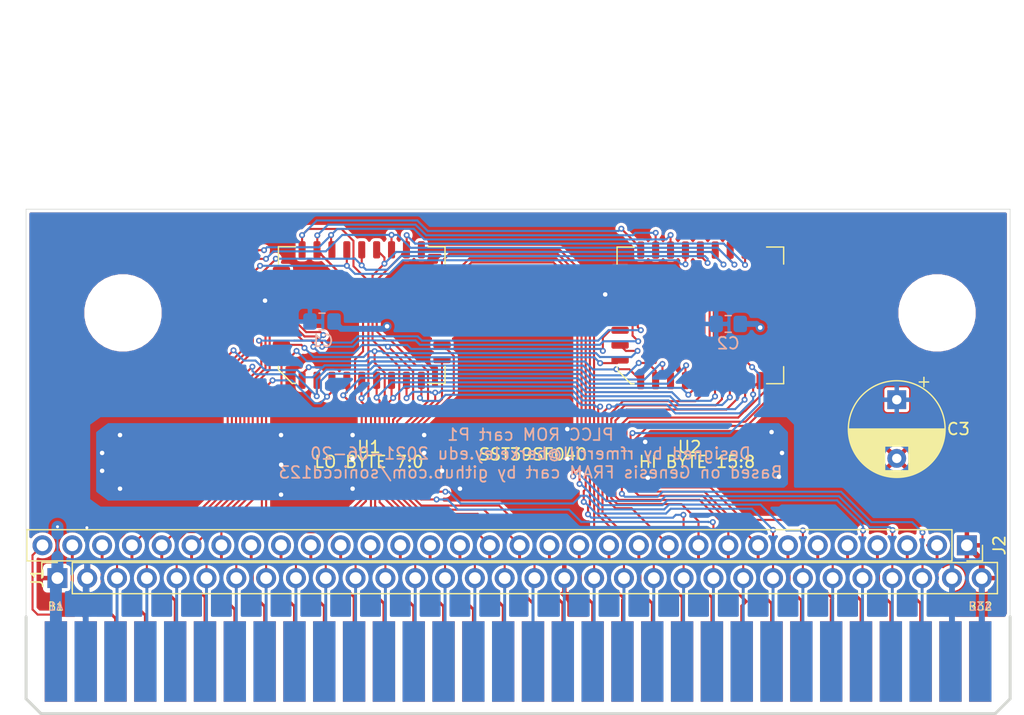
<source format=kicad_pcb>
(kicad_pcb (version 20171130) (host pcbnew "(5.1.4)-1")

  (general
    (thickness 1.6)
    (drawings 11)
    (tracks 1064)
    (zones 0)
    (modules 8)
    (nets 61)
  )

  (page A4)
  (layers
    (0 F.Cu signal)
    (31 B.Cu signal hide)
    (32 B.Adhes user hide)
    (33 F.Adhes user hide)
    (34 B.Paste user hide)
    (35 F.Paste user)
    (36 B.SilkS user hide)
    (37 F.SilkS user)
    (38 B.Mask user hide)
    (39 F.Mask user)
    (40 Dwgs.User user hide)
    (41 Cmts.User user hide)
    (42 Eco1.User user hide)
    (43 Eco2.User user hide)
    (44 Edge.Cuts user)
    (45 Margin user hide)
    (46 B.CrtYd user hide)
    (47 F.CrtYd user)
    (48 B.Fab user hide)
    (49 F.Fab user)
  )

  (setup
    (last_trace_width 0.1778)
    (user_trace_width 0.5)
    (trace_clearance 0.1778)
    (zone_clearance 0.254)
    (zone_45_only no)
    (trace_min 0.1524)
    (via_size 0.508)
    (via_drill 0.254)
    (via_min_size 0.508)
    (via_min_drill 0.254)
    (uvia_size 0.508)
    (uvia_drill 0.254)
    (uvias_allowed no)
    (uvia_min_size 0.508)
    (uvia_min_drill 0.254)
    (edge_width 0.05)
    (segment_width 0.2)
    (pcb_text_width 0.3)
    (pcb_text_size 1.5 1.5)
    (mod_edge_width 0.12)
    (mod_text_size 1 1)
    (mod_text_width 0.15)
    (pad_size 1.524 1.524)
    (pad_drill 0.762)
    (pad_to_mask_clearance 0.0508)
    (solder_mask_min_width 0.1016)
    (aux_axis_origin 0 0)
    (visible_elements 7FFFFFFF)
    (pcbplotparams
      (layerselection 0x010fc_ffffffff)
      (usegerberextensions false)
      (usegerberattributes false)
      (usegerberadvancedattributes false)
      (creategerberjobfile false)
      (excludeedgelayer true)
      (linewidth 0.100000)
      (plotframeref false)
      (viasonmask false)
      (mode 1)
      (useauxorigin false)
      (hpglpennumber 1)
      (hpglpenspeed 20)
      (hpglpendiameter 15.000000)
      (psnegative false)
      (psa4output false)
      (plotreference true)
      (plotvalue true)
      (plotinvisibletext false)
      (padsonsilk false)
      (subtractmaskfromsilk false)
      (outputformat 1)
      (mirror false)
      (drillshape 0)
      (scaleselection 1)
      (outputdirectory ""))
  )

  (net 0 "")
  (net 1 "Net-(CON1-PadB1)")
  (net 2 "Net-(CON1-PadB2)")
  (net 3 "Net-(CON1-PadB3)")
  (net 4 /A8)
  (net 5 /A9)
  (net 6 /A17)
  (net 7 /A18)
  (net 8 "Net-(CON1-PadB10)")
  (net 9 "Net-(CON1-PadB11)")
  (net 10 "Net-(CON1-PadB12)")
  (net 11 "Net-(CON1-PadB13)")
  (net 12 "Net-(CON1-PadB14)")
  (net 13 "Net-(CON1-PadB15)")
  (net 14 /OE)
  (net 15 /CE)
  (net 16 "Net-(CON1-PadB18)")
  (net 17 "Net-(CON1-PadB19)")
  (net 18 "Net-(CON1-PadB20)")
  (net 19 "Net-(CON1-PadB21)")
  (net 20 /D15)
  (net 21 /D14)
  (net 22 /D13)
  (net 23 /D12)
  (net 24 "Net-(CON1-PadB26)")
  (net 25 /RESET)
  (net 26 /WE)
  (net 27 "Net-(CON1-PadB29)")
  (net 28 "Net-(CON1-PadB30)")
  (net 29 /TIME)
  (net 30 GND)
  (net 31 /A10)
  (net 32 +5V)
  (net 33 /A7)
  (net 34 /A6)
  (net 35 /A12)
  (net 36 /A4)
  (net 37 /A11)
  (net 38 /A5)
  (net 39 /A13)
  (net 40 /A2)
  (net 41 /A15)
  (net 42 /A3)
  (net 43 /A14)
  (net 44 /A1)
  (net 45 /A16)
  (net 46 /D0)
  (net 47 /D7)
  (net 48 /A0)
  (net 49 /D8)
  (net 50 /D6)
  (net 51 /D4)
  (net 52 /D3)
  (net 53 /D11)
  (net 54 /D1)
  (net 55 /D9)
  (net 56 /D5)
  (net 57 /D2)
  (net 58 /D10)
  (net 59 "Net-(CON1-PadB8)")
  (net 60 "Net-(CON1-PadB9)")

  (net_class Default "This is the default net class."
    (clearance 0.1778)
    (trace_width 0.1778)
    (via_dia 0.508)
    (via_drill 0.254)
    (uvia_dia 0.508)
    (uvia_drill 0.254)
    (add_net /A0)
    (add_net /A1)
    (add_net /A10)
    (add_net /A11)
    (add_net /A12)
    (add_net /A13)
    (add_net /A14)
    (add_net /A15)
    (add_net /A16)
    (add_net /A17)
    (add_net /A18)
    (add_net /A2)
    (add_net /A3)
    (add_net /A4)
    (add_net /A5)
    (add_net /A6)
    (add_net /A7)
    (add_net /A8)
    (add_net /A9)
    (add_net /CE)
    (add_net /D0)
    (add_net /D1)
    (add_net /D10)
    (add_net /D11)
    (add_net /D12)
    (add_net /D13)
    (add_net /D14)
    (add_net /D15)
    (add_net /D2)
    (add_net /D3)
    (add_net /D4)
    (add_net /D5)
    (add_net /D6)
    (add_net /D7)
    (add_net /D8)
    (add_net /D9)
    (add_net /OE)
    (add_net /RESET)
    (add_net /TIME)
    (add_net /WE)
    (add_net "Net-(CON1-PadB1)")
    (add_net "Net-(CON1-PadB10)")
    (add_net "Net-(CON1-PadB11)")
    (add_net "Net-(CON1-PadB12)")
    (add_net "Net-(CON1-PadB13)")
    (add_net "Net-(CON1-PadB14)")
    (add_net "Net-(CON1-PadB15)")
    (add_net "Net-(CON1-PadB18)")
    (add_net "Net-(CON1-PadB19)")
    (add_net "Net-(CON1-PadB2)")
    (add_net "Net-(CON1-PadB20)")
    (add_net "Net-(CON1-PadB21)")
    (add_net "Net-(CON1-PadB26)")
    (add_net "Net-(CON1-PadB29)")
    (add_net "Net-(CON1-PadB3)")
    (add_net "Net-(CON1-PadB30)")
    (add_net "Net-(CON1-PadB8)")
    (add_net "Net-(CON1-PadB9)")
  )

  (net_class POWER ""
    (clearance 0.1778)
    (trace_width 0.508)
    (via_dia 0.762)
    (via_drill 0.381)
    (uvia_dia 0.762)
    (uvia_drill 0.381)
    (add_net +5V)
    (add_net GND)
  )

  (module Package_LCC:PLCC-32_11.4x14.0mm_P1.27mm (layer F.Cu) (tedit 5B298677) (tstamp 60CEB673)
    (at 118.12524 80.19542 90)
    (descr "PLCC, 32 Pin (http://ww1.microchip.com/downloads/en/DeviceDoc/doc0015.pdf), generated with kicad-footprint-generator ipc_plcc_jLead_generator.py")
    (tags "PLCC LCC")
    (path /60D1B0A3)
    (attr smd)
    (fp_text reference U1 (at -11.24458 0.61976 180) (layer F.SilkS)
      (effects (font (size 1 1) (thickness 0.15)))
    )
    (fp_text value SST39SF040 (at 0 8.52 90) (layer F.Fab)
      (effects (font (size 1 1) (thickness 0.15)))
    )
    (fp_text user %R (at 0 0 90) (layer F.Fab)
      (effects (font (size 1 1) (thickness 0.15)))
    )
    (fp_line (start -6.55 -5.63) (end -6.55 0) (layer F.CrtYd) (width 0.05))
    (fp_line (start -5.96 -5.63) (end -6.55 -5.63) (layer F.CrtYd) (width 0.05))
    (fp_line (start -5.96 -5.95) (end -5.96 -5.63) (layer F.CrtYd) (width 0.05))
    (fp_line (start -4.68 -7.23) (end -5.96 -5.95) (layer F.CrtYd) (width 0.05))
    (fp_line (start -4.36 -7.23) (end -4.68 -7.23) (layer F.CrtYd) (width 0.05))
    (fp_line (start -4.36 -7.82) (end -4.36 -7.23) (layer F.CrtYd) (width 0.05))
    (fp_line (start 0 -7.82) (end -4.36 -7.82) (layer F.CrtYd) (width 0.05))
    (fp_line (start 6.55 5.63) (end 6.55 0) (layer F.CrtYd) (width 0.05))
    (fp_line (start 5.96 5.63) (end 6.55 5.63) (layer F.CrtYd) (width 0.05))
    (fp_line (start 5.96 7.23) (end 5.96 5.63) (layer F.CrtYd) (width 0.05))
    (fp_line (start 4.36 7.23) (end 5.96 7.23) (layer F.CrtYd) (width 0.05))
    (fp_line (start 4.36 7.82) (end 4.36 7.23) (layer F.CrtYd) (width 0.05))
    (fp_line (start 0 7.82) (end 4.36 7.82) (layer F.CrtYd) (width 0.05))
    (fp_line (start -6.55 5.63) (end -6.55 0) (layer F.CrtYd) (width 0.05))
    (fp_line (start -5.96 5.63) (end -6.55 5.63) (layer F.CrtYd) (width 0.05))
    (fp_line (start -5.96 7.23) (end -5.96 5.63) (layer F.CrtYd) (width 0.05))
    (fp_line (start -4.36 7.23) (end -5.96 7.23) (layer F.CrtYd) (width 0.05))
    (fp_line (start -4.36 7.82) (end -4.36 7.23) (layer F.CrtYd) (width 0.05))
    (fp_line (start 0 7.82) (end -4.36 7.82) (layer F.CrtYd) (width 0.05))
    (fp_line (start 6.55 -5.63) (end 6.55 0) (layer F.CrtYd) (width 0.05))
    (fp_line (start 5.96 -5.63) (end 6.55 -5.63) (layer F.CrtYd) (width 0.05))
    (fp_line (start 5.96 -7.23) (end 5.96 -5.63) (layer F.CrtYd) (width 0.05))
    (fp_line (start 4.36 -7.23) (end 5.96 -7.23) (layer F.CrtYd) (width 0.05))
    (fp_line (start 4.36 -7.82) (end 4.36 -7.23) (layer F.CrtYd) (width 0.05))
    (fp_line (start 0 -7.82) (end 4.36 -7.82) (layer F.CrtYd) (width 0.05))
    (fp_line (start -0.5 -6.985) (end 0 -6.277893) (layer F.Fab) (width 0.1))
    (fp_line (start -4.575 -6.985) (end -0.5 -6.985) (layer F.Fab) (width 0.1))
    (fp_line (start -5.715 -5.845) (end -4.575 -6.985) (layer F.Fab) (width 0.1))
    (fp_line (start -5.715 6.985) (end -5.715 -5.845) (layer F.Fab) (width 0.1))
    (fp_line (start 5.715 6.985) (end -5.715 6.985) (layer F.Fab) (width 0.1))
    (fp_line (start 5.715 -6.985) (end 5.715 6.985) (layer F.Fab) (width 0.1))
    (fp_line (start 0.5 -6.985) (end 5.715 -6.985) (layer F.Fab) (width 0.1))
    (fp_line (start 0 -6.277893) (end 0.5 -6.985) (layer F.Fab) (width 0.1))
    (fp_line (start -5.825 -5.922782) (end -5.825 -5.64) (layer F.SilkS) (width 0.12))
    (fp_line (start -4.652782 -7.095) (end -5.825 -5.922782) (layer F.SilkS) (width 0.12))
    (fp_line (start -4.37 -7.095) (end -4.652782 -7.095) (layer F.SilkS) (width 0.12))
    (fp_line (start 5.825 7.095) (end 5.825 5.64) (layer F.SilkS) (width 0.12))
    (fp_line (start 4.37 7.095) (end 5.825 7.095) (layer F.SilkS) (width 0.12))
    (fp_line (start -5.825 7.095) (end -5.825 5.64) (layer F.SilkS) (width 0.12))
    (fp_line (start -4.37 7.095) (end -5.825 7.095) (layer F.SilkS) (width 0.12))
    (fp_line (start 5.825 -7.095) (end 5.825 -5.64) (layer F.SilkS) (width 0.12))
    (fp_line (start 4.37 -7.095) (end 5.825 -7.095) (layer F.SilkS) (width 0.12))
    (pad 32 smd roundrect (at 1.27 -6.8375 90) (size 0.6 1.475) (layers F.Cu F.Paste F.Mask) (roundrect_rratio 0.25)
      (net 32 +5V))
    (pad 31 smd roundrect (at 2.54 -6.8375 90) (size 0.6 1.475) (layers F.Cu F.Paste F.Mask) (roundrect_rratio 0.25)
      (net 32 +5V))
    (pad 30 smd roundrect (at 3.81 -6.8375 90) (size 0.6 1.475) (layers F.Cu F.Paste F.Mask) (roundrect_rratio 0.25)
      (net 6 /A17))
    (pad 29 smd roundrect (at 5.5625 -5.08 90) (size 1.475 0.6) (layers F.Cu F.Paste F.Mask) (roundrect_rratio 0.25)
      (net 43 /A14))
    (pad 28 smd roundrect (at 5.5625 -3.81 90) (size 1.475 0.6) (layers F.Cu F.Paste F.Mask) (roundrect_rratio 0.25)
      (net 39 /A13))
    (pad 27 smd roundrect (at 5.5625 -2.54 90) (size 1.475 0.6) (layers F.Cu F.Paste F.Mask) (roundrect_rratio 0.25)
      (net 4 /A8))
    (pad 26 smd roundrect (at 5.5625 -1.27 90) (size 1.475 0.6) (layers F.Cu F.Paste F.Mask) (roundrect_rratio 0.25)
      (net 5 /A9))
    (pad 25 smd roundrect (at 5.5625 0 90) (size 1.475 0.6) (layers F.Cu F.Paste F.Mask) (roundrect_rratio 0.25)
      (net 37 /A11))
    (pad 24 smd roundrect (at 5.5625 1.27 90) (size 1.475 0.6) (layers F.Cu F.Paste F.Mask) (roundrect_rratio 0.25)
      (net 14 /OE))
    (pad 23 smd roundrect (at 5.5625 2.54 90) (size 1.475 0.6) (layers F.Cu F.Paste F.Mask) (roundrect_rratio 0.25)
      (net 31 /A10))
    (pad 22 smd roundrect (at 5.5625 3.81 90) (size 1.475 0.6) (layers F.Cu F.Paste F.Mask) (roundrect_rratio 0.25)
      (net 15 /CE))
    (pad 21 smd roundrect (at 5.5625 5.08 90) (size 1.475 0.6) (layers F.Cu F.Paste F.Mask) (roundrect_rratio 0.25)
      (net 47 /D7))
    (pad 20 smd roundrect (at 3.81 6.8375 90) (size 0.6 1.475) (layers F.Cu F.Paste F.Mask) (roundrect_rratio 0.25)
      (net 50 /D6))
    (pad 19 smd roundrect (at 2.54 6.8375 90) (size 0.6 1.475) (layers F.Cu F.Paste F.Mask) (roundrect_rratio 0.25)
      (net 56 /D5))
    (pad 18 smd roundrect (at 1.27 6.8375 90) (size 0.6 1.475) (layers F.Cu F.Paste F.Mask) (roundrect_rratio 0.25)
      (net 51 /D4))
    (pad 17 smd roundrect (at 0 6.8375 90) (size 0.6 1.475) (layers F.Cu F.Paste F.Mask) (roundrect_rratio 0.25)
      (net 52 /D3))
    (pad 16 smd roundrect (at -1.27 6.8375 90) (size 0.6 1.475) (layers F.Cu F.Paste F.Mask) (roundrect_rratio 0.25)
      (net 30 GND))
    (pad 15 smd roundrect (at -2.54 6.8375 90) (size 0.6 1.475) (layers F.Cu F.Paste F.Mask) (roundrect_rratio 0.25)
      (net 57 /D2))
    (pad 14 smd roundrect (at -3.81 6.8375 90) (size 0.6 1.475) (layers F.Cu F.Paste F.Mask) (roundrect_rratio 0.25)
      (net 54 /D1))
    (pad 13 smd roundrect (at -5.5625 5.08 90) (size 1.475 0.6) (layers F.Cu F.Paste F.Mask) (roundrect_rratio 0.25)
      (net 46 /D0))
    (pad 12 smd roundrect (at -5.5625 3.81 90) (size 1.475 0.6) (layers F.Cu F.Paste F.Mask) (roundrect_rratio 0.25)
      (net 48 /A0))
    (pad 11 smd roundrect (at -5.5625 2.54 90) (size 1.475 0.6) (layers F.Cu F.Paste F.Mask) (roundrect_rratio 0.25)
      (net 44 /A1))
    (pad 10 smd roundrect (at -5.5625 1.27 90) (size 1.475 0.6) (layers F.Cu F.Paste F.Mask) (roundrect_rratio 0.25)
      (net 40 /A2))
    (pad 9 smd roundrect (at -5.5625 0 90) (size 1.475 0.6) (layers F.Cu F.Paste F.Mask) (roundrect_rratio 0.25)
      (net 42 /A3))
    (pad 8 smd roundrect (at -5.5625 -1.27 90) (size 1.475 0.6) (layers F.Cu F.Paste F.Mask) (roundrect_rratio 0.25)
      (net 36 /A4))
    (pad 7 smd roundrect (at -5.5625 -2.54 90) (size 1.475 0.6) (layers F.Cu F.Paste F.Mask) (roundrect_rratio 0.25)
      (net 38 /A5))
    (pad 6 smd roundrect (at -5.5625 -3.81 90) (size 1.475 0.6) (layers F.Cu F.Paste F.Mask) (roundrect_rratio 0.25)
      (net 34 /A6))
    (pad 5 smd roundrect (at -5.5625 -5.08 90) (size 1.475 0.6) (layers F.Cu F.Paste F.Mask) (roundrect_rratio 0.25)
      (net 33 /A7))
    (pad 4 smd roundrect (at -3.81 -6.8375 90) (size 0.6 1.475) (layers F.Cu F.Paste F.Mask) (roundrect_rratio 0.25)
      (net 35 /A12))
    (pad 3 smd roundrect (at -2.54 -6.8375 90) (size 0.6 1.475) (layers F.Cu F.Paste F.Mask) (roundrect_rratio 0.25)
      (net 41 /A15))
    (pad 2 smd roundrect (at -1.27 -6.8375 90) (size 0.6 1.475) (layers F.Cu F.Paste F.Mask) (roundrect_rratio 0.25)
      (net 45 /A16))
    (pad 1 smd roundrect (at 0 -6.8375 90) (size 0.6 1.475) (layers F.Cu F.Paste F.Mask) (roundrect_rratio 0.25)
      (net 7 /A18))
    (model ${KISYS3DMOD}/Package_LCC.3dshapes/PLCC-32_11.4x14.0mm_P1.27mm.wrl
      (at (xyz 0 0 0))
      (scale (xyz 1 1 1))
      (rotate (xyz 0 0 0))
    )
  )

  (module db-smt:GENESIS-EDGE (layer F.Cu) (tedit 5F01832B) (tstamp 5F022EBD)
    (at 92.075 109.728)
    (path /5F016D88)
    (fp_text reference CON1 (at 0.8 -5.2) (layer F.SilkS) hide
      (effects (font (size 0.889 0.889) (thickness 0.2032)))
    )
    (fp_text value GENESIS-EDGE (at 3.9 -7.4) (layer F.Fab) hide
      (effects (font (size 0.889 0.889) (thickness 0.2032)))
    )
    (fp_line (start 81.28 3.175) (end 81.28 -3.81) (layer Edge.Cuts) (width 0.254))
    (fp_line (start 80.01 4.445) (end 81.28 3.175) (layer Edge.Cuts) (width 0.254))
    (fp_line (start -1.27 4.445) (end 80.01 4.445) (layer Edge.Cuts) (width 0.254))
    (fp_line (start -2.54 3.175) (end -1.27 4.445) (layer Edge.Cuts) (width 0.254))
    (fp_line (start -2.54 -3.81) (end -2.54 3.175) (layer Edge.Cuts) (width 0.254))
    (fp_poly (pts (xy -2.54 -3.81) (xy 81.28 -3.81) (xy 81.28 3.175) (xy 80.01 4.445)
      (xy -1.27 4.445) (xy -2.54 3.175)) (layer B.Mask) (width 0.1))
    (fp_poly (pts (xy -2.54 -3.81) (xy 81.28 -3.81) (xy 81.28 3.175) (xy 80.01 4.445)
      (xy -1.27 4.445) (xy -2.54 3.175)) (layer F.Mask) (width 0.1))
    (pad B1 smd rect (at 0 0) (size 1.905 6.858) (layers F.Cu)
      (net 1 "Net-(CON1-PadB1)"))
    (pad B2 smd rect (at 2.54 0) (size 1.905 6.858) (layers F.Cu)
      (net 2 "Net-(CON1-PadB2)"))
    (pad B3 smd rect (at 5.08 0) (size 1.905 6.858) (layers F.Cu)
      (net 3 "Net-(CON1-PadB3)"))
    (pad B4 smd rect (at 7.62 0) (size 1.905 6.858) (layers F.Cu)
      (net 4 /A8))
    (pad B5 smd rect (at 10.16 0) (size 1.905 6.858) (layers F.Cu)
      (net 5 /A9))
    (pad B6 smd rect (at 12.7 0) (size 1.905 6.858) (layers F.Cu)
      (net 6 /A17))
    (pad B7 smd rect (at 15.24 0) (size 1.905 6.858) (layers F.Cu)
      (net 7 /A18))
    (pad B8 smd rect (at 17.78 0) (size 1.905 6.858) (layers F.Cu)
      (net 59 "Net-(CON1-PadB8)"))
    (pad B9 smd rect (at 20.32 0) (size 1.905 6.858) (layers F.Cu)
      (net 60 "Net-(CON1-PadB9)"))
    (pad B10 smd rect (at 22.86 0) (size 1.905 6.858) (layers F.Cu)
      (net 8 "Net-(CON1-PadB10)"))
    (pad B11 smd rect (at 25.4 0) (size 1.905 6.858) (layers F.Cu)
      (net 9 "Net-(CON1-PadB11)"))
    (pad B12 smd rect (at 27.94 0) (size 1.905 6.858) (layers F.Cu)
      (net 10 "Net-(CON1-PadB12)"))
    (pad B13 smd rect (at 30.48 0) (size 1.905 6.858) (layers F.Cu)
      (net 11 "Net-(CON1-PadB13)"))
    (pad B14 smd rect (at 33.02 0) (size 1.905 6.858) (layers F.Cu)
      (net 12 "Net-(CON1-PadB14)"))
    (pad B15 smd rect (at 35.56 0) (size 1.905 6.858) (layers F.Cu)
      (net 13 "Net-(CON1-PadB15)"))
    (pad B16 smd rect (at 38.1 0) (size 1.905 6.858) (layers F.Cu)
      (net 14 /OE))
    (pad B17 smd rect (at 40.64 0) (size 1.905 6.858) (layers F.Cu)
      (net 15 /CE))
    (pad B18 smd rect (at 43.18 0) (size 1.905 6.858) (layers F.Cu)
      (net 16 "Net-(CON1-PadB18)"))
    (pad B19 smd rect (at 45.72 0) (size 1.905 6.858) (layers F.Cu)
      (net 17 "Net-(CON1-PadB19)"))
    (pad B20 smd rect (at 48.26 0) (size 1.905 6.858) (layers F.Cu)
      (net 18 "Net-(CON1-PadB20)"))
    (pad B21 smd rect (at 50.8 0) (size 1.905 6.858) (layers F.Cu)
      (net 19 "Net-(CON1-PadB21)"))
    (pad B22 smd rect (at 53.34 0) (size 1.905 6.858) (layers F.Cu)
      (net 20 /D15))
    (pad B23 smd rect (at 55.88 0) (size 1.905 6.858) (layers F.Cu)
      (net 21 /D14))
    (pad B24 smd rect (at 58.42 0) (size 1.905 6.858) (layers F.Cu)
      (net 22 /D13))
    (pad B25 smd rect (at 60.96 0) (size 1.905 6.858) (layers F.Cu)
      (net 23 /D12))
    (pad B26 smd rect (at 63.5 0) (size 1.905 6.858) (layers F.Cu)
      (net 24 "Net-(CON1-PadB26)"))
    (pad B27 smd rect (at 66.04 0) (size 1.905 6.858) (layers F.Cu)
      (net 25 /RESET))
    (pad B28 smd rect (at 68.58 0) (size 1.905 6.858) (layers F.Cu)
      (net 26 /WE))
    (pad B29 smd rect (at 71.12 0) (size 1.905 6.858) (layers F.Cu)
      (net 27 "Net-(CON1-PadB29)"))
    (pad B30 smd rect (at 73.66 0) (size 1.905 6.858) (layers F.Cu)
      (net 28 "Net-(CON1-PadB30)"))
    (pad B31 smd rect (at 76.2 0) (size 1.905 6.858) (layers F.Cu)
      (net 29 /TIME))
    (pad B32 smd rect (at 78.74 0) (size 1.905 6.858) (layers F.Cu)
      (net 30 GND))
    (pad A4 smd rect (at 7.62 0) (size 1.905 6.858) (layers B.Cu)
      (net 31 /A10))
    (pad A2 smd rect (at 2.54 0) (size 1.905 6.858) (layers B.Cu)
      (net 32 +5V))
    (pad A1 smd rect (at 0 0) (size 1.905 6.858) (layers B.Cu)
      (net 30 GND))
    (pad A3 smd rect (at 5.08 0) (size 1.905 6.858) (layers B.Cu)
      (net 33 /A7))
    (pad A5 smd rect (at 10.16 0) (size 1.905 6.858) (layers B.Cu)
      (net 34 /A6))
    (pad A8 smd rect (at 17.78 0) (size 1.905 6.858) (layers B.Cu)
      (net 35 /A12))
    (pad A9 smd rect (at 20.32 0) (size 1.905 6.858) (layers B.Cu)
      (net 36 /A4))
    (pad A6 smd rect (at 12.7 0) (size 1.905 6.858) (layers B.Cu)
      (net 37 /A11))
    (pad A7 smd rect (at 15.24 0) (size 1.905 6.858) (layers B.Cu)
      (net 38 /A5))
    (pad A10 smd rect (at 22.86 0) (size 1.905 6.858) (layers B.Cu)
      (net 39 /A13))
    (pad A13 smd rect (at 30.48 0) (size 1.905 6.858) (layers B.Cu)
      (net 40 /A2))
    (pad A14 smd rect (at 33.02 0) (size 1.905 6.858) (layers B.Cu)
      (net 41 /A15))
    (pad A11 smd rect (at 25.4 0) (size 1.905 6.858) (layers B.Cu)
      (net 42 /A3))
    (pad A12 smd rect (at 27.94 0) (size 1.905 6.858) (layers B.Cu)
      (net 43 /A14))
    (pad A15 smd rect (at 35.56 0) (size 1.905 6.858) (layers B.Cu)
      (net 44 /A1))
    (pad A16 smd rect (at 38.1 0) (size 1.905 6.858) (layers B.Cu)
      (net 45 /A16))
    (pad A18 smd rect (at 43.18 0) (size 1.905 6.858) (layers B.Cu)
      (net 30 GND))
    (pad A20 smd rect (at 48.26 0) (size 1.905 6.858) (layers B.Cu)
      (net 46 /D0))
    (pad A19 smd rect (at 45.72 0) (size 1.905 6.858) (layers B.Cu)
      (net 47 /D7))
    (pad A17 smd rect (at 40.64 0) (size 1.905 6.858) (layers B.Cu)
      (net 48 /A0))
    (pad A21 smd rect (at 50.8 0) (size 1.905 6.858) (layers B.Cu)
      (net 49 /D8))
    (pad A22 smd rect (at 53.34 0) (size 1.905 6.858) (layers B.Cu)
      (net 50 /D6))
    (pad A31 smd rect (at 76.2 0) (size 1.905 6.858) (layers B.Cu)
      (net 32 +5V))
    (pad A28 smd rect (at 68.58 0) (size 1.905 6.858) (layers B.Cu)
      (net 51 /D4))
    (pad A29 smd rect (at 71.12 0) (size 1.905 6.858) (layers B.Cu)
      (net 52 /D3))
    (pad A30 smd rect (at 73.66 0) (size 1.905 6.858) (layers B.Cu)
      (net 53 /D11))
    (pad A32 smd rect (at 78.74 0) (size 1.905 6.858) (layers B.Cu)
      (net 30 GND))
    (pad A23 smd rect (at 55.88 0) (size 1.905 6.858) (layers B.Cu)
      (net 54 /D1))
    (pad A24 smd rect (at 58.42 0) (size 1.905 6.858) (layers B.Cu)
      (net 55 /D9))
    (pad A25 smd rect (at 60.96 0) (size 1.905 6.858) (layers B.Cu)
      (net 56 /D5))
    (pad A26 smd rect (at 63.5 0) (size 1.905 6.858) (layers B.Cu)
      (net 57 /D2))
    (pad A27 smd rect (at 66.04 0) (size 1.905 6.858) (layers B.Cu)
      (net 58 /D10))
    (pad "" np_thru_hole circle (at 5.715 -29.718) (size 6.096 6.096) (drill 6.096) (layers *.Cu *.Mask))
    (pad "" np_thru_hole circle (at 75.057 -29.718) (size 6.096 6.096) (drill 6.096) (layers *.Cu *.Mask))
  )

  (module Connector_PinSocket_2.54mm:PinSocket_1x32_P2.54mm_Vertical (layer F.Cu) (tedit 5A19A422) (tstamp 5F01BB62)
    (at 169.672 99.822 270)
    (descr "Through hole straight socket strip, 1x32, 2.54mm pitch, single row (from Kicad 4.0.7), script generated")
    (tags "Through hole socket strip THT 1x32 2.54mm single row")
    (path /5F056D11)
    (fp_text reference J2 (at 0 -2.77 90) (layer F.SilkS)
      (effects (font (size 1 1) (thickness 0.15)))
    )
    (fp_text value Conn_01x32_Male (at 0 81.51 90) (layer F.Fab)
      (effects (font (size 1 1) (thickness 0.15)))
    )
    (fp_text user %R (at 0 39.37) (layer F.Fab)
      (effects (font (size 1 1) (thickness 0.15)))
    )
    (fp_line (start -1.8 80.55) (end -1.8 -1.8) (layer F.CrtYd) (width 0.05))
    (fp_line (start 1.75 80.55) (end -1.8 80.55) (layer F.CrtYd) (width 0.05))
    (fp_line (start 1.75 -1.8) (end 1.75 80.55) (layer F.CrtYd) (width 0.05))
    (fp_line (start -1.8 -1.8) (end 1.75 -1.8) (layer F.CrtYd) (width 0.05))
    (fp_line (start 0 -1.33) (end 1.33 -1.33) (layer F.SilkS) (width 0.12))
    (fp_line (start 1.33 -1.33) (end 1.33 0) (layer F.SilkS) (width 0.12))
    (fp_line (start 1.33 1.27) (end 1.33 80.07) (layer F.SilkS) (width 0.12))
    (fp_line (start -1.33 80.07) (end 1.33 80.07) (layer F.SilkS) (width 0.12))
    (fp_line (start -1.33 1.27) (end -1.33 80.07) (layer F.SilkS) (width 0.12))
    (fp_line (start -1.33 1.27) (end 1.33 1.27) (layer F.SilkS) (width 0.12))
    (fp_line (start -1.27 80.01) (end -1.27 -1.27) (layer F.Fab) (width 0.1))
    (fp_line (start 1.27 80.01) (end -1.27 80.01) (layer F.Fab) (width 0.1))
    (fp_line (start 1.27 -0.635) (end 1.27 80.01) (layer F.Fab) (width 0.1))
    (fp_line (start 0.635 -1.27) (end 1.27 -0.635) (layer F.Fab) (width 0.1))
    (fp_line (start -1.27 -1.27) (end 0.635 -1.27) (layer F.Fab) (width 0.1))
    (pad 32 thru_hole oval (at 0 78.74 270) (size 1.7 1.7) (drill 1) (layers *.Cu *.Mask)
      (net 1 "Net-(CON1-PadB1)"))
    (pad 31 thru_hole oval (at 0 76.2 270) (size 1.7 1.7) (drill 1) (layers *.Cu *.Mask)
      (net 2 "Net-(CON1-PadB2)"))
    (pad 30 thru_hole oval (at 0 73.66 270) (size 1.7 1.7) (drill 1) (layers *.Cu *.Mask)
      (net 3 "Net-(CON1-PadB3)"))
    (pad 29 thru_hole oval (at 0 71.12 270) (size 1.7 1.7) (drill 1) (layers *.Cu *.Mask)
      (net 4 /A8))
    (pad 28 thru_hole oval (at 0 68.58 270) (size 1.7 1.7) (drill 1) (layers *.Cu *.Mask)
      (net 5 /A9))
    (pad 27 thru_hole oval (at 0 66.04 270) (size 1.7 1.7) (drill 1) (layers *.Cu *.Mask)
      (net 6 /A17))
    (pad 26 thru_hole oval (at 0 63.5 270) (size 1.7 1.7) (drill 1) (layers *.Cu *.Mask)
      (net 7 /A18))
    (pad 25 thru_hole oval (at 0 60.96 270) (size 1.7 1.7) (drill 1) (layers *.Cu *.Mask)
      (net 59 "Net-(CON1-PadB8)"))
    (pad 24 thru_hole oval (at 0 58.42 270) (size 1.7 1.7) (drill 1) (layers *.Cu *.Mask)
      (net 60 "Net-(CON1-PadB9)"))
    (pad 23 thru_hole oval (at 0 55.88 270) (size 1.7 1.7) (drill 1) (layers *.Cu *.Mask)
      (net 8 "Net-(CON1-PadB10)"))
    (pad 22 thru_hole oval (at 0 53.34 270) (size 1.7 1.7) (drill 1) (layers *.Cu *.Mask)
      (net 9 "Net-(CON1-PadB11)"))
    (pad 21 thru_hole oval (at 0 50.8 270) (size 1.7 1.7) (drill 1) (layers *.Cu *.Mask)
      (net 10 "Net-(CON1-PadB12)"))
    (pad 20 thru_hole oval (at 0 48.26 270) (size 1.7 1.7) (drill 1) (layers *.Cu *.Mask)
      (net 11 "Net-(CON1-PadB13)"))
    (pad 19 thru_hole oval (at 0 45.72 270) (size 1.7 1.7) (drill 1) (layers *.Cu *.Mask)
      (net 12 "Net-(CON1-PadB14)"))
    (pad 18 thru_hole oval (at 0 43.18 270) (size 1.7 1.7) (drill 1) (layers *.Cu *.Mask)
      (net 13 "Net-(CON1-PadB15)"))
    (pad 17 thru_hole oval (at 0 40.64 270) (size 1.7 1.7) (drill 1) (layers *.Cu *.Mask)
      (net 14 /OE))
    (pad 16 thru_hole oval (at 0 38.1 270) (size 1.7 1.7) (drill 1) (layers *.Cu *.Mask)
      (net 15 /CE))
    (pad 15 thru_hole oval (at 0 35.56 270) (size 1.7 1.7) (drill 1) (layers *.Cu *.Mask)
      (net 16 "Net-(CON1-PadB18)"))
    (pad 14 thru_hole oval (at 0 33.02 270) (size 1.7 1.7) (drill 1) (layers *.Cu *.Mask)
      (net 17 "Net-(CON1-PadB19)"))
    (pad 13 thru_hole oval (at 0 30.48 270) (size 1.7 1.7) (drill 1) (layers *.Cu *.Mask)
      (net 18 "Net-(CON1-PadB20)"))
    (pad 12 thru_hole oval (at 0 27.94 270) (size 1.7 1.7) (drill 1) (layers *.Cu *.Mask)
      (net 19 "Net-(CON1-PadB21)"))
    (pad 11 thru_hole oval (at 0 25.4 270) (size 1.7 1.7) (drill 1) (layers *.Cu *.Mask)
      (net 20 /D15))
    (pad 10 thru_hole oval (at 0 22.86 270) (size 1.7 1.7) (drill 1) (layers *.Cu *.Mask)
      (net 21 /D14))
    (pad 9 thru_hole oval (at 0 20.32 270) (size 1.7 1.7) (drill 1) (layers *.Cu *.Mask)
      (net 22 /D13))
    (pad 8 thru_hole oval (at 0 17.78 270) (size 1.7 1.7) (drill 1) (layers *.Cu *.Mask)
      (net 23 /D12))
    (pad 7 thru_hole oval (at 0 15.24 270) (size 1.7 1.7) (drill 1) (layers *.Cu *.Mask)
      (net 24 "Net-(CON1-PadB26)"))
    (pad 6 thru_hole oval (at 0 12.7 270) (size 1.7 1.7) (drill 1) (layers *.Cu *.Mask)
      (net 25 /RESET))
    (pad 5 thru_hole oval (at 0 10.16 270) (size 1.7 1.7) (drill 1) (layers *.Cu *.Mask)
      (net 26 /WE))
    (pad 4 thru_hole oval (at 0 7.62 270) (size 1.7 1.7) (drill 1) (layers *.Cu *.Mask)
      (net 27 "Net-(CON1-PadB29)"))
    (pad 3 thru_hole oval (at 0 5.08 270) (size 1.7 1.7) (drill 1) (layers *.Cu *.Mask)
      (net 28 "Net-(CON1-PadB30)"))
    (pad 2 thru_hole oval (at 0 2.54 270) (size 1.7 1.7) (drill 1) (layers *.Cu *.Mask)
      (net 29 /TIME))
    (pad 1 thru_hole rect (at 0 0 270) (size 1.7 1.7) (drill 1) (layers *.Cu *.Mask)
      (net 30 GND))
    (model ${KISYS3DMOD}/Connector_PinSocket_2.54mm.3dshapes/PinSocket_1x32_P2.54mm_Vertical.wrl
      (at (xyz 0 0 0))
      (scale (xyz 1 1 1))
      (rotate (xyz 0 0 0))
    )
  )

  (module Package_LCC:PLCC-32_11.4x14.0mm_P1.27mm (layer F.Cu) (tedit 5B298677) (tstamp 60CEB6C2)
    (at 146.96948 80.22082 90)
    (descr "PLCC, 32 Pin (http://ww1.microchip.com/downloads/en/DeviceDoc/doc0015.pdf), generated with kicad-footprint-generator ipc_plcc_jLead_generator.py")
    (tags "PLCC LCC")
    (path /60D195C9)
    (attr smd)
    (fp_text reference U2 (at -11.21918 -0.91948) (layer F.SilkS)
      (effects (font (size 1 1) (thickness 0.15)))
    )
    (fp_text value SST39SF040 (at 0 8.52 90) (layer F.Fab)
      (effects (font (size 1 1) (thickness 0.15)))
    )
    (fp_text user %R (at 0 0 90) (layer F.Fab)
      (effects (font (size 1 1) (thickness 0.15)))
    )
    (fp_line (start -6.55 -5.63) (end -6.55 0) (layer F.CrtYd) (width 0.05))
    (fp_line (start -5.96 -5.63) (end -6.55 -5.63) (layer F.CrtYd) (width 0.05))
    (fp_line (start -5.96 -5.95) (end -5.96 -5.63) (layer F.CrtYd) (width 0.05))
    (fp_line (start -4.68 -7.23) (end -5.96 -5.95) (layer F.CrtYd) (width 0.05))
    (fp_line (start -4.36 -7.23) (end -4.68 -7.23) (layer F.CrtYd) (width 0.05))
    (fp_line (start -4.36 -7.82) (end -4.36 -7.23) (layer F.CrtYd) (width 0.05))
    (fp_line (start 0 -7.82) (end -4.36 -7.82) (layer F.CrtYd) (width 0.05))
    (fp_line (start 6.55 5.63) (end 6.55 0) (layer F.CrtYd) (width 0.05))
    (fp_line (start 5.96 5.63) (end 6.55 5.63) (layer F.CrtYd) (width 0.05))
    (fp_line (start 5.96 7.23) (end 5.96 5.63) (layer F.CrtYd) (width 0.05))
    (fp_line (start 4.36 7.23) (end 5.96 7.23) (layer F.CrtYd) (width 0.05))
    (fp_line (start 4.36 7.82) (end 4.36 7.23) (layer F.CrtYd) (width 0.05))
    (fp_line (start 0 7.82) (end 4.36 7.82) (layer F.CrtYd) (width 0.05))
    (fp_line (start -6.55 5.63) (end -6.55 0) (layer F.CrtYd) (width 0.05))
    (fp_line (start -5.96 5.63) (end -6.55 5.63) (layer F.CrtYd) (width 0.05))
    (fp_line (start -5.96 7.23) (end -5.96 5.63) (layer F.CrtYd) (width 0.05))
    (fp_line (start -4.36 7.23) (end -5.96 7.23) (layer F.CrtYd) (width 0.05))
    (fp_line (start -4.36 7.82) (end -4.36 7.23) (layer F.CrtYd) (width 0.05))
    (fp_line (start 0 7.82) (end -4.36 7.82) (layer F.CrtYd) (width 0.05))
    (fp_line (start 6.55 -5.63) (end 6.55 0) (layer F.CrtYd) (width 0.05))
    (fp_line (start 5.96 -5.63) (end 6.55 -5.63) (layer F.CrtYd) (width 0.05))
    (fp_line (start 5.96 -7.23) (end 5.96 -5.63) (layer F.CrtYd) (width 0.05))
    (fp_line (start 4.36 -7.23) (end 5.96 -7.23) (layer F.CrtYd) (width 0.05))
    (fp_line (start 4.36 -7.82) (end 4.36 -7.23) (layer F.CrtYd) (width 0.05))
    (fp_line (start 0 -7.82) (end 4.36 -7.82) (layer F.CrtYd) (width 0.05))
    (fp_line (start -0.5 -6.985) (end 0 -6.277893) (layer F.Fab) (width 0.1))
    (fp_line (start -4.575 -6.985) (end -0.5 -6.985) (layer F.Fab) (width 0.1))
    (fp_line (start -5.715 -5.845) (end -4.575 -6.985) (layer F.Fab) (width 0.1))
    (fp_line (start -5.715 6.985) (end -5.715 -5.845) (layer F.Fab) (width 0.1))
    (fp_line (start 5.715 6.985) (end -5.715 6.985) (layer F.Fab) (width 0.1))
    (fp_line (start 5.715 -6.985) (end 5.715 6.985) (layer F.Fab) (width 0.1))
    (fp_line (start 0.5 -6.985) (end 5.715 -6.985) (layer F.Fab) (width 0.1))
    (fp_line (start 0 -6.277893) (end 0.5 -6.985) (layer F.Fab) (width 0.1))
    (fp_line (start -5.825 -5.922782) (end -5.825 -5.64) (layer F.SilkS) (width 0.12))
    (fp_line (start -4.652782 -7.095) (end -5.825 -5.922782) (layer F.SilkS) (width 0.12))
    (fp_line (start -4.37 -7.095) (end -4.652782 -7.095) (layer F.SilkS) (width 0.12))
    (fp_line (start 5.825 7.095) (end 5.825 5.64) (layer F.SilkS) (width 0.12))
    (fp_line (start 4.37 7.095) (end 5.825 7.095) (layer F.SilkS) (width 0.12))
    (fp_line (start -5.825 7.095) (end -5.825 5.64) (layer F.SilkS) (width 0.12))
    (fp_line (start -4.37 7.095) (end -5.825 7.095) (layer F.SilkS) (width 0.12))
    (fp_line (start 5.825 -7.095) (end 5.825 -5.64) (layer F.SilkS) (width 0.12))
    (fp_line (start 4.37 -7.095) (end 5.825 -7.095) (layer F.SilkS) (width 0.12))
    (pad 32 smd roundrect (at 1.27 -6.8375 90) (size 0.6 1.475) (layers F.Cu F.Paste F.Mask) (roundrect_rratio 0.25)
      (net 32 +5V))
    (pad 31 smd roundrect (at 2.54 -6.8375 90) (size 0.6 1.475) (layers F.Cu F.Paste F.Mask) (roundrect_rratio 0.25)
      (net 32 +5V))
    (pad 30 smd roundrect (at 3.81 -6.8375 90) (size 0.6 1.475) (layers F.Cu F.Paste F.Mask) (roundrect_rratio 0.25)
      (net 6 /A17))
    (pad 29 smd roundrect (at 5.5625 -5.08 90) (size 1.475 0.6) (layers F.Cu F.Paste F.Mask) (roundrect_rratio 0.25)
      (net 43 /A14))
    (pad 28 smd roundrect (at 5.5625 -3.81 90) (size 1.475 0.6) (layers F.Cu F.Paste F.Mask) (roundrect_rratio 0.25)
      (net 39 /A13))
    (pad 27 smd roundrect (at 5.5625 -2.54 90) (size 1.475 0.6) (layers F.Cu F.Paste F.Mask) (roundrect_rratio 0.25)
      (net 4 /A8))
    (pad 26 smd roundrect (at 5.5625 -1.27 90) (size 1.475 0.6) (layers F.Cu F.Paste F.Mask) (roundrect_rratio 0.25)
      (net 5 /A9))
    (pad 25 smd roundrect (at 5.5625 0 90) (size 1.475 0.6) (layers F.Cu F.Paste F.Mask) (roundrect_rratio 0.25)
      (net 37 /A11))
    (pad 24 smd roundrect (at 5.5625 1.27 90) (size 1.475 0.6) (layers F.Cu F.Paste F.Mask) (roundrect_rratio 0.25)
      (net 14 /OE))
    (pad 23 smd roundrect (at 5.5625 2.54 90) (size 1.475 0.6) (layers F.Cu F.Paste F.Mask) (roundrect_rratio 0.25)
      (net 31 /A10))
    (pad 22 smd roundrect (at 5.5625 3.81 90) (size 1.475 0.6) (layers F.Cu F.Paste F.Mask) (roundrect_rratio 0.25)
      (net 15 /CE))
    (pad 21 smd roundrect (at 5.5625 5.08 90) (size 1.475 0.6) (layers F.Cu F.Paste F.Mask) (roundrect_rratio 0.25)
      (net 20 /D15))
    (pad 20 smd roundrect (at 3.81 6.8375 90) (size 0.6 1.475) (layers F.Cu F.Paste F.Mask) (roundrect_rratio 0.25)
      (net 21 /D14))
    (pad 19 smd roundrect (at 2.54 6.8375 90) (size 0.6 1.475) (layers F.Cu F.Paste F.Mask) (roundrect_rratio 0.25)
      (net 22 /D13))
    (pad 18 smd roundrect (at 1.27 6.8375 90) (size 0.6 1.475) (layers F.Cu F.Paste F.Mask) (roundrect_rratio 0.25)
      (net 23 /D12))
    (pad 17 smd roundrect (at 0 6.8375 90) (size 0.6 1.475) (layers F.Cu F.Paste F.Mask) (roundrect_rratio 0.25)
      (net 53 /D11))
    (pad 16 smd roundrect (at -1.27 6.8375 90) (size 0.6 1.475) (layers F.Cu F.Paste F.Mask) (roundrect_rratio 0.25)
      (net 30 GND))
    (pad 15 smd roundrect (at -2.54 6.8375 90) (size 0.6 1.475) (layers F.Cu F.Paste F.Mask) (roundrect_rratio 0.25)
      (net 58 /D10))
    (pad 14 smd roundrect (at -3.81 6.8375 90) (size 0.6 1.475) (layers F.Cu F.Paste F.Mask) (roundrect_rratio 0.25)
      (net 55 /D9))
    (pad 13 smd roundrect (at -5.5625 5.08 90) (size 1.475 0.6) (layers F.Cu F.Paste F.Mask) (roundrect_rratio 0.25)
      (net 49 /D8))
    (pad 12 smd roundrect (at -5.5625 3.81 90) (size 1.475 0.6) (layers F.Cu F.Paste F.Mask) (roundrect_rratio 0.25)
      (net 48 /A0))
    (pad 11 smd roundrect (at -5.5625 2.54 90) (size 1.475 0.6) (layers F.Cu F.Paste F.Mask) (roundrect_rratio 0.25)
      (net 44 /A1))
    (pad 10 smd roundrect (at -5.5625 1.27 90) (size 1.475 0.6) (layers F.Cu F.Paste F.Mask) (roundrect_rratio 0.25)
      (net 40 /A2))
    (pad 9 smd roundrect (at -5.5625 0 90) (size 1.475 0.6) (layers F.Cu F.Paste F.Mask) (roundrect_rratio 0.25)
      (net 42 /A3))
    (pad 8 smd roundrect (at -5.5625 -1.27 90) (size 1.475 0.6) (layers F.Cu F.Paste F.Mask) (roundrect_rratio 0.25)
      (net 36 /A4))
    (pad 7 smd roundrect (at -5.5625 -2.54 90) (size 1.475 0.6) (layers F.Cu F.Paste F.Mask) (roundrect_rratio 0.25)
      (net 38 /A5))
    (pad 6 smd roundrect (at -5.5625 -3.81 90) (size 1.475 0.6) (layers F.Cu F.Paste F.Mask) (roundrect_rratio 0.25)
      (net 34 /A6))
    (pad 5 smd roundrect (at -5.5625 -5.08 90) (size 1.475 0.6) (layers F.Cu F.Paste F.Mask) (roundrect_rratio 0.25)
      (net 33 /A7))
    (pad 4 smd roundrect (at -3.81 -6.8375 90) (size 0.6 1.475) (layers F.Cu F.Paste F.Mask) (roundrect_rratio 0.25)
      (net 35 /A12))
    (pad 3 smd roundrect (at -2.54 -6.8375 90) (size 0.6 1.475) (layers F.Cu F.Paste F.Mask) (roundrect_rratio 0.25)
      (net 41 /A15))
    (pad 2 smd roundrect (at -1.27 -6.8375 90) (size 0.6 1.475) (layers F.Cu F.Paste F.Mask) (roundrect_rratio 0.25)
      (net 45 /A16))
    (pad 1 smd roundrect (at 0 -6.8375 90) (size 0.6 1.475) (layers F.Cu F.Paste F.Mask) (roundrect_rratio 0.25)
      (net 7 /A18))
    (model ${KISYS3DMOD}/Package_LCC.3dshapes/PLCC-32_11.4x14.0mm_P1.27mm.wrl
      (at (xyz 0 0 0))
      (scale (xyz 1 1 1))
      (rotate (xyz 0 0 0))
    )
  )

  (module Capacitor_SMD:C_0805_2012Metric_Pad1.15x1.40mm_HandSolder (layer B.Cu) (tedit 5B36C52B) (tstamp 60CED4B2)
    (at 149.34184 80.95234)
    (descr "Capacitor SMD 0805 (2012 Metric), square (rectangular) end terminal, IPC_7351 nominal with elongated pad for handsoldering. (Body size source: https://docs.google.com/spreadsheets/d/1BsfQQcO9C6DZCsRaXUlFlo91Tg2WpOkGARC1WS5S8t0/edit?usp=sharing), generated with kicad-footprint-generator")
    (tags "capacitor handsolder")
    (path /60D70A61)
    (attr smd)
    (fp_text reference C2 (at 0 1.65 180) (layer B.SilkS)
      (effects (font (size 1 1) (thickness 0.15)) (justify mirror))
    )
    (fp_text value 0.1u (at 0 -1.65 180) (layer B.Fab)
      (effects (font (size 1 1) (thickness 0.15)) (justify mirror))
    )
    (fp_text user %R (at 0 0 180) (layer B.Fab)
      (effects (font (size 0.5 0.5) (thickness 0.08)) (justify mirror))
    )
    (fp_line (start 1.85 -0.95) (end -1.85 -0.95) (layer B.CrtYd) (width 0.05))
    (fp_line (start 1.85 0.95) (end 1.85 -0.95) (layer B.CrtYd) (width 0.05))
    (fp_line (start -1.85 0.95) (end 1.85 0.95) (layer B.CrtYd) (width 0.05))
    (fp_line (start -1.85 -0.95) (end -1.85 0.95) (layer B.CrtYd) (width 0.05))
    (fp_line (start -0.261252 -0.71) (end 0.261252 -0.71) (layer B.SilkS) (width 0.12))
    (fp_line (start -0.261252 0.71) (end 0.261252 0.71) (layer B.SilkS) (width 0.12))
    (fp_line (start 1 -0.6) (end -1 -0.6) (layer B.Fab) (width 0.1))
    (fp_line (start 1 0.6) (end 1 -0.6) (layer B.Fab) (width 0.1))
    (fp_line (start -1 0.6) (end 1 0.6) (layer B.Fab) (width 0.1))
    (fp_line (start -1 -0.6) (end -1 0.6) (layer B.Fab) (width 0.1))
    (pad 2 smd roundrect (at 1.025 0) (size 1.15 1.4) (layers B.Cu B.Paste B.Mask) (roundrect_rratio 0.217391)
      (net 30 GND))
    (pad 1 smd roundrect (at -1.025 0) (size 1.15 1.4) (layers B.Cu B.Paste B.Mask) (roundrect_rratio 0.217391)
      (net 32 +5V))
    (model ${KISYS3DMOD}/Capacitor_SMD.3dshapes/C_0805_2012Metric.wrl
      (at (xyz 0 0 0))
      (scale (xyz 1 1 1))
      (rotate (xyz 0 0 0))
    )
  )

  (module Capacitor_SMD:C_0805_2012Metric_Pad1.15x1.40mm_HandSolder (layer B.Cu) (tedit 5B36C52B) (tstamp 60CED4A1)
    (at 114.74196 80.74406)
    (descr "Capacitor SMD 0805 (2012 Metric), square (rectangular) end terminal, IPC_7351 nominal with elongated pad for handsoldering. (Body size source: https://docs.google.com/spreadsheets/d/1BsfQQcO9C6DZCsRaXUlFlo91Tg2WpOkGARC1WS5S8t0/edit?usp=sharing), generated with kicad-footprint-generator")
    (tags "capacitor handsolder")
    (path /60D6D4F5)
    (attr smd)
    (fp_text reference C1 (at 0 1.65 180) (layer B.SilkS)
      (effects (font (size 1 1) (thickness 0.15)) (justify mirror))
    )
    (fp_text value 0.1u (at 0 -1.65 180) (layer B.Fab)
      (effects (font (size 1 1) (thickness 0.15)) (justify mirror))
    )
    (fp_text user %R (at 0 0 180) (layer B.Fab)
      (effects (font (size 0.5 0.5) (thickness 0.08)) (justify mirror))
    )
    (fp_line (start 1.85 -0.95) (end -1.85 -0.95) (layer B.CrtYd) (width 0.05))
    (fp_line (start 1.85 0.95) (end 1.85 -0.95) (layer B.CrtYd) (width 0.05))
    (fp_line (start -1.85 0.95) (end 1.85 0.95) (layer B.CrtYd) (width 0.05))
    (fp_line (start -1.85 -0.95) (end -1.85 0.95) (layer B.CrtYd) (width 0.05))
    (fp_line (start -0.261252 -0.71) (end 0.261252 -0.71) (layer B.SilkS) (width 0.12))
    (fp_line (start -0.261252 0.71) (end 0.261252 0.71) (layer B.SilkS) (width 0.12))
    (fp_line (start 1 -0.6) (end -1 -0.6) (layer B.Fab) (width 0.1))
    (fp_line (start 1 0.6) (end 1 -0.6) (layer B.Fab) (width 0.1))
    (fp_line (start -1 0.6) (end 1 0.6) (layer B.Fab) (width 0.1))
    (fp_line (start -1 -0.6) (end -1 0.6) (layer B.Fab) (width 0.1))
    (pad 2 smd roundrect (at 1.025 0) (size 1.15 1.4) (layers B.Cu B.Paste B.Mask) (roundrect_rratio 0.217391)
      (net 30 GND))
    (pad 1 smd roundrect (at -1.025 0) (size 1.15 1.4) (layers B.Cu B.Paste B.Mask) (roundrect_rratio 0.217391)
      (net 32 +5V))
    (model ${KISYS3DMOD}/Capacitor_SMD.3dshapes/C_0805_2012Metric.wrl
      (at (xyz 0 0 0))
      (scale (xyz 1 1 1))
      (rotate (xyz 0 0 0))
    )
  )

  (module Capacitor_THT:CP_Radial_D8.0mm_P5.00mm (layer F.Cu) (tedit 5AE50EF0) (tstamp 60CEB120)
    (at 163.69792 87.41156 270)
    (descr "CP, Radial series, Radial, pin pitch=5.00mm, , diameter=8mm, Electrolytic Capacitor")
    (tags "CP Radial series Radial pin pitch 5.00mm  diameter 8mm Electrolytic Capacitor")
    (path /5F0C91E2)
    (fp_text reference C3 (at 2.5 -5.25 180) (layer F.SilkS)
      (effects (font (size 1 1) (thickness 0.15)))
    )
    (fp_text value 47u (at 2.5 5.25 90) (layer F.Fab)
      (effects (font (size 1 1) (thickness 0.15)))
    )
    (fp_text user %R (at 2.447959 0.077459 90) (layer F.Fab)
      (effects (font (size 1 1) (thickness 0.15)))
    )
    (fp_line (start -1.509698 -2.715) (end -1.509698 -1.915) (layer F.SilkS) (width 0.12))
    (fp_line (start -1.909698 -2.315) (end -1.109698 -2.315) (layer F.SilkS) (width 0.12))
    (fp_line (start 6.581 -0.533) (end 6.581 0.533) (layer F.SilkS) (width 0.12))
    (fp_line (start 6.541 -0.768) (end 6.541 0.768) (layer F.SilkS) (width 0.12))
    (fp_line (start 6.501 -0.948) (end 6.501 0.948) (layer F.SilkS) (width 0.12))
    (fp_line (start 6.461 -1.098) (end 6.461 1.098) (layer F.SilkS) (width 0.12))
    (fp_line (start 6.421 -1.229) (end 6.421 1.229) (layer F.SilkS) (width 0.12))
    (fp_line (start 6.381 -1.346) (end 6.381 1.346) (layer F.SilkS) (width 0.12))
    (fp_line (start 6.341 -1.453) (end 6.341 1.453) (layer F.SilkS) (width 0.12))
    (fp_line (start 6.301 -1.552) (end 6.301 1.552) (layer F.SilkS) (width 0.12))
    (fp_line (start 6.261 -1.645) (end 6.261 1.645) (layer F.SilkS) (width 0.12))
    (fp_line (start 6.221 -1.731) (end 6.221 1.731) (layer F.SilkS) (width 0.12))
    (fp_line (start 6.181 -1.813) (end 6.181 1.813) (layer F.SilkS) (width 0.12))
    (fp_line (start 6.141 -1.89) (end 6.141 1.89) (layer F.SilkS) (width 0.12))
    (fp_line (start 6.101 -1.964) (end 6.101 1.964) (layer F.SilkS) (width 0.12))
    (fp_line (start 6.061 -2.034) (end 6.061 2.034) (layer F.SilkS) (width 0.12))
    (fp_line (start 6.021 1.04) (end 6.021 2.102) (layer F.SilkS) (width 0.12))
    (fp_line (start 6.021 -2.102) (end 6.021 -1.04) (layer F.SilkS) (width 0.12))
    (fp_line (start 5.981 1.04) (end 5.981 2.166) (layer F.SilkS) (width 0.12))
    (fp_line (start 5.981 -2.166) (end 5.981 -1.04) (layer F.SilkS) (width 0.12))
    (fp_line (start 5.941 1.04) (end 5.941 2.228) (layer F.SilkS) (width 0.12))
    (fp_line (start 5.941 -2.228) (end 5.941 -1.04) (layer F.SilkS) (width 0.12))
    (fp_line (start 5.901 1.04) (end 5.901 2.287) (layer F.SilkS) (width 0.12))
    (fp_line (start 5.901 -2.287) (end 5.901 -1.04) (layer F.SilkS) (width 0.12))
    (fp_line (start 5.861 1.04) (end 5.861 2.345) (layer F.SilkS) (width 0.12))
    (fp_line (start 5.861 -2.345) (end 5.861 -1.04) (layer F.SilkS) (width 0.12))
    (fp_line (start 5.821 1.04) (end 5.821 2.4) (layer F.SilkS) (width 0.12))
    (fp_line (start 5.821 -2.4) (end 5.821 -1.04) (layer F.SilkS) (width 0.12))
    (fp_line (start 5.781 1.04) (end 5.781 2.454) (layer F.SilkS) (width 0.12))
    (fp_line (start 5.781 -2.454) (end 5.781 -1.04) (layer F.SilkS) (width 0.12))
    (fp_line (start 5.741 1.04) (end 5.741 2.505) (layer F.SilkS) (width 0.12))
    (fp_line (start 5.741 -2.505) (end 5.741 -1.04) (layer F.SilkS) (width 0.12))
    (fp_line (start 5.701 1.04) (end 5.701 2.556) (layer F.SilkS) (width 0.12))
    (fp_line (start 5.701 -2.556) (end 5.701 -1.04) (layer F.SilkS) (width 0.12))
    (fp_line (start 5.661 1.04) (end 5.661 2.604) (layer F.SilkS) (width 0.12))
    (fp_line (start 5.661 -2.604) (end 5.661 -1.04) (layer F.SilkS) (width 0.12))
    (fp_line (start 5.621 1.04) (end 5.621 2.651) (layer F.SilkS) (width 0.12))
    (fp_line (start 5.621 -2.651) (end 5.621 -1.04) (layer F.SilkS) (width 0.12))
    (fp_line (start 5.581 1.04) (end 5.581 2.697) (layer F.SilkS) (width 0.12))
    (fp_line (start 5.581 -2.697) (end 5.581 -1.04) (layer F.SilkS) (width 0.12))
    (fp_line (start 5.541 1.04) (end 5.541 2.741) (layer F.SilkS) (width 0.12))
    (fp_line (start 5.541 -2.741) (end 5.541 -1.04) (layer F.SilkS) (width 0.12))
    (fp_line (start 5.501 1.04) (end 5.501 2.784) (layer F.SilkS) (width 0.12))
    (fp_line (start 5.501 -2.784) (end 5.501 -1.04) (layer F.SilkS) (width 0.12))
    (fp_line (start 5.461 1.04) (end 5.461 2.826) (layer F.SilkS) (width 0.12))
    (fp_line (start 5.461 -2.826) (end 5.461 -1.04) (layer F.SilkS) (width 0.12))
    (fp_line (start 5.421 1.04) (end 5.421 2.867) (layer F.SilkS) (width 0.12))
    (fp_line (start 5.421 -2.867) (end 5.421 -1.04) (layer F.SilkS) (width 0.12))
    (fp_line (start 5.381 1.04) (end 5.381 2.907) (layer F.SilkS) (width 0.12))
    (fp_line (start 5.381 -2.907) (end 5.381 -1.04) (layer F.SilkS) (width 0.12))
    (fp_line (start 5.341 1.04) (end 5.341 2.945) (layer F.SilkS) (width 0.12))
    (fp_line (start 5.341 -2.945) (end 5.341 -1.04) (layer F.SilkS) (width 0.12))
    (fp_line (start 5.301 1.04) (end 5.301 2.983) (layer F.SilkS) (width 0.12))
    (fp_line (start 5.301 -2.983) (end 5.301 -1.04) (layer F.SilkS) (width 0.12))
    (fp_line (start 5.261 1.04) (end 5.261 3.019) (layer F.SilkS) (width 0.12))
    (fp_line (start 5.261 -3.019) (end 5.261 -1.04) (layer F.SilkS) (width 0.12))
    (fp_line (start 5.221 1.04) (end 5.221 3.055) (layer F.SilkS) (width 0.12))
    (fp_line (start 5.221 -3.055) (end 5.221 -1.04) (layer F.SilkS) (width 0.12))
    (fp_line (start 5.181 1.04) (end 5.181 3.09) (layer F.SilkS) (width 0.12))
    (fp_line (start 5.181 -3.09) (end 5.181 -1.04) (layer F.SilkS) (width 0.12))
    (fp_line (start 5.141 1.04) (end 5.141 3.124) (layer F.SilkS) (width 0.12))
    (fp_line (start 5.141 -3.124) (end 5.141 -1.04) (layer F.SilkS) (width 0.12))
    (fp_line (start 5.101 1.04) (end 5.101 3.156) (layer F.SilkS) (width 0.12))
    (fp_line (start 5.101 -3.156) (end 5.101 -1.04) (layer F.SilkS) (width 0.12))
    (fp_line (start 5.061 1.04) (end 5.061 3.189) (layer F.SilkS) (width 0.12))
    (fp_line (start 5.061 -3.189) (end 5.061 -1.04) (layer F.SilkS) (width 0.12))
    (fp_line (start 5.021 1.04) (end 5.021 3.22) (layer F.SilkS) (width 0.12))
    (fp_line (start 5.021 -3.22) (end 5.021 -1.04) (layer F.SilkS) (width 0.12))
    (fp_line (start 4.981 1.04) (end 4.981 3.25) (layer F.SilkS) (width 0.12))
    (fp_line (start 4.981 -3.25) (end 4.981 -1.04) (layer F.SilkS) (width 0.12))
    (fp_line (start 4.941 1.04) (end 4.941 3.28) (layer F.SilkS) (width 0.12))
    (fp_line (start 4.941 -3.28) (end 4.941 -1.04) (layer F.SilkS) (width 0.12))
    (fp_line (start 4.901 1.04) (end 4.901 3.309) (layer F.SilkS) (width 0.12))
    (fp_line (start 4.901 -3.309) (end 4.901 -1.04) (layer F.SilkS) (width 0.12))
    (fp_line (start 4.861 1.04) (end 4.861 3.338) (layer F.SilkS) (width 0.12))
    (fp_line (start 4.861 -3.338) (end 4.861 -1.04) (layer F.SilkS) (width 0.12))
    (fp_line (start 4.821 1.04) (end 4.821 3.365) (layer F.SilkS) (width 0.12))
    (fp_line (start 4.821 -3.365) (end 4.821 -1.04) (layer F.SilkS) (width 0.12))
    (fp_line (start 4.781 1.04) (end 4.781 3.392) (layer F.SilkS) (width 0.12))
    (fp_line (start 4.781 -3.392) (end 4.781 -1.04) (layer F.SilkS) (width 0.12))
    (fp_line (start 4.741 1.04) (end 4.741 3.418) (layer F.SilkS) (width 0.12))
    (fp_line (start 4.741 -3.418) (end 4.741 -1.04) (layer F.SilkS) (width 0.12))
    (fp_line (start 4.701 1.04) (end 4.701 3.444) (layer F.SilkS) (width 0.12))
    (fp_line (start 4.701 -3.444) (end 4.701 -1.04) (layer F.SilkS) (width 0.12))
    (fp_line (start 4.661 1.04) (end 4.661 3.469) (layer F.SilkS) (width 0.12))
    (fp_line (start 4.661 -3.469) (end 4.661 -1.04) (layer F.SilkS) (width 0.12))
    (fp_line (start 4.621 1.04) (end 4.621 3.493) (layer F.SilkS) (width 0.12))
    (fp_line (start 4.621 -3.493) (end 4.621 -1.04) (layer F.SilkS) (width 0.12))
    (fp_line (start 4.581 1.04) (end 4.581 3.517) (layer F.SilkS) (width 0.12))
    (fp_line (start 4.581 -3.517) (end 4.581 -1.04) (layer F.SilkS) (width 0.12))
    (fp_line (start 4.541 1.04) (end 4.541 3.54) (layer F.SilkS) (width 0.12))
    (fp_line (start 4.541 -3.54) (end 4.541 -1.04) (layer F.SilkS) (width 0.12))
    (fp_line (start 4.501 1.04) (end 4.501 3.562) (layer F.SilkS) (width 0.12))
    (fp_line (start 4.501 -3.562) (end 4.501 -1.04) (layer F.SilkS) (width 0.12))
    (fp_line (start 4.461 1.04) (end 4.461 3.584) (layer F.SilkS) (width 0.12))
    (fp_line (start 4.461 -3.584) (end 4.461 -1.04) (layer F.SilkS) (width 0.12))
    (fp_line (start 4.421 1.04) (end 4.421 3.606) (layer F.SilkS) (width 0.12))
    (fp_line (start 4.421 -3.606) (end 4.421 -1.04) (layer F.SilkS) (width 0.12))
    (fp_line (start 4.381 1.04) (end 4.381 3.627) (layer F.SilkS) (width 0.12))
    (fp_line (start 4.381 -3.627) (end 4.381 -1.04) (layer F.SilkS) (width 0.12))
    (fp_line (start 4.341 1.04) (end 4.341 3.647) (layer F.SilkS) (width 0.12))
    (fp_line (start 4.341 -3.647) (end 4.341 -1.04) (layer F.SilkS) (width 0.12))
    (fp_line (start 4.301 1.04) (end 4.301 3.666) (layer F.SilkS) (width 0.12))
    (fp_line (start 4.301 -3.666) (end 4.301 -1.04) (layer F.SilkS) (width 0.12))
    (fp_line (start 4.261 1.04) (end 4.261 3.686) (layer F.SilkS) (width 0.12))
    (fp_line (start 4.261 -3.686) (end 4.261 -1.04) (layer F.SilkS) (width 0.12))
    (fp_line (start 4.221 1.04) (end 4.221 3.704) (layer F.SilkS) (width 0.12))
    (fp_line (start 4.221 -3.704) (end 4.221 -1.04) (layer F.SilkS) (width 0.12))
    (fp_line (start 4.181 1.04) (end 4.181 3.722) (layer F.SilkS) (width 0.12))
    (fp_line (start 4.181 -3.722) (end 4.181 -1.04) (layer F.SilkS) (width 0.12))
    (fp_line (start 4.141 1.04) (end 4.141 3.74) (layer F.SilkS) (width 0.12))
    (fp_line (start 4.141 -3.74) (end 4.141 -1.04) (layer F.SilkS) (width 0.12))
    (fp_line (start 4.101 1.04) (end 4.101 3.757) (layer F.SilkS) (width 0.12))
    (fp_line (start 4.101 -3.757) (end 4.101 -1.04) (layer F.SilkS) (width 0.12))
    (fp_line (start 4.061 1.04) (end 4.061 3.774) (layer F.SilkS) (width 0.12))
    (fp_line (start 4.061 -3.774) (end 4.061 -1.04) (layer F.SilkS) (width 0.12))
    (fp_line (start 4.021 1.04) (end 4.021 3.79) (layer F.SilkS) (width 0.12))
    (fp_line (start 4.021 -3.79) (end 4.021 -1.04) (layer F.SilkS) (width 0.12))
    (fp_line (start 3.981 1.04) (end 3.981 3.805) (layer F.SilkS) (width 0.12))
    (fp_line (start 3.981 -3.805) (end 3.981 -1.04) (layer F.SilkS) (width 0.12))
    (fp_line (start 3.941 -3.821) (end 3.941 3.821) (layer F.SilkS) (width 0.12))
    (fp_line (start 3.901 -3.835) (end 3.901 3.835) (layer F.SilkS) (width 0.12))
    (fp_line (start 3.861 -3.85) (end 3.861 3.85) (layer F.SilkS) (width 0.12))
    (fp_line (start 3.821 -3.863) (end 3.821 3.863) (layer F.SilkS) (width 0.12))
    (fp_line (start 3.781 -3.877) (end 3.781 3.877) (layer F.SilkS) (width 0.12))
    (fp_line (start 3.741 -3.889) (end 3.741 3.889) (layer F.SilkS) (width 0.12))
    (fp_line (start 3.701 -3.902) (end 3.701 3.902) (layer F.SilkS) (width 0.12))
    (fp_line (start 3.661 -3.914) (end 3.661 3.914) (layer F.SilkS) (width 0.12))
    (fp_line (start 3.621 -3.925) (end 3.621 3.925) (layer F.SilkS) (width 0.12))
    (fp_line (start 3.581 -3.936) (end 3.581 3.936) (layer F.SilkS) (width 0.12))
    (fp_line (start 3.541 -3.947) (end 3.541 3.947) (layer F.SilkS) (width 0.12))
    (fp_line (start 3.501 -3.957) (end 3.501 3.957) (layer F.SilkS) (width 0.12))
    (fp_line (start 3.461 -3.967) (end 3.461 3.967) (layer F.SilkS) (width 0.12))
    (fp_line (start 3.421 -3.976) (end 3.421 3.976) (layer F.SilkS) (width 0.12))
    (fp_line (start 3.381 -3.985) (end 3.381 3.985) (layer F.SilkS) (width 0.12))
    (fp_line (start 3.341 -3.994) (end 3.341 3.994) (layer F.SilkS) (width 0.12))
    (fp_line (start 3.301 -4.002) (end 3.301 4.002) (layer F.SilkS) (width 0.12))
    (fp_line (start 3.261 -4.01) (end 3.261 4.01) (layer F.SilkS) (width 0.12))
    (fp_line (start 3.221 -4.017) (end 3.221 4.017) (layer F.SilkS) (width 0.12))
    (fp_line (start 3.18 -4.024) (end 3.18 4.024) (layer F.SilkS) (width 0.12))
    (fp_line (start 3.14 -4.03) (end 3.14 4.03) (layer F.SilkS) (width 0.12))
    (fp_line (start 3.1 -4.037) (end 3.1 4.037) (layer F.SilkS) (width 0.12))
    (fp_line (start 3.06 -4.042) (end 3.06 4.042) (layer F.SilkS) (width 0.12))
    (fp_line (start 3.02 -4.048) (end 3.02 4.048) (layer F.SilkS) (width 0.12))
    (fp_line (start 2.98 -4.052) (end 2.98 4.052) (layer F.SilkS) (width 0.12))
    (fp_line (start 2.94 -4.057) (end 2.94 4.057) (layer F.SilkS) (width 0.12))
    (fp_line (start 2.9 -4.061) (end 2.9 4.061) (layer F.SilkS) (width 0.12))
    (fp_line (start 2.86 -4.065) (end 2.86 4.065) (layer F.SilkS) (width 0.12))
    (fp_line (start 2.82 -4.068) (end 2.82 4.068) (layer F.SilkS) (width 0.12))
    (fp_line (start 2.78 -4.071) (end 2.78 4.071) (layer F.SilkS) (width 0.12))
    (fp_line (start 2.74 -4.074) (end 2.74 4.074) (layer F.SilkS) (width 0.12))
    (fp_line (start 2.7 -4.076) (end 2.7 4.076) (layer F.SilkS) (width 0.12))
    (fp_line (start 2.66 -4.077) (end 2.66 4.077) (layer F.SilkS) (width 0.12))
    (fp_line (start 2.62 -4.079) (end 2.62 4.079) (layer F.SilkS) (width 0.12))
    (fp_line (start 2.58 -4.08) (end 2.58 4.08) (layer F.SilkS) (width 0.12))
    (fp_line (start 2.54 -4.08) (end 2.54 4.08) (layer F.SilkS) (width 0.12))
    (fp_line (start 2.5 -4.08) (end 2.5 4.08) (layer F.SilkS) (width 0.12))
    (fp_line (start -0.526759 -2.1475) (end -0.526759 -1.3475) (layer F.Fab) (width 0.1))
    (fp_line (start -0.926759 -1.7475) (end -0.126759 -1.7475) (layer F.Fab) (width 0.1))
    (fp_circle (center 2.5 0) (end 6.75 0) (layer F.CrtYd) (width 0.05))
    (fp_circle (center 2.5 0) (end 6.62 0) (layer F.SilkS) (width 0.12))
    (fp_circle (center 2.5 0) (end 6.5 0) (layer F.Fab) (width 0.1))
    (pad 2 thru_hole circle (at 5 0 270) (size 1.6 1.6) (drill 0.8) (layers *.Cu *.Mask)
      (net 30 GND))
    (pad 1 thru_hole rect (at 0 0 270) (size 1.6 1.6) (drill 0.8) (layers *.Cu *.Mask)
      (net 32 +5V))
    (model ${KISYS3DMOD}/Capacitor_THT.3dshapes/CP_Radial_D8.0mm_P5.00mm.wrl
      (at (xyz 0 0 0))
      (scale (xyz 1 1 1))
      (rotate (xyz 0 0 0))
    )
  )

  (module Connector_PinSocket_2.54mm:PinSocket_1x32_P2.54mm_Vertical (layer F.Cu) (tedit 5A19A422) (tstamp 5F01BB2E)
    (at 92.202 102.616 90)
    (descr "Through hole straight socket strip, 1x32, 2.54mm pitch, single row (from Kicad 4.0.7), script generated")
    (tags "Through hole socket strip THT 1x32 2.54mm single row")
    (path /5F046D28)
    (fp_text reference J1 (at 0 -1.702 90) (layer F.SilkS)
      (effects (font (size 1 1) (thickness 0.15)))
    )
    (fp_text value Conn_01x32_Male (at 0 81.51 90) (layer F.Fab)
      (effects (font (size 1 1) (thickness 0.15)))
    )
    (fp_line (start -1.27 -1.27) (end 0.635 -1.27) (layer F.Fab) (width 0.1))
    (fp_line (start 0.635 -1.27) (end 1.27 -0.635) (layer F.Fab) (width 0.1))
    (fp_line (start 1.27 -0.635) (end 1.27 80.01) (layer F.Fab) (width 0.1))
    (fp_line (start 1.27 80.01) (end -1.27 80.01) (layer F.Fab) (width 0.1))
    (fp_line (start -1.27 80.01) (end -1.27 -1.27) (layer F.Fab) (width 0.1))
    (fp_line (start -1.33 1.27) (end 1.33 1.27) (layer F.SilkS) (width 0.12))
    (fp_line (start -1.33 1.27) (end -1.33 80.07) (layer F.SilkS) (width 0.12))
    (fp_line (start -1.33 80.07) (end 1.33 80.07) (layer F.SilkS) (width 0.12))
    (fp_line (start 1.33 1.27) (end 1.33 80.07) (layer F.SilkS) (width 0.12))
    (fp_line (start 1.33 -1.33) (end 1.33 0) (layer F.SilkS) (width 0.12))
    (fp_line (start 0 -1.33) (end 1.33 -1.33) (layer F.SilkS) (width 0.12))
    (fp_line (start -1.8 -1.8) (end 1.75 -1.8) (layer F.CrtYd) (width 0.05))
    (fp_line (start 1.75 -1.8) (end 1.75 80.55) (layer F.CrtYd) (width 0.05))
    (fp_line (start 1.75 80.55) (end -1.8 80.55) (layer F.CrtYd) (width 0.05))
    (fp_line (start -1.8 80.55) (end -1.8 -1.8) (layer F.CrtYd) (width 0.05))
    (fp_text user %R (at 0 39.37) (layer F.Fab)
      (effects (font (size 1 1) (thickness 0.15)))
    )
    (pad 1 thru_hole rect (at 0 0 90) (size 1.7 1.7) (drill 1) (layers *.Cu *.Mask)
      (net 30 GND))
    (pad 2 thru_hole oval (at 0 2.54 90) (size 1.7 1.7) (drill 1) (layers *.Cu *.Mask)
      (net 32 +5V))
    (pad 3 thru_hole oval (at 0 5.08 90) (size 1.7 1.7) (drill 1) (layers *.Cu *.Mask)
      (net 33 /A7))
    (pad 4 thru_hole oval (at 0 7.62 90) (size 1.7 1.7) (drill 1) (layers *.Cu *.Mask)
      (net 31 /A10))
    (pad 5 thru_hole oval (at 0 10.16 90) (size 1.7 1.7) (drill 1) (layers *.Cu *.Mask)
      (net 34 /A6))
    (pad 6 thru_hole oval (at 0 12.7 90) (size 1.7 1.7) (drill 1) (layers *.Cu *.Mask)
      (net 37 /A11))
    (pad 7 thru_hole oval (at 0 15.24 90) (size 1.7 1.7) (drill 1) (layers *.Cu *.Mask)
      (net 38 /A5))
    (pad 8 thru_hole oval (at 0 17.78 90) (size 1.7 1.7) (drill 1) (layers *.Cu *.Mask)
      (net 35 /A12))
    (pad 9 thru_hole oval (at 0 20.32 90) (size 1.7 1.7) (drill 1) (layers *.Cu *.Mask)
      (net 36 /A4))
    (pad 10 thru_hole oval (at 0 22.86 90) (size 1.7 1.7) (drill 1) (layers *.Cu *.Mask)
      (net 39 /A13))
    (pad 11 thru_hole oval (at 0 25.4 90) (size 1.7 1.7) (drill 1) (layers *.Cu *.Mask)
      (net 42 /A3))
    (pad 12 thru_hole oval (at 0 27.94 90) (size 1.7 1.7) (drill 1) (layers *.Cu *.Mask)
      (net 43 /A14))
    (pad 13 thru_hole oval (at 0 30.48 90) (size 1.7 1.7) (drill 1) (layers *.Cu *.Mask)
      (net 40 /A2))
    (pad 14 thru_hole oval (at 0 33.02 90) (size 1.7 1.7) (drill 1) (layers *.Cu *.Mask)
      (net 41 /A15))
    (pad 15 thru_hole oval (at 0 35.56 90) (size 1.7 1.7) (drill 1) (layers *.Cu *.Mask)
      (net 44 /A1))
    (pad 16 thru_hole oval (at 0 38.1 90) (size 1.7 1.7) (drill 1) (layers *.Cu *.Mask)
      (net 45 /A16))
    (pad 17 thru_hole oval (at 0 40.64 90) (size 1.7 1.7) (drill 1) (layers *.Cu *.Mask)
      (net 48 /A0))
    (pad 18 thru_hole oval (at 0 43.18 90) (size 1.7 1.7) (drill 1) (layers *.Cu *.Mask)
      (net 30 GND))
    (pad 19 thru_hole oval (at 0 45.72 90) (size 1.7 1.7) (drill 1) (layers *.Cu *.Mask)
      (net 47 /D7))
    (pad 20 thru_hole oval (at 0 48.26 90) (size 1.7 1.7) (drill 1) (layers *.Cu *.Mask)
      (net 46 /D0))
    (pad 21 thru_hole oval (at 0 50.8 90) (size 1.7 1.7) (drill 1) (layers *.Cu *.Mask)
      (net 49 /D8))
    (pad 22 thru_hole oval (at 0 53.34 90) (size 1.7 1.7) (drill 1) (layers *.Cu *.Mask)
      (net 50 /D6))
    (pad 23 thru_hole oval (at 0 55.88 90) (size 1.7 1.7) (drill 1) (layers *.Cu *.Mask)
      (net 54 /D1))
    (pad 24 thru_hole oval (at 0 58.42 90) (size 1.7 1.7) (drill 1) (layers *.Cu *.Mask)
      (net 55 /D9))
    (pad 25 thru_hole oval (at 0 60.96 90) (size 1.7 1.7) (drill 1) (layers *.Cu *.Mask)
      (net 56 /D5))
    (pad 26 thru_hole oval (at 0 63.5 90) (size 1.7 1.7) (drill 1) (layers *.Cu *.Mask)
      (net 57 /D2))
    (pad 27 thru_hole oval (at 0 66.04 90) (size 1.7 1.7) (drill 1) (layers *.Cu *.Mask)
      (net 58 /D10))
    (pad 28 thru_hole oval (at 0 68.58 90) (size 1.7 1.7) (drill 1) (layers *.Cu *.Mask)
      (net 51 /D4))
    (pad 29 thru_hole oval (at 0 71.12 90) (size 1.7 1.7) (drill 1) (layers *.Cu *.Mask)
      (net 52 /D3))
    (pad 30 thru_hole oval (at 0 73.66 90) (size 1.7 1.7) (drill 1) (layers *.Cu *.Mask)
      (net 53 /D11))
    (pad 31 thru_hole oval (at 0 76.2 90) (size 1.7 1.7) (drill 1) (layers *.Cu *.Mask)
      (net 32 +5V))
    (pad 32 thru_hole oval (at 0 78.74 90) (size 1.7 1.7) (drill 1) (layers *.Cu *.Mask)
      (net 30 GND))
    (model ${KISYS3DMOD}/Connector_PinSocket_2.54mm.3dshapes/PinSocket_1x32_P2.54mm_Vertical.wrl
      (at (xyz 0 0 0))
      (scale (xyz 1 1 1))
      (rotate (xyz 0 0 0))
    )
  )

  (gr_text SST39SF040 (at 132.715 92.075) (layer F.SilkS)
    (effects (font (size 1 1) (thickness 0.15)))
  )
  (gr_text "PLCC ROM cart P1\nDesigned by rfmerrill@berkeley.edu 2021-06-20\nBased on Genesis FRAM cart by github.com/soniccd123" (at 132.5 92) (layer B.SilkS)
    (effects (font (size 1 1) (thickness 0.15)) (justify mirror))
  )
  (gr_text "LO BYTE 7:0" (at 118.745 92.71) (layer F.SilkS)
    (effects (font (size 1 1) (thickness 0.15)))
  )
  (gr_text "HI BYTE 15:8" (at 146.685 92.71) (layer F.SilkS)
    (effects (font (size 1 1) (thickness 0.15)))
  )
  (gr_text B1 (at 92.075 105.029) (layer F.SilkS) (tstamp 5F023AC9)
    (effects (font (size 0.7 0.7) (thickness 0.1)))
  )
  (gr_text A1 (at 92.075 105.029) (layer B.SilkS) (tstamp 5F023AC9)
    (effects (font (size 0.7 0.7) (thickness 0.1)) (justify mirror))
  )
  (gr_text B32 (at 170.815 105.029) (layer F.SilkS)
    (effects (font (size 0.7 0.7) (thickness 0.1)))
  )
  (gr_text A32 (at 170.815 105.029) (layer B.SilkS)
    (effects (font (size 0.7 0.7) (thickness 0.1)) (justify mirror))
  )
  (gr_line (start 173.355 71.1708) (end 173.355001 105.918) (layer Edge.Cuts) (width 0.05))
  (gr_line (start 89.535 71.1708) (end 173.355 71.1708) (layer Edge.Cuts) (width 0.05))
  (gr_line (start 89.535001 105.918) (end 89.535 71.1708) (layer Edge.Cuts) (width 0.05))

  (segment (start 92.075 109.728) (end 92.075 106.1212) (width 0.1778) (layer F.Cu) (net 1) (status 10))
  (segment (start 92.075 106.1212) (end 91.6813 105.7275) (width 0.1778) (layer F.Cu) (net 1))
  (segment (start 91.6813 105.7275) (end 90.52306 105.7275) (width 0.1778) (layer F.Cu) (net 1))
  (segment (start 90.52306 105.7275) (end 90.08618 105.29062) (width 0.1778) (layer F.Cu) (net 1))
  (segment (start 90.08618 105.29062) (end 90.08618 101.34092) (width 0.1778) (layer F.Cu) (net 1))
  (segment (start 90.082001 100.671999) (end 90.932 99.822) (width 0.1778) (layer F.Cu) (net 1) (status 20))
  (segment (start 90.082001 101.336741) (end 90.082001 100.671999) (width 0.1778) (layer F.Cu) (net 1))
  (segment (start 90.08618 101.34092) (end 90.082001 101.336741) (width 0.1778) (layer F.Cu) (net 1))
  (segment (start 93.472 104.902) (end 94.615001 106.045001) (width 0.25) (layer F.Cu) (net 2))
  (segment (start 94.615001 106.045001) (end 94.615001 109.728) (width 0.25) (layer F.Cu) (net 2) (status 20))
  (segment (start 93.472 99.822) (end 93.472 104.902) (width 0.25) (layer F.Cu) (net 2) (status 10))
  (segment (start 97.155001 109.728) (end 97.155001 106.049) (width 0.25) (layer F.Cu) (net 3) (status 10))
  (segment (start 97.155001 106.049) (end 96.012 104.905999) (width 0.25) (layer F.Cu) (net 3))
  (segment (start 96.012 104.905999) (end 96.012 99.822) (width 0.25) (layer F.Cu) (net 3) (status 20))
  (segment (start 98.552 104.648) (end 99.695001 105.791001) (width 0.25) (layer F.Cu) (net 4))
  (segment (start 99.695001 105.791001) (end 99.695001 109.728) (width 0.25) (layer F.Cu) (net 4) (status 20))
  (segment (start 98.552 99.822) (end 98.552 104.648) (width 0.25) (layer F.Cu) (net 4) (status 10))
  (via (at 144.4371 73.37552) (size 0.508) (drill 0.254) (layers F.Cu B.Cu) (net 4))
  (segment (start 144.42948 74.65832) (end 144.42948 73.38314) (width 0.1778) (layer F.Cu) (net 4) (status 10))
  (segment (start 144.42948 73.38314) (end 144.4371 73.37552) (width 0.1778) (layer F.Cu) (net 4))
  (segment (start 144.4371 73.37552) (end 144.06373 73.74889) (width 0.1778) (layer B.Cu) (net 4))
  (segment (start 144.06373 73.74889) (end 123.46431 73.74889) (width 0.1778) (layer B.Cu) (net 4))
  (segment (start 116.994941 72.844659) (end 116.984781 72.854819) (width 0.1778) (layer B.Cu) (net 4))
  (segment (start 123.46431 73.74889) (end 122.560079 72.844659) (width 0.1778) (layer B.Cu) (net 4))
  (segment (start 122.560079 72.844659) (end 116.994941 72.844659) (width 0.1778) (layer B.Cu) (net 4))
  (via (at 115.51666 73.37552) (size 0.508) (drill 0.254) (layers F.Cu B.Cu) (net 4))
  (segment (start 116.984781 72.854819) (end 116.037361 72.854819) (width 0.1778) (layer B.Cu) (net 4))
  (segment (start 116.037361 72.854819) (end 115.51666 73.37552) (width 0.1778) (layer B.Cu) (net 4))
  (segment (start 115.51666 74.56434) (end 115.58524 74.63292) (width 0.1778) (layer F.Cu) (net 4) (status 30))
  (segment (start 115.51666 73.37552) (end 115.51666 74.56434) (width 0.1778) (layer F.Cu) (net 4) (status 20))
  (via (at 109.8042 74.66584) (size 0.508) (drill 0.254) (layers F.Cu B.Cu) (net 4))
  (segment (start 114.480339 74.411841) (end 115.51666 73.37552) (width 0.1778) (layer B.Cu) (net 4))
  (segment (start 110.058199 74.411841) (end 114.480339 74.411841) (width 0.1778) (layer B.Cu) (net 4))
  (segment (start 109.8042 74.66584) (end 110.058199 74.411841) (width 0.1778) (layer B.Cu) (net 4))
  (segment (start 109.3089 74.66584) (end 109.8042 74.66584) (width 0.1778) (layer F.Cu) (net 4))
  (segment (start 108.11002 75.86472) (end 109.3089 74.66584) (width 0.1778) (layer F.Cu) (net 4))
  (segment (start 108.11002 83.032287) (end 108.11002 75.86472) (width 0.1778) (layer F.Cu) (net 4))
  (segment (start 107.063553 84.078754) (end 108.11002 83.032287) (width 0.1778) (layer F.Cu) (net 4))
  (segment (start 98.552 99.822) (end 99.401999 98.972001) (width 0.1778) (layer F.Cu) (net 4))
  (segment (start 99.401999 98.972001) (end 99.851567 98.972001) (width 0.1778) (layer F.Cu) (net 4))
  (segment (start 99.851567 98.972001) (end 101.198656 97.624912) (width 0.1778) (layer F.Cu) (net 4))
  (segment (start 101.198656 97.624912) (end 104.056157 97.624912) (width 0.1778) (layer F.Cu) (net 4))
  (segment (start 107.063551 86.936449) (end 107.063553 84.078754) (width 0.1778) (layer F.Cu) (net 4))
  (segment (start 104.056157 97.624912) (end 107.063551 94.617518) (width 0.1778) (layer F.Cu) (net 4))
  (segment (start 107.063551 94.617518) (end 107.063551 86.936449) (width 0.1778) (layer F.Cu) (net 4))
  (segment (start 102.235001 104.521001) (end 101.092 103.378) (width 0.25) (layer F.Cu) (net 5))
  (segment (start 101.092 103.378) (end 101.092 99.822) (width 0.25) (layer F.Cu) (net 5) (status 20))
  (segment (start 102.235001 109.728) (end 102.235001 104.521001) (width 0.25) (layer F.Cu) (net 5) (status 10))
  (via (at 145.69948 75.86726) (size 0.508) (drill 0.254) (layers F.Cu B.Cu) (net 5))
  (segment (start 145.69948 74.65832) (end 145.69948 75.86726) (width 0.1778) (layer F.Cu) (net 5) (status 10))
  (via (at 116.86286 75.99426) (size 0.508) (drill 0.254) (layers F.Cu B.Cu) (net 5))
  (segment (start 116.85524 74.63292) (end 116.85524 75.98664) (width 0.1778) (layer F.Cu) (net 5) (status 10))
  (segment (start 116.85524 75.98664) (end 116.86286 75.99426) (width 0.1778) (layer F.Cu) (net 5))
  (via (at 109.46638 75.99426) (size 0.508) (drill 0.254) (layers F.Cu B.Cu) (net 5))
  (segment (start 116.86286 75.99426) (end 109.46638 75.99426) (width 0.1778) (layer B.Cu) (net 5))
  (segment (start 117.553751 76.685151) (end 116.86286 75.99426) (width 0.1778) (layer B.Cu) (net 5))
  (segment (start 144.99995 75.52694) (end 121.616166 75.52694) (width 0.1778) (layer B.Cu) (net 5))
  (segment (start 120.457955 76.685151) (end 117.553751 76.685151) (width 0.1778) (layer B.Cu) (net 5))
  (segment (start 145.34027 75.86726) (end 144.99995 75.52694) (width 0.1778) (layer B.Cu) (net 5))
  (segment (start 121.616166 75.52694) (end 120.457955 76.685151) (width 0.1778) (layer B.Cu) (net 5))
  (segment (start 145.69948 75.86726) (end 145.34027 75.86726) (width 0.1778) (layer B.Cu) (net 5))
  (segment (start 108.85678 76.60386) (end 109.46638 75.99426) (width 0.1778) (layer F.Cu) (net 5))
  (segment (start 108.85678 77.60678) (end 108.85678 76.60386) (width 0.1778) (layer F.Cu) (net 5))
  (segment (start 108.84663 77.61693) (end 108.85678 77.60678) (width 0.1778) (layer F.Cu) (net 5))
  (segment (start 108.84663 83.301493) (end 108.84663 77.61693) (width 0.1778) (layer F.Cu) (net 5))
  (segment (start 107.774773 84.37335) (end 108.84663 83.301493) (width 0.1778) (layer F.Cu) (net 5))
  (segment (start 107.774773 94.912114) (end 107.774773 84.37335) (width 0.1778) (layer F.Cu) (net 5))
  (segment (start 104.350753 98.336134) (end 107.774773 94.912114) (width 0.1778) (layer F.Cu) (net 5))
  (segment (start 102.577866 98.336134) (end 104.350753 98.336134) (width 0.1778) (layer F.Cu) (net 5))
  (segment (start 101.092 99.822) (end 102.577866 98.336134) (width 0.1778) (layer F.Cu) (net 5))
  (segment (start 103.632 103.085002) (end 104.775001 104.228003) (width 0.25) (layer F.Cu) (net 6))
  (segment (start 103.632 99.822) (end 103.632 103.085002) (width 0.25) (layer F.Cu) (net 6) (status 10))
  (segment (start 104.775001 104.228003) (end 104.775001 109.728) (width 0.25) (layer F.Cu) (net 6) (status 20))
  (via (at 141.8971 81.4832) (size 0.508) (drill 0.254) (layers F.Cu B.Cu) (net 6))
  (segment (start 103.870704 99.822) (end 108.485995 95.20671) (width 0.1778) (layer F.Cu) (net 6) (status 10))
  (segment (start 103.632 99.822) (end 103.870704 99.822) (width 0.1778) (layer F.Cu) (net 6) (status 30))
  (segment (start 141.643101 81.229201) (end 141.643101 80.405121) (width 0.1778) (layer F.Cu) (net 6))
  (segment (start 141.8971 81.4832) (end 141.643101 81.229201) (width 0.1778) (layer F.Cu) (net 6))
  (segment (start 140.96948 76.41082) (end 140.13198 76.41082) (width 0.1778) (layer F.Cu) (net 6) (status 20))
  (segment (start 141.13619 76.57753) (end 140.96948 76.41082) (width 0.1778) (layer F.Cu) (net 6))
  (segment (start 141.13619 79.89821) (end 141.13619 76.57753) (width 0.1778) (layer F.Cu) (net 6))
  (segment (start 141.643101 80.405121) (end 141.13619 79.89821) (width 0.1778) (layer F.Cu) (net 6))
  (via (at 114.850076 81.899924) (size 0.508) (drill 0.254) (layers F.Cu B.Cu) (net 6))
  (segment (start 111.65845 76.75613) (end 111.28774 76.38542) (width 0.1778) (layer F.Cu) (net 6) (status 20))
  (segment (start 114.850076 81.899924) (end 114.596077 81.645925) (width 0.1778) (layer F.Cu) (net 6))
  (segment (start 114.596077 81.645925) (end 113.385765 81.645925) (width 0.1778) (layer F.Cu) (net 6))
  (segment (start 113.385765 81.645925) (end 112.29195 80.552111) (width 0.1778) (layer F.Cu) (net 6))
  (segment (start 112.29195 80.552111) (end 112.29195 77.33281) (width 0.1778) (layer F.Cu) (net 6))
  (segment (start 112.29195 77.33281) (end 111.71527 76.75613) (width 0.1778) (layer F.Cu) (net 6))
  (segment (start 111.71527 76.75613) (end 111.65845 76.75613) (width 0.1778) (layer F.Cu) (net 6))
  (segment (start 114.37526 82.37474) (end 114.850076 81.899924) (width 0.1778) (layer B.Cu) (net 6))
  (segment (start 112.37526 82.37474) (end 114.37526 82.37474) (width 0.1778) (layer B.Cu) (net 6))
  (segment (start 139.157984 81.4832) (end 141.8971 81.4832) (width 0.1778) (layer B.Cu) (net 6))
  (segment (start 138.266445 82.374739) (end 139.157984 81.4832) (width 0.1778) (layer B.Cu) (net 6))
  (segment (start 123.259586 82.374739) (end 138.266445 82.374739) (width 0.1778) (layer B.Cu) (net 6))
  (segment (start 122.891275 82.006428) (end 123.259586 82.374739) (width 0.1778) (layer B.Cu) (net 6))
  (segment (start 112.37526 82.37474) (end 114.999938 82.37474) (width 0.1778) (layer B.Cu) (net 6))
  (segment (start 115.165028 82.53983) (end 117.241352 82.53983) (width 0.1778) (layer B.Cu) (net 6))
  (segment (start 114.999938 82.37474) (end 115.165028 82.53983) (width 0.1778) (layer B.Cu) (net 6))
  (segment (start 117.241352 82.53983) (end 117.774752 82.00643) (width 0.1778) (layer B.Cu) (net 6))
  (segment (start 117.774752 82.00643) (end 118.493572 82.006428) (width 0.1778) (layer B.Cu) (net 6))
  (segment (start 118.493572 82.006428) (end 122.891275 82.006428) (width 0.1778) (layer B.Cu) (net 6))
  (segment (start 108.485995 95.20671) (end 108.485995 86.735995) (width 0.1778) (layer F.Cu) (net 6))
  (segment (start 108.485995 86.735995) (end 108.485995 86.264005) (width 0.1778) (layer F.Cu) (net 6))
  (segment (start 109.57231 82.57231) (end 109.37474 82.37474) (width 0.1778) (layer F.Cu) (net 6))
  (segment (start 112.37526 82.37474) (end 109.37474 82.37474) (width 0.1778) (layer B.Cu) (net 6))
  (segment (start 108.485995 86.264005) (end 108.485997 85.657383) (width 0.1778) (layer F.Cu) (net 6))
  (segment (start 108.485997 85.657383) (end 109.57231 84.57107) (width 0.1778) (layer F.Cu) (net 6))
  (segment (start 109.57231 84.57107) (end 109.57231 82.57231) (width 0.1778) (layer F.Cu) (net 6))
  (via (at 109.37474 82.37474) (size 0.508) (drill 0.254) (layers F.Cu B.Cu) (net 6))
  (segment (start 107.315001 105.283001) (end 106.172 104.14) (width 0.25) (layer F.Cu) (net 7))
  (segment (start 106.172 104.14) (end 106.172 99.822) (width 0.25) (layer F.Cu) (net 7) (status 20))
  (segment (start 107.315001 109.728) (end 107.315001 105.283001) (width 0.25) (layer F.Cu) (net 7) (status 10))
  (segment (start 140.73633 80.22082) (end 140.13198 80.22082) (width 0.1778) (layer F.Cu) (net 7) (status 30))
  (segment (start 111.65845 80.56613) (end 111.28774 80.19542) (width 0.1778) (layer F.Cu) (net 7) (status 20))
  (segment (start 111.803061 80.56613) (end 111.65845 80.56613) (width 0.1778) (layer F.Cu) (net 7))
  (segment (start 113.25606 82.019129) (end 111.803061 80.56613) (width 0.1778) (layer F.Cu) (net 7))
  (via (at 141.67612 82.43062) (size 0.508) (drill 0.254) (layers F.Cu B.Cu) (net 7))
  (segment (start 141.196065 81.950565) (end 141.67612 82.43062) (width 0.1778) (layer F.Cu) (net 7))
  (segment (start 141.196065 80.680555) (end 141.196065 81.950565) (width 0.1778) (layer F.Cu) (net 7))
  (segment (start 141.196065 80.680555) (end 140.73633 80.22082) (width 0.1778) (layer F.Cu) (net 7) (status 20))
  (via (at 114.75 82.89544) (size 0.508) (drill 0.254) (layers F.Cu B.Cu) (net 7))
  (segment (start 114.232899 82.019129) (end 113.25606 82.019129) (width 0.1778) (layer F.Cu) (net 7))
  (segment (start 114.75 82.53623) (end 114.232899 82.019129) (width 0.1778) (layer F.Cu) (net 7))
  (segment (start 114.75 82.89544) (end 114.75 82.53623) (width 0.1778) (layer F.Cu) (net 7))
  (segment (start 138.713472 82.43062) (end 141.67612 82.43062) (width 0.1778) (layer B.Cu) (net 7))
  (segment (start 114.75 82.89544) (end 117.38865 82.89544) (width 0.1778) (layer B.Cu) (net 7))
  (segment (start 117.38865 82.89544) (end 117.922051 82.362039) (width 0.1778) (layer B.Cu) (net 7))
  (segment (start 117.922051 82.362039) (end 122.710957 82.362039) (width 0.1778) (layer B.Cu) (net 7))
  (segment (start 122.710957 82.362039) (end 123.079269 82.730351) (width 0.1778) (layer B.Cu) (net 7))
  (segment (start 123.079269 82.730351) (end 138.413741 82.730351) (width 0.1778) (layer B.Cu) (net 7))
  (segment (start 138.413741 82.730351) (end 138.713472 82.43062) (width 0.1778) (layer B.Cu) (net 7))
  (segment (start 110.45024 80.19542) (end 111.28774 80.19542) (width 0.1778) (layer F.Cu) (net 7) (status 20))
  (segment (start 110.28353 80.36213) (end 110.45024 80.19542) (width 0.1778) (layer F.Cu) (net 7))
  (segment (start 110.28353 84.865666) (end 110.28353 80.36213) (width 0.1778) (layer F.Cu) (net 7))
  (segment (start 109.26063 85.888566) (end 110.28353 84.865666) (width 0.1778) (layer F.Cu) (net 7))
  (segment (start 109.26063 95.531289) (end 109.26063 85.888566) (width 0.1778) (layer F.Cu) (net 7))
  (segment (start 106.172 98.619919) (end 109.26063 95.531289) (width 0.1778) (layer F.Cu) (net 7))
  (segment (start 106.172 99.822) (end 106.172 98.619919) (width 0.1778) (layer F.Cu) (net 7) (status 10))
  (segment (start 113.792 103.886) (end 114.935001 105.029001) (width 0.25) (layer F.Cu) (net 8))
  (segment (start 114.935001 105.029001) (end 114.935001 109.728) (width 0.25) (layer F.Cu) (net 8) (status 20))
  (segment (start 113.792 99.822) (end 113.792 103.886) (width 0.25) (layer F.Cu) (net 8) (status 10))
  (segment (start 116.332 103.085002) (end 117.475001 104.228003) (width 0.25) (layer F.Cu) (net 9))
  (segment (start 116.332 99.822) (end 116.332 103.085002) (width 0.25) (layer F.Cu) (net 9) (status 10))
  (segment (start 117.475001 104.228003) (end 117.475001 109.728) (width 0.25) (layer F.Cu) (net 9) (status 20))
  (segment (start 118.872 103.632) (end 120.015001 104.775001) (width 0.25) (layer F.Cu) (net 10))
  (segment (start 120.015001 104.775001) (end 120.015001 109.728) (width 0.25) (layer F.Cu) (net 10) (status 20))
  (segment (start 118.872 99.822) (end 118.872 103.632) (width 0.25) (layer F.Cu) (net 10) (status 10))
  (segment (start 121.412 103.886) (end 122.555001 105.029001) (width 0.25) (layer F.Cu) (net 11))
  (segment (start 122.555001 105.029001) (end 122.555001 109.728) (width 0.25) (layer F.Cu) (net 11) (status 20))
  (segment (start 121.412 99.822) (end 121.412 103.886) (width 0.25) (layer F.Cu) (net 11) (status 10))
  (segment (start 123.952 103.886) (end 125.095001 105.029001) (width 0.25) (layer F.Cu) (net 12))
  (segment (start 125.095001 105.029001) (end 125.095001 109.728) (width 0.25) (layer F.Cu) (net 12) (status 20))
  (segment (start 123.952 99.822) (end 123.952 103.886) (width 0.25) (layer F.Cu) (net 12) (status 10))
  (segment (start 126.492 104.14) (end 127.635001 105.283001) (width 0.25) (layer F.Cu) (net 13))
  (segment (start 127.635001 105.283001) (end 127.635001 109.728) (width 0.25) (layer F.Cu) (net 13) (status 20))
  (segment (start 126.492 99.822) (end 126.492 104.14) (width 0.25) (layer F.Cu) (net 13) (status 10))
  (segment (start 129.032 103.886) (end 130.175001 105.029001) (width 0.25) (layer F.Cu) (net 14))
  (segment (start 130.175001 105.029001) (end 130.175001 109.728) (width 0.25) (layer F.Cu) (net 14) (status 20))
  (segment (start 129.032 99.822) (end 129.032 103.886) (width 0.25) (layer F.Cu) (net 14) (status 10))
  (via (at 148.94306 75.88758) (size 0.508) (drill 0.254) (layers F.Cu B.Cu) (net 14))
  (segment (start 148.23948 74.65832) (end 148.23948 75.184) (width 0.1778) (layer F.Cu) (net 14) (status 30))
  (segment (start 148.23948 75.184) (end 148.94306 75.88758) (width 0.1778) (layer F.Cu) (net 14) (status 10))
  (segment (start 147.9372 74.81572) (end 121.05384 74.81572) (width 0.1778) (layer B.Cu) (net 14))
  (segment (start 147.9372 74.88172) (end 147.9372 74.81572) (width 0.1778) (layer B.Cu) (net 14))
  (segment (start 148.94306 75.88758) (end 147.9372 74.88172) (width 0.1778) (layer B.Cu) (net 14))
  (via (at 120.06072 75.80884) (size 0.508) (drill 0.254) (layers F.Cu B.Cu) (net 14))
  (segment (start 121.05384 74.81572) (end 120.06072 75.80884) (width 0.1778) (layer B.Cu) (net 14))
  (segment (start 120.06072 75.2984) (end 119.39524 74.63292) (width 0.1778) (layer F.Cu) (net 14) (status 20))
  (segment (start 120.06072 75.80884) (end 120.06072 75.2984) (width 0.1778) (layer F.Cu) (net 14))
  (segment (start 126.71 97.5) (end 129.032 99.822) (width 0.1778) (layer F.Cu) (net 14) (status 20))
  (segment (start 122.755816 97.5) (end 126.71 97.5) (width 0.1778) (layer F.Cu) (net 14))
  (segment (start 120.794798 89.103181) (end 120.794797 95.538981) (width 0.1778) (layer F.Cu) (net 14))
  (segment (start 119.05518 76.81438) (end 119.04756 76.81438) (width 0.1778) (layer F.Cu) (net 14))
  (segment (start 120.06072 75.80884) (end 119.05518 76.81438) (width 0.1778) (layer F.Cu) (net 14))
  (segment (start 119.04756 76.81438) (end 119.04756 82.32961) (width 0.1778) (layer F.Cu) (net 14))
  (segment (start 119.04756 82.32961) (end 121.323101 84.605151) (width 0.1778) (layer F.Cu) (net 14))
  (segment (start 121.323101 84.605151) (end 121.323101 88.574879) (width 0.1778) (layer F.Cu) (net 14))
  (segment (start 120.794797 95.538981) (end 122.755816 97.5) (width 0.1778) (layer F.Cu) (net 14))
  (segment (start 121.323101 88.574879) (end 120.794798 89.103181) (width 0.1778) (layer F.Cu) (net 14))
  (segment (start 131.572 103.632) (end 132.715001 104.775001) (width 0.25) (layer F.Cu) (net 15))
  (segment (start 132.715001 104.775001) (end 132.715001 109.728) (width 0.25) (layer F.Cu) (net 15) (status 20))
  (segment (start 131.572 99.822) (end 131.572 103.632) (width 0.25) (layer F.Cu) (net 15) (status 10))
  (via (at 150.7744 75.9206) (size 0.508) (drill 0.254) (layers F.Cu B.Cu) (net 15))
  (segment (start 150.77948 74.65832) (end 150.77948 75.91552) (width 0.1778) (layer F.Cu) (net 15) (status 10))
  (segment (start 150.77948 75.91552) (end 150.7744 75.9206) (width 0.1778) (layer F.Cu) (net 15))
  (via (at 121.95556 73.38568) (size 0.508) (drill 0.254) (layers F.Cu B.Cu) (net 15))
  (segment (start 121.95556 74.6126) (end 121.93524 74.63292) (width 0.1778) (layer F.Cu) (net 15) (status 30))
  (segment (start 121.95556 73.38568) (end 121.95556 74.6126) (width 0.1778) (layer F.Cu) (net 15) (status 20))
  (segment (start 148.9583 74.1045) (end 150.7744 75.9206) (width 0.1778) (layer B.Cu) (net 15))
  (segment (start 122.67438 74.1045) (end 148.9583 74.1045) (width 0.1778) (layer B.Cu) (net 15))
  (segment (start 121.95556 73.38568) (end 122.67438 74.1045) (width 0.1778) (layer B.Cu) (net 15))
  (segment (start 120.18641 82.362039) (end 120.612039 82.362039) (width 0.1778) (layer F.Cu) (net 15))
  (segment (start 119.40317 77.22181) (end 119.40317 81.578799) (width 0.1778) (layer F.Cu) (net 15))
  (segment (start 121.56453 75.06045) (end 119.40317 77.22181) (width 0.1778) (layer F.Cu) (net 15))
  (segment (start 121.93524 74.63292) (end 121.56453 75.00363) (width 0.1778) (layer F.Cu) (net 15) (status 10))
  (segment (start 121.56453 75.00363) (end 121.56453 75.06045) (width 0.1778) (layer F.Cu) (net 15))
  (segment (start 119.40317 81.578799) (end 120.18641 82.362039) (width 0.1778) (layer F.Cu) (net 15))
  (segment (start 121.762515 83.512515) (end 122.75 84.5) (width 0.1778) (layer F.Cu) (net 15))
  (segment (start 120.612039 82.362039) (end 122.75 84.5) (width 0.1778) (layer F.Cu) (net 15))
  (segment (start 128.53878 96.78878) (end 131.572 99.822) (width 0.1778) (layer F.Cu) (net 15) (status 20))
  (segment (start 123.050412 96.78878) (end 128.53878 96.78878) (width 0.1778) (layer F.Cu) (net 15))
  (segment (start 122.75 84.5) (end 123.27414 84.5) (width 0.1778) (layer F.Cu) (net 15))
  (segment (start 123.77195 84.99781) (end 123.77195 87.54335) (width 0.1778) (layer F.Cu) (net 15))
  (segment (start 123.77195 87.54335) (end 121.506019 89.809281) (width 0.1778) (layer F.Cu) (net 15))
  (segment (start 123.27414 84.5) (end 123.77195 84.99781) (width 0.1778) (layer F.Cu) (net 15))
  (segment (start 121.506019 89.809281) (end 121.506019 95.244387) (width 0.1778) (layer F.Cu) (net 15))
  (segment (start 121.506019 95.244387) (end 123.050412 96.78878) (width 0.1778) (layer F.Cu) (net 15))
  (segment (start 134.112 103.632) (end 135.255001 104.775001) (width 0.25) (layer F.Cu) (net 16))
  (segment (start 135.255001 104.775001) (end 135.255001 109.728) (width 0.25) (layer F.Cu) (net 16) (status 20))
  (segment (start 134.112 99.822) (end 134.112 103.632) (width 0.25) (layer F.Cu) (net 16) (status 10))
  (segment (start 136.746999 103.726999) (end 137.795001 104.775001) (width 0.25) (layer F.Cu) (net 17))
  (segment (start 137.795001 104.775001) (end 137.795001 109.728) (width 0.25) (layer F.Cu) (net 17) (status 20))
  (segment (start 136.652 101.024081) (end 136.746999 101.11908) (width 0.25) (layer F.Cu) (net 17))
  (segment (start 136.652 99.822) (end 136.652 101.024081) (width 0.25) (layer F.Cu) (net 17) (status 10))
  (segment (start 136.746999 101.11908) (end 136.746999 103.726999) (width 0.25) (layer F.Cu) (net 17))
  (segment (start 140.462 104.355002) (end 140.335001 104.482001) (width 0.25) (layer F.Cu) (net 18))
  (segment (start 140.335001 104.482001) (end 140.335001 109.728) (width 0.25) (layer F.Cu) (net 18) (status 20))
  (segment (start 139.192 99.822) (end 139.192 103.085002) (width 0.25) (layer F.Cu) (net 18) (status 10))
  (segment (start 139.192 103.085002) (end 140.462 104.355002) (width 0.25) (layer F.Cu) (net 18))
  (segment (start 141.826999 103.726999) (end 142.875001 104.775001) (width 0.25) (layer F.Cu) (net 19))
  (segment (start 142.875001 104.775001) (end 142.875001 109.728) (width 0.25) (layer F.Cu) (net 19) (status 20))
  (segment (start 141.732 101.024081) (end 141.826999 101.11908) (width 0.25) (layer F.Cu) (net 19))
  (segment (start 141.732 99.822) (end 141.732 101.024081) (width 0.25) (layer F.Cu) (net 19) (status 10))
  (segment (start 141.826999 101.11908) (end 141.826999 103.726999) (width 0.25) (layer F.Cu) (net 19))
  (segment (start 144.272 99.822) (end 144.272 103.085002) (width 0.25) (layer F.Cu) (net 20) (status 10))
  (segment (start 144.272 103.085002) (end 145.415001 104.228003) (width 0.25) (layer F.Cu) (net 20))
  (segment (start 145.415001 104.228003) (end 145.415001 109.728) (width 0.25) (layer F.Cu) (net 20) (status 20))
  (segment (start 146.6088 77.673198) (end 147.779782 76.502216) (width 0.1778) (layer F.Cu) (net 20))
  (segment (start 147.53619 86.54343) (end 147.53619 84.69405) (width 0.1778) (layer F.Cu) (net 20))
  (segment (start 139.024326 88.894987) (end 140.383326 87.535987) (width 0.1778) (layer F.Cu) (net 20))
  (segment (start 140.383326 87.535987) (end 146.543633 87.535987) (width 0.1778) (layer F.Cu) (net 20))
  (segment (start 139.024326 95.946924) (end 139.024326 88.894987) (width 0.1778) (layer F.Cu) (net 20))
  (segment (start 146.543633 87.535987) (end 147.53619 86.54343) (width 0.1778) (layer F.Cu) (net 20))
  (segment (start 147.53619 84.69405) (end 146.6088 83.76666) (width 0.1778) (layer F.Cu) (net 20))
  (segment (start 144.272 99.822) (end 141.112264 96.662264) (width 0.1778) (layer F.Cu) (net 20) (status 10))
  (segment (start 139.739666 96.662264) (end 139.024326 95.946924) (width 0.1778) (layer F.Cu) (net 20))
  (segment (start 141.112264 96.662264) (end 139.739666 96.662264) (width 0.1778) (layer F.Cu) (net 20))
  (segment (start 146.6088 83.76666) (end 146.6088 77.673198) (width 0.1778) (layer F.Cu) (net 20))
  (segment (start 151.043084 76.502216) (end 152.04948 75.49582) (width 0.1778) (layer F.Cu) (net 20))
  (segment (start 152.04948 75.49582) (end 152.04948 74.65832) (width 0.1778) (layer F.Cu) (net 20) (status 20))
  (segment (start 147.779782 76.502216) (end 151.043084 76.502216) (width 0.1778) (layer F.Cu) (net 20))
  (segment (start 146.812 103.124) (end 147.955001 104.267001) (width 0.25) (layer F.Cu) (net 21))
  (segment (start 147.955001 104.267001) (end 147.955001 109.728) (width 0.25) (layer F.Cu) (net 21) (status 20))
  (segment (start 146.812 99.822) (end 146.812 103.124) (width 0.25) (layer F.Cu) (net 21) (status 10))
  (segment (start 145.354075 96.306653) (end 146.812 97.764578) (width 0.1778) (layer F.Cu) (net 21))
  (segment (start 139.379937 89.042285) (end 139.379937 95.799626) (width 0.1778) (layer F.Cu) (net 21))
  (segment (start 147.92708 76.857827) (end 146.964411 77.820496) (width 0.1778) (layer F.Cu) (net 21))
  (segment (start 139.886964 96.306653) (end 145.354075 96.306653) (width 0.1778) (layer F.Cu) (net 21))
  (segment (start 148.80619 87.36555) (end 148.280142 87.891598) (width 0.1778) (layer F.Cu) (net 21))
  (segment (start 148.80619 85.016642) (end 148.80619 87.36555) (width 0.1778) (layer F.Cu) (net 21))
  (segment (start 139.379937 95.799626) (end 139.886964 96.306653) (width 0.1778) (layer F.Cu) (net 21))
  (segment (start 146.812 97.764578) (end 146.812 99.822) (width 0.1778) (layer F.Cu) (net 21) (status 20))
  (segment (start 153.80698 76.41082) (end 153.359973 76.857827) (width 0.1778) (layer F.Cu) (net 21) (status 10))
  (segment (start 153.359973 76.857827) (end 147.92708 76.857827) (width 0.1778) (layer F.Cu) (net 21))
  (segment (start 146.964411 77.820496) (end 146.964411 83.174863) (width 0.1778) (layer F.Cu) (net 21))
  (segment (start 148.280142 87.891598) (end 140.530624 87.891598) (width 0.1778) (layer F.Cu) (net 21))
  (segment (start 140.530624 87.891598) (end 139.379937 89.042285) (width 0.1778) (layer F.Cu) (net 21))
  (segment (start 146.964411 83.174863) (end 148.80619 85.016642) (width 0.1778) (layer F.Cu) (net 21))
  (segment (start 150.876 104.609002) (end 150.495001 104.990001) (width 0.25) (layer F.Cu) (net 22))
  (segment (start 150.495001 104.990001) (end 150.495001 109.728) (width 0.25) (layer F.Cu) (net 22) (status 20))
  (segment (start 149.352 99.822) (end 149.352 103.085002) (width 0.25) (layer F.Cu) (net 22) (status 10))
  (segment (start 149.352 103.085002) (end 150.876 104.609002) (width 0.25) (layer F.Cu) (net 22))
  (segment (start 139.735548 95.652328) (end 139.735548 89.189583) (width 0.1778) (layer F.Cu) (net 22))
  (segment (start 153.339598 77.213438) (end 153.80698 77.68082) (width 0.1778) (layer F.Cu) (net 22) (status 20))
  (segment (start 149.352 99.822) (end 149.352 98.412289) (width 0.1778) (layer F.Cu) (net 22) (status 10))
  (segment (start 139.735548 89.189583) (end 140.677922 88.247209) (width 0.1778) (layer F.Cu) (net 22))
  (segment (start 148.009936 83.717478) (end 148.009936 83.712376) (width 0.1778) (layer F.Cu) (net 22))
  (segment (start 147.320022 77.967794) (end 148.074378 77.213438) (width 0.1778) (layer F.Cu) (net 22))
  (segment (start 149.61795 84.56497) (end 148.857426 84.56497) (width 0.1778) (layer F.Cu) (net 22))
  (segment (start 146.890753 95.951042) (end 140.034262 95.951042) (width 0.1778) (layer F.Cu) (net 22))
  (segment (start 148.074378 77.213438) (end 153.339598 77.213438) (width 0.1778) (layer F.Cu) (net 22))
  (segment (start 148.857426 84.56497) (end 148.009936 83.717478) (width 0.1778) (layer F.Cu) (net 22))
  (segment (start 150.201999 87.239708) (end 150.201999 85.149019) (width 0.1778) (layer F.Cu) (net 22))
  (segment (start 150.201999 85.149019) (end 149.61795 84.56497) (width 0.1778) (layer F.Cu) (net 22))
  (segment (start 149.194498 88.247209) (end 150.201999 87.239708) (width 0.1778) (layer F.Cu) (net 22))
  (segment (start 149.352 98.412289) (end 146.890753 95.951042) (width 0.1778) (layer F.Cu) (net 22))
  (segment (start 140.034262 95.951042) (end 139.735548 95.652328) (width 0.1778) (layer F.Cu) (net 22))
  (segment (start 140.677922 88.247209) (end 149.194498 88.247209) (width 0.1778) (layer F.Cu) (net 22))
  (segment (start 147.320022 83.022462) (end 147.320022 77.967794) (width 0.1778) (layer F.Cu) (net 22))
  (segment (start 148.009936 83.712376) (end 147.320022 83.022462) (width 0.1778) (layer F.Cu) (net 22))
  (segment (start 151.892 103.632) (end 153.035001 104.775001) (width 0.25) (layer F.Cu) (net 23))
  (segment (start 153.035001 104.775001) (end 153.035001 109.728) (width 0.25) (layer F.Cu) (net 23) (status 20))
  (segment (start 151.892 99.822) (end 151.892 103.632) (width 0.25) (layer F.Cu) (net 23) (status 10))
  (via (at 151.37638 84.63026) (size 0.508) (drill 0.254) (layers F.Cu B.Cu) (net 23))
  (via (at 141.193526 90.256558) (size 0.508) (drill 0.254) (layers F.Cu B.Cu) (net 23))
  (segment (start 149.499122 90.256558) (end 141.193526 90.256558) (width 0.1778) (layer B.Cu) (net 23))
  (segment (start 151.37638 84.63026) (end 152.00122 85.2551) (width 0.1778) (layer B.Cu) (net 23))
  (segment (start 152.00122 85.2551) (end 152.00122 87.75446) (width 0.1778) (layer B.Cu) (net 23))
  (segment (start 152.00122 87.75446) (end 149.499122 90.256558) (width 0.1778) (layer B.Cu) (net 23))
  (segment (start 151.892 99.822) (end 147.30982 95.23982) (width 0.1778) (layer F.Cu) (net 23) (status 10))
  (segment (start 147.30982 95.23982) (end 141.879311 95.23982) (width 0.1778) (layer F.Cu) (net 23))
  (segment (start 141.025869 94.386378) (end 141.025869 90.424215) (width 0.1778) (layer F.Cu) (net 23))
  (segment (start 141.025869 90.424215) (end 141.193526 90.256558) (width 0.1778) (layer F.Cu) (net 23))
  (segment (start 141.879311 95.23982) (end 141.025869 94.386378) (width 0.1778) (layer F.Cu) (net 23))
  (segment (start 152.715078 78.58011) (end 151.777677 77.642709) (width 0.1778) (layer F.Cu) (net 23))
  (segment (start 151.777677 77.642709) (end 148.209022 77.642709) (width 0.1778) (layer F.Cu) (net 23))
  (segment (start 147.759409 82.732858) (end 149.191482 84.164931) (width 0.1778) (layer F.Cu) (net 23))
  (segment (start 149.191482 84.164931) (end 150.911051 84.164931) (width 0.1778) (layer F.Cu) (net 23))
  (segment (start 148.209022 77.642709) (end 147.759409 78.092322) (width 0.1778) (layer F.Cu) (net 23))
  (segment (start 150.911051 84.164931) (end 151.37638 84.63026) (width 0.1778) (layer F.Cu) (net 23))
  (segment (start 153.43627 78.58011) (end 152.715078 78.58011) (width 0.1778) (layer F.Cu) (net 23))
  (segment (start 147.759409 78.092322) (end 147.759409 82.732858) (width 0.1778) (layer F.Cu) (net 23))
  (segment (start 153.80698 78.95082) (end 153.43627 78.58011) (width 0.1778) (layer F.Cu) (net 23) (status 10))
  (segment (start 154.526999 103.472999) (end 155.575001 104.521001) (width 0.25) (layer F.Cu) (net 24))
  (segment (start 155.575001 104.521001) (end 155.575001 109.728) (width 0.25) (layer F.Cu) (net 24) (status 20))
  (segment (start 154.432 101.024081) (end 154.526999 101.11908) (width 0.25) (layer F.Cu) (net 24))
  (segment (start 154.432 99.822) (end 154.432 101.024081) (width 0.25) (layer F.Cu) (net 24) (status 10))
  (segment (start 154.526999 101.11908) (end 154.526999 103.472999) (width 0.25) (layer F.Cu) (net 24))
  (segment (start 158.242 104.355002) (end 158.115001 104.482001) (width 0.25) (layer F.Cu) (net 25))
  (segment (start 158.115001 104.482001) (end 158.115001 109.728) (width 0.25) (layer F.Cu) (net 25) (status 20))
  (segment (start 156.972 99.822) (end 156.972 103.085002) (width 0.25) (layer F.Cu) (net 25) (status 10))
  (segment (start 156.972 103.085002) (end 158.242 104.355002) (width 0.25) (layer F.Cu) (net 25))
  (segment (start 159.512 103.378) (end 160.655001 104.521001) (width 0.25) (layer F.Cu) (net 26))
  (segment (start 160.655001 104.521001) (end 160.655001 109.728) (width 0.25) (layer F.Cu) (net 26) (status 20))
  (segment (start 159.512 99.822) (end 159.512 103.378) (width 0.25) (layer F.Cu) (net 26) (status 10))
  (segment (start 162.146999 103.726999) (end 163.195001 104.775001) (width 0.25) (layer F.Cu) (net 27))
  (segment (start 163.195001 104.775001) (end 163.195001 109.728) (width 0.25) (layer F.Cu) (net 27) (status 20))
  (segment (start 162.052 101.024081) (end 162.146999 101.11908) (width 0.25) (layer F.Cu) (net 27))
  (segment (start 162.052 99.822) (end 162.052 101.024081) (width 0.25) (layer F.Cu) (net 27) (status 10))
  (segment (start 162.146999 101.11908) (end 162.146999 103.726999) (width 0.25) (layer F.Cu) (net 27))
  (segment (start 164.592 103.632) (end 165.735001 104.775001) (width 0.25) (layer F.Cu) (net 28))
  (segment (start 165.735001 104.775001) (end 165.735001 109.728) (width 0.25) (layer F.Cu) (net 28) (status 20))
  (segment (start 164.592 99.822) (end 164.592 103.632) (width 0.25) (layer F.Cu) (net 28) (status 10))
  (segment (start 167.132 99.822) (end 166.331002 99.822) (width 0.25) (layer F.Cu) (net 29) (status 30))
  (segment (start 167.132 103.378) (end 168.275001 104.521001) (width 0.25) (layer F.Cu) (net 29))
  (segment (start 168.275001 104.521001) (end 168.275001 109.728) (width 0.25) (layer F.Cu) (net 29) (status 20))
  (segment (start 167.132 99.822) (end 167.132 103.378) (width 0.25) (layer F.Cu) (net 29) (status 10))
  (segment (start 135.382 102.616) (end 135.382 109.601001) (width 0.25) (layer B.Cu) (net 30) (status 30))
  (segment (start 135.382 109.601001) (end 135.255001 109.728) (width 0.25) (layer B.Cu) (net 30) (status 30))
  (segment (start 170.942 102.616) (end 170.942 101.092) (width 0.5) (layer F.Cu) (net 30) (status 10))
  (segment (start 170.942 101.092) (end 169.672 99.822) (width 0.5) (layer F.Cu) (net 30) (status 20))
  (segment (start 92.202 102.616) (end 92.202 109.601001) (width 0.5) (layer B.Cu) (net 30) (status 30))
  (segment (start 92.202 109.601001) (end 92.075001 109.728) (width 0.5) (layer B.Cu) (net 30) (status 30))
  (segment (start 170.942 102.616) (end 170.942 109.601001) (width 0.5) (layer B.Cu) (net 30) (status 30))
  (segment (start 170.942 109.601001) (end 170.815001 109.728) (width 0.5) (layer B.Cu) (net 30) (status 30))
  (segment (start 170.942 102.616) (end 170.942 109.601001) (width 0.5) (layer F.Cu) (net 30) (status 30))
  (segment (start 170.942 109.601001) (end 170.815001 109.728) (width 0.5) (layer F.Cu) (net 30) (status 30))
  (segment (start 92.202 98.76282) (end 92.202 102.616) (width 0.1778) (layer F.Cu) (net 30) (status 20))
  (segment (start 111.28248 92.36202) (end 111.26216 92.3417) (width 0.508) (layer B.Cu) (net 30))
  (segment (start 111.26216 92.3417) (end 107.87888 92.3417) (width 0.508) (layer B.Cu) (net 30))
  (segment (start 111.26216 92.3417) (end 111.26216 92.95384) (width 0.508) (layer B.Cu) (net 30))
  (segment (start 111.26216 93.42882) (end 110.848141 93.014801) (width 0.508) (layer B.Cu) (net 30))
  (segment (start 107.88142 93.3958) (end 108.262419 93.014801) (width 0.508) (layer B.Cu) (net 30))
  (segment (start 108.262419 93.014801) (end 110.848141 93.014801) (width 0.508) (layer B.Cu) (net 30))
  (segment (start 107.87888 93.39326) (end 107.88142 93.3958) (width 0.508) (layer B.Cu) (net 30))
  (segment (start 107.87888 92.3417) (end 107.87888 93.39326) (width 0.508) (layer B.Cu) (net 30))
  (via (at 152.06472 81.26222) (size 0.762) (drill 0.381) (layers F.Cu B.Cu) (net 30))
  (segment (start 150.36684 80.95234) (end 151.75484 80.95234) (width 0.508) (layer B.Cu) (net 30) (status 10))
  (segment (start 151.75484 80.95234) (end 152.06472 81.26222) (width 0.508) (layer B.Cu) (net 30))
  (via (at 96.012 91.948) (size 0.762) (drill 0.381) (layers F.Cu B.Cu) (net 30))
  (via (at 117.348 90.424) (size 0.762) (drill 0.381) (layers F.Cu B.Cu) (net 30))
  (via (at 117.348 92.456) (size 0.762) (drill 0.381) (layers F.Cu B.Cu) (net 30))
  (via (at 117.348 94.996) (size 0.762) (drill 0.381) (layers F.Cu B.Cu) (net 30))
  (via (at 111.252 90.424) (size 0.762) (drill 0.381) (layers F.Cu B.Cu) (net 30))
  (via (at 111.252 95.504) (size 0.762) (drill 0.381) (layers F.Cu B.Cu) (net 30))
  (segment (start 111.26216 92.95384) (end 111.26216 93.42882) (width 0.508) (layer B.Cu) (net 30) (tstamp 60CFA533))
  (via (at 111.26216 92.95384) (size 0.762) (drill 0.381) (layers F.Cu B.Cu) (net 30))
  (via (at 97.536 90.424) (size 0.762) (drill 0.381) (layers F.Cu B.Cu) (net 30))
  (via (at 97.536 94.996) (size 0.762) (drill 0.381) (layers F.Cu B.Cu) (net 30))
  (via (at 123.444 90.424) (size 0.762) (drill 0.381) (layers F.Cu B.Cu) (net 30))
  (via (at 123.444 91.948) (size 0.762) (drill 0.381) (layers F.Cu B.Cu) (net 30))
  (via (at 124.968 93.472) (size 0.762) (drill 0.381) (layers F.Cu B.Cu) (net 30))
  (via (at 126.492 94.996) (size 0.762) (drill 0.381) (layers F.Cu B.Cu) (net 30))
  (via (at 135.636 89.916) (size 0.762) (drill 0.381) (layers F.Cu B.Cu) (net 30))
  (via (at 135.636 92.456) (size 0.762) (drill 0.381) (layers F.Cu B.Cu) (net 30))
  (via (at 142.27048 91.00566) (size 0.762) (drill 0.381) (layers F.Cu B.Cu) (net 30))
  (via (at 142.494 94.06382) (size 0.762) (drill 0.381) (layers F.Cu B.Cu) (net 30))
  (via (at 153.035 90.17) (size 0.762) (drill 0.381) (layers F.Cu B.Cu) (net 30))
  (via (at 153.67 93.98) (size 0.762) (drill 0.381) (layers F.Cu B.Cu) (net 30))
  (via (at 153.924 91.948) (size 0.762) (drill 0.381) (layers F.Cu B.Cu) (net 30))
  (segment (start 96.012 93.472) (end 96.012 93.98) (width 0.508) (layer B.Cu) (net 30))
  (via (at 96.012 93.472) (size 0.762) (drill 0.381) (layers F.Cu B.Cu) (net 30))
  (via (at 92.21216 98.24212) (size 0.508) (drill 0.254) (layers F.Cu B.Cu) (net 30))
  (segment (start 92.21216 99.0727) (end 92.21216 100.51796) (width 0.1778) (layer B.Cu) (net 30))
  (segment (start 92.21216 98.24212) (end 92.21216 99.0727) (width 0.508) (layer B.Cu) (net 30))
  (segment (start 92.202 102.616) (end 92.202 101.258) (width 0.508) (layer B.Cu) (net 30) (status 10))
  (segment (start 92.202 101.258) (end 92.21216 101.24784) (width 0.508) (layer B.Cu) (net 30))
  (segment (start 92.21216 101.24784) (end 92.21216 100.51796) (width 0.508) (layer B.Cu) (net 30))
  (segment (start 115.76696 80.74406) (end 116.390332 81.367432) (width 0.508) (layer B.Cu) (net 30) (status 10))
  (segment (start 118.525092 81.367432) (end 119.770088 81.367432) (width 0.508) (layer B.Cu) (net 30))
  (segment (start 118.525092 81.367432) (end 120.072348 81.367432) (width 0.508) (layer B.Cu) (net 30))
  (segment (start 116.390332 81.367432) (end 118.525092 81.367432) (width 0.508) (layer B.Cu) (net 30))
  (via (at 120.28424 81.15554) (size 0.762) (drill 0.381) (layers F.Cu B.Cu) (net 30))
  (segment (start 120.072348 81.367432) (end 120.28424 81.15554) (width 0.508) (layer B.Cu) (net 30))
  (segment (start 92.075 102.743) (end 92.202 102.616) (width 1.016) (layer B.Cu) (net 30) (status 30))
  (segment (start 92.075 109.728) (end 92.075 102.743) (width 1.016) (layer B.Cu) (net 30) (status 30))
  (segment (start 92.202 102.616) (end 92.202 100.824986) (width 1.016) (layer B.Cu) (net 30) (status 10))
  (segment (start 92.21216 98.808854) (end 92.202 98.819014) (width 1.016) (layer B.Cu) (net 30))
  (segment (start 92.21216 98.24212) (end 92.21216 98.808854) (width 1.016) (layer B.Cu) (net 30))
  (segment (start 99.822 102.616) (end 99.822 109.601001) (width 0.25) (layer B.Cu) (net 31) (status 30))
  (segment (start 99.822 109.601001) (end 99.695001 109.728) (width 0.25) (layer B.Cu) (net 31) (status 30))
  (via (at 149.87016 75.8952) (size 0.508) (drill 0.254) (layers F.Cu B.Cu) (net 31))
  (segment (start 149.50948 74.65832) (end 149.50948 75.53452) (width 0.1778) (layer F.Cu) (net 31) (status 10))
  (segment (start 149.50948 75.53452) (end 149.87016 75.8952) (width 0.1778) (layer F.Cu) (net 31))
  (via (at 120.6627 73.36536) (size 0.508) (drill 0.254) (layers F.Cu B.Cu) (net 31))
  (segment (start 120.6627 74.63038) (end 120.66524 74.63292) (width 0.1778) (layer F.Cu) (net 31) (status 30))
  (segment (start 120.6627 73.36536) (end 120.6627 74.63038) (width 0.1778) (layer F.Cu) (net 31) (status 20))
  (via (at 109.97184 75.40498) (size 0.508) (drill 0.254) (layers F.Cu B.Cu) (net 31))
  (segment (start 148.43507 74.46011) (end 149.87016 75.8952) (width 0.1778) (layer B.Cu) (net 31))
  (segment (start 122.27815 74.46011) (end 148.43507 74.46011) (width 0.1778) (layer B.Cu) (net 31))
  (segment (start 121.1834 73.36536) (end 122.27815 74.46011) (width 0.1778) (layer B.Cu) (net 31))
  (segment (start 120.6627 73.36536) (end 121.1834 73.36536) (width 0.1778) (layer B.Cu) (net 31))
  (segment (start 116.46662 73.36536) (end 120.6627 73.36536) (width 0.1778) (layer B.Cu) (net 31))
  (segment (start 115.064529 74.767451) (end 116.46662 73.36536) (width 0.1778) (layer B.Cu) (net 31))
  (segment (start 109.97184 75.40498) (end 110.609369 74.767451) (width 0.1778) (layer B.Cu) (net 31))
  (segment (start 110.609369 74.767451) (end 115.064529 74.767451) (width 0.1778) (layer B.Cu) (net 31))
  (segment (start 109.09046 75.40498) (end 109.97184 75.40498) (width 0.1778) (layer F.Cu) (net 31))
  (segment (start 108.49102 76.00442) (end 109.09046 75.40498) (width 0.1778) (layer F.Cu) (net 31))
  (segment (start 107.419162 84.226053) (end 108.49102 83.154195) (width 0.1778) (layer F.Cu) (net 31))
  (segment (start 107.419162 94.764816) (end 107.419162 84.226053) (width 0.1778) (layer F.Cu) (net 31))
  (segment (start 108.49102 83.154195) (end 108.49102 76.00442) (width 0.1778) (layer F.Cu) (net 31))
  (segment (start 104.203455 97.980523) (end 107.419162 94.764816) (width 0.1778) (layer F.Cu) (net 31))
  (segment (start 101.345954 97.980523) (end 104.203455 97.980523) (width 0.1778) (layer F.Cu) (net 31))
  (segment (start 99.822 99.504477) (end 101.345954 97.980523) (width 0.1778) (layer F.Cu) (net 31))
  (segment (start 99.822 102.616) (end 99.822 99.504477) (width 0.1778) (layer F.Cu) (net 31))
  (segment (start 94.615001 109.728) (end 94.615001 102.742999) (width 0.5) (layer B.Cu) (net 32) (status 30))
  (segment (start 94.615001 102.742999) (end 94.742 102.616) (width 0.5) (layer B.Cu) (net 32) (status 30))
  (segment (start 168.402 102.616) (end 168.402 109.601001) (width 0.5) (layer B.Cu) (net 32) (status 30))
  (segment (start 168.402 109.601001) (end 168.275001 109.728) (width 0.5) (layer B.Cu) (net 32) (status 30))
  (segment (start 111.28774 78.92542) (end 111.28774 77.65542) (width 0.508) (layer F.Cu) (net 32) (status 30))
  (segment (start 140.13082 78.95198) (end 140.13198 78.95082) (width 0.508) (layer F.Cu) (net 32) (status 30))
  (segment (start 140.13198 78.95082) (end 140.13198 77.68082) (width 0.508) (layer F.Cu) (net 32) (status 30))
  (segment (start 94.742 101.413919) (end 94.71406 101.385979) (width 0.1778) (layer B.Cu) (net 32))
  (segment (start 94.742 102.616) (end 94.742 101.413919) (width 0.1778) (layer B.Cu) (net 32) (status 10))
  (via (at 94.71406 98.3234) (size 0.508) (drill 0.254) (layers F.Cu B.Cu) (net 32))
  (segment (start 94.742 98.35134) (end 94.71406 98.3234) (width 0.1778) (layer F.Cu) (net 32))
  (segment (start 94.742 102.616) (end 94.742 98.35134) (width 0.1778) (layer F.Cu) (net 32) (status 10))
  (segment (start 94.71406 98.3234) (end 94.71406 98.21164) (width 0.1778) (layer B.Cu) (net 32))
  (segment (start 94.71406 98.3234) (end 94.71406 99.35972) (width 0.508) (layer B.Cu) (net 32))
  (segment (start 94.71406 101.385979) (end 94.71406 99.35972) (width 0.1778) (layer B.Cu) (net 32))
  (segment (start 94.742 102.616) (end 94.742 100.449066) (width 0.508) (layer B.Cu) (net 32) (status 10))
  (via (at 138.86434 78.43774) (size 0.762) (drill 0.381) (layers F.Cu B.Cu) (net 32))
  (segment (start 140.13198 78.95082) (end 139.37742 78.95082) (width 0.508) (layer F.Cu) (net 32) (status 10))
  (segment (start 139.37742 78.95082) (end 138.86434 78.43774) (width 0.508) (layer F.Cu) (net 32))
  (segment (start 94.742 102.616) (end 94.742 100.449066) (width 0.508) (layer F.Cu) (net 32) (status 10))
  (segment (start 94.71406 99.28606) (end 94.71406 98.3234) (width 0.508) (layer F.Cu) (net 32))
  (via (at 109.88803 78.96606) (size 0.762) (drill 0.381) (layers F.Cu B.Cu) (net 32))
  (segment (start 111.28774 78.92542) (end 109.92867 78.92542) (width 0.508) (layer F.Cu) (net 32) (status 10))
  (segment (start 109.92867 78.92542) (end 109.88803 78.96606) (width 0.508) (layer F.Cu) (net 32))
  (segment (start 97.282 102.616) (end 97.282 109.601001) (width 0.25) (layer B.Cu) (net 33) (status 30))
  (segment (start 97.282 109.601001) (end 97.155001 109.728) (width 0.25) (layer B.Cu) (net 33) (status 30))
  (segment (start 118.643358 84.48297) (end 118.973538 84.15279) (width 0.1778) (layer B.Cu) (net 33))
  (via (at 139.8165 84.813151) (size 0.508) (drill 0.254) (layers F.Cu B.Cu) (net 33))
  (segment (start 139.798731 84.83092) (end 139.8165 84.813151) (width 0.1778) (layer B.Cu) (net 33))
  (segment (start 137.1346 84.15279) (end 137.81273 84.83092) (width 0.1778) (layer B.Cu) (net 33))
  (segment (start 137.81273 84.83092) (end 139.798731 84.83092) (width 0.1778) (layer B.Cu) (net 33))
  (segment (start 140.919311 84.813151) (end 141.88948 85.78332) (width 0.1778) (layer F.Cu) (net 33) (status 20))
  (segment (start 139.8165 84.813151) (end 140.919311 84.813151) (width 0.1778) (layer F.Cu) (net 33))
  (segment (start 103.908859 97.269301) (end 106.70794 94.47022) (width 0.1778) (layer F.Cu) (net 33))
  (segment (start 101.051359 97.269301) (end 103.908859 97.269301) (width 0.1778) (layer F.Cu) (net 33))
  (segment (start 101.02088 97.29978) (end 101.051359 97.269301) (width 0.1778) (layer F.Cu) (net 33))
  (segment (start 100.955685 97.29978) (end 101.02088 97.29978) (width 0.1778) (layer F.Cu) (net 33))
  (segment (start 99.770775 98.48469) (end 100.955685 97.29978) (width 0.1778) (layer F.Cu) (net 33))
  (segment (start 98.28403 98.48469) (end 99.770775 98.48469) (width 0.1778) (layer F.Cu) (net 33))
  (segment (start 97.282 99.48672) (end 98.28403 98.48469) (width 0.1778) (layer F.Cu) (net 33))
  (segment (start 97.282 102.616) (end 97.282 99.48672) (width 0.1778) (layer F.Cu) (net 33) (status 10))
  (via (at 107.202962 83.202962) (size 0.508) (drill 0.254) (layers F.Cu B.Cu) (net 33))
  (segment (start 106.70794 83.697984) (end 107.202962 83.202962) (width 0.1778) (layer F.Cu) (net 33))
  (segment (start 106.70794 86.95794) (end 106.70794 83.697984) (width 0.1778) (layer F.Cu) (net 33))
  (segment (start 106.70794 94.47022) (end 106.70794 86.95794) (width 0.1778) (layer F.Cu) (net 33))
  (segment (start 113.04524 85.213185) (end 113.610364 84.648061) (width 0.1778) (layer F.Cu) (net 33) (status 10))
  (segment (start 113.04524 85.75792) (end 113.04524 85.213185) (width 0.1778) (layer F.Cu) (net 33) (status 30))
  (segment (start 118.643357 84.482969) (end 118.643358 84.48297) (width 0.1778) (layer B.Cu) (net 33))
  (segment (start 114.965475 84.482969) (end 118.643357 84.482969) (width 0.1778) (layer B.Cu) (net 33))
  (segment (start 108.07405 84.07405) (end 109.07405 84.07405) (width 0.1778) (layer B.Cu) (net 33))
  (segment (start 113.948444 85.5) (end 114.965475 84.482969) (width 0.1778) (layer B.Cu) (net 33))
  (segment (start 107.202962 83.202962) (end 108.07405 84.07405) (width 0.1778) (layer B.Cu) (net 33))
  (segment (start 109.07405 84.07405) (end 109.887808 84.887808) (width 0.1778) (layer B.Cu) (net 33))
  (segment (start 109.887808 84.887808) (end 112.637808 84.887808) (width 0.1778) (layer B.Cu) (net 33))
  (segment (start 112.637808 84.887808) (end 113.25 85.5) (width 0.1778) (layer B.Cu) (net 33))
  (segment (start 113.25 85.5) (end 113.948444 85.5) (width 0.1778) (layer B.Cu) (net 33))
  (via (at 113.610364 84.648061) (size 0.508) (drill 0.254) (layers F.Cu B.Cu) (net 33))
  (segment (start 114.800383 84.648061) (end 114.965475 84.482969) (width 0.1778) (layer B.Cu) (net 33))
  (segment (start 113.610364 84.648061) (end 114.800383 84.648061) (width 0.1778) (layer B.Cu) (net 33))
  (segment (start 119.049762 84.15279) (end 123.09721 84.15279) (width 0.1778) (layer B.Cu) (net 33))
  (segment (start 118.719583 84.482969) (end 119.049762 84.15279) (width 0.1778) (layer B.Cu) (net 33))
  (segment (start 114.965475 84.482969) (end 118.719583 84.482969) (width 0.1778) (layer B.Cu) (net 33))
  (segment (start 118.973538 84.15279) (end 123.09721 84.15279) (width 0.1778) (layer B.Cu) (net 33))
  (segment (start 123.09721 84.15279) (end 137.1346 84.15279) (width 0.1778) (layer B.Cu) (net 33))
  (segment (start 102.362 102.616) (end 102.362 109.601001) (width 0.25) (layer B.Cu) (net 34) (status 30))
  (segment (start 102.362 109.601001) (end 102.235001 109.728) (width 0.25) (layer B.Cu) (net 34) (status 30))
  (via (at 114.29492 87.11692) (size 0.508) (drill 0.254) (layers F.Cu B.Cu) (net 34))
  (segment (start 114.31524 85.75792) (end 114.31524 87.0966) (width 0.1778) (layer F.Cu) (net 34) (status 10))
  (segment (start 114.31524 87.0966) (end 114.29492 87.11692) (width 0.1778) (layer F.Cu) (net 34))
  (segment (start 119.19706 84.5084) (end 136.987302 84.5084) (width 0.1778) (layer B.Cu) (net 34))
  (segment (start 118.866881 84.838579) (end 119.19706 84.5084) (width 0.1778) (layer B.Cu) (net 34))
  (segment (start 136.987302 84.5084) (end 137.812754 85.333852) (width 0.1778) (layer B.Cu) (net 34))
  (via (at 141.7193 84.27974) (size 0.508) (drill 0.254) (layers F.Cu B.Cu) (net 34))
  (segment (start 142.4934 84.27974) (end 141.7193 84.27974) (width 0.1778) (layer F.Cu) (net 34))
  (segment (start 143.15948 85.78332) (end 143.15948 84.94582) (width 0.1778) (layer F.Cu) (net 34) (status 10))
  (segment (start 143.15948 84.94582) (end 142.4934 84.27974) (width 0.1778) (layer F.Cu) (net 34))
  (segment (start 140.665188 85.333852) (end 141.7193 84.27974) (width 0.1778) (layer B.Cu) (net 34))
  (segment (start 137.812754 85.333852) (end 140.665188 85.333852) (width 0.1778) (layer B.Cu) (net 34))
  (segment (start 104.498051 98.691745) (end 108.130384 95.059412) (width 0.1778) (layer F.Cu) (net 34))
  (segment (start 103.179791 98.691745) (end 104.498051 98.691745) (width 0.1778) (layer F.Cu) (net 34))
  (segment (start 102.362 99.509536) (end 103.179791 98.691745) (width 0.1778) (layer F.Cu) (net 34))
  (segment (start 102.362 102.616) (end 102.362 99.509536) (width 0.1778) (layer F.Cu) (net 34) (status 10))
  (segment (start 108.130384 85.996836) (end 108.130384 86.814616) (width 0.1778) (layer F.Cu) (net 34))
  (segment (start 108.130384 86.814616) (end 108.130384 86.540384) (width 0.1778) (layer F.Cu) (net 34))
  (segment (start 108.130384 95.059412) (end 108.130384 87.369616) (width 0.1778) (layer F.Cu) (net 34))
  (segment (start 108.130384 87.369616) (end 108.130384 86.814616) (width 0.1778) (layer F.Cu) (net 34))
  (segment (start 115.112773 84.838579) (end 116.588579 84.838579) (width 0.1778) (layer B.Cu) (net 34))
  (segment (start 114.29492 85.656432) (end 115.112773 84.838579) (width 0.1778) (layer B.Cu) (net 34))
  (segment (start 114.29492 87.11692) (end 114.29492 85.656432) (width 0.1778) (layer B.Cu) (net 34))
  (segment (start 108.130384 86.380384) (end 108.130384 85.276614) (width 0.1778) (layer F.Cu) (net 34))
  (segment (start 108.130384 86.380384) (end 108.130384 87.369616) (width 0.1778) (layer F.Cu) (net 34))
  (segment (start 118.866881 84.838579) (end 117.161421 84.838579) (width 0.1778) (layer B.Cu) (net 34))
  (segment (start 117.161421 84.838579) (end 116.588579 84.838579) (width 0.1778) (layer B.Cu) (net 34))
  (via (at 108.812247 84.594751) (size 0.508) (drill 0.254) (layers F.Cu B.Cu) (net 34))
  (segment (start 108.130384 85.996836) (end 108.130384 85.276614) (width 0.1778) (layer F.Cu) (net 34))
  (segment (start 108.130384 85.276614) (end 108.812247 84.594751) (width 0.1778) (layer F.Cu) (net 34))
  (segment (start 114.040921 86.862921) (end 114.29492 87.11692) (width 0.1778) (layer B.Cu) (net 34))
  (segment (start 112.421418 85.243418) (end 114.040921 86.862921) (width 0.1778) (layer B.Cu) (net 34))
  (segment (start 109.101704 85.243418) (end 112.421418 85.243418) (width 0.1778) (layer B.Cu) (net 34))
  (segment (start 108.812247 84.953961) (end 109.101704 85.243418) (width 0.1778) (layer B.Cu) (net 34))
  (segment (start 108.812247 84.594751) (end 108.812247 84.953961) (width 0.1778) (layer B.Cu) (net 34))
  (segment (start 109.982 102.616) (end 109.982 109.601001) (width 0.25) (layer B.Cu) (net 35) (status 30))
  (segment (start 109.982 109.601001) (end 109.855001 109.728) (width 0.25) (layer B.Cu) (net 35) (status 30))
  (via (at 112.57534 83.25612) (size 0.508) (drill 0.254) (layers F.Cu B.Cu) (net 35))
  (segment (start 111.28774 84.00542) (end 111.82604 84.00542) (width 0.1778) (layer F.Cu) (net 35) (status 30))
  (segment (start 111.82604 84.00542) (end 112.57534 83.25612) (width 0.1778) (layer F.Cu) (net 35) (status 10))
  (segment (start 113.446581 84.127361) (end 112.57534 83.25612) (width 0.1778) (layer B.Cu) (net 35))
  (segment (start 118.496059 84.127361) (end 113.446581 84.127361) (width 0.1778) (layer B.Cu) (net 35))
  (segment (start 118.82624 83.79718) (end 137.936264 83.79718) (width 0.1778) (layer B.Cu) (net 35))
  (segment (start 118.496059 84.127361) (end 118.82624 83.79718) (width 0.1778) (layer B.Cu) (net 35))
  (segment (start 137.936264 83.79718) (end 138.266445 84.127361) (width 0.1778) (layer B.Cu) (net 35))
  (via (at 138.43508 84.292451) (size 0.508) (drill 0.254) (layers F.Cu B.Cu) (net 35))
  (segment (start 138.266445 84.127361) (end 138.26999 84.127361) (width 0.1778) (layer B.Cu) (net 35))
  (segment (start 138.26999 84.127361) (end 138.43508 84.292451) (width 0.1778) (layer B.Cu) (net 35))
  (segment (start 139.870349 84.292451) (end 140.13198 84.03082) (width 0.1778) (layer F.Cu) (net 35) (status 30))
  (segment (start 138.43508 84.292451) (end 139.870349 84.292451) (width 0.1778) (layer F.Cu) (net 35) (status 20))
  (segment (start 111.28774 86.19726) (end 109.982 87.503) (width 0.1778) (layer F.Cu) (net 35))
  (segment (start 111.28774 84.00542) (end 111.28774 86.19726) (width 0.1778) (layer F.Cu) (net 35) (status 10))
  (segment (start 109.982 102.616) (end 109.982 87.503) (width 0.1778) (layer F.Cu) (net 35) (status 10))
  (segment (start 112.522 102.616) (end 112.522 109.601001) (width 0.25) (layer B.Cu) (net 36) (status 30))
  (segment (start 112.522 109.601001) (end 112.395001 109.728) (width 0.25) (layer B.Cu) (net 36) (status 30))
  (segment (start 113.255983 98.705299) (end 115.293075 98.705299) (width 0.1778) (layer F.Cu) (net 36))
  (segment (start 112.522 102.616) (end 112.522 99.439282) (width 0.1778) (layer F.Cu) (net 36) (status 10))
  (segment (start 112.522 99.439282) (end 113.255983 98.705299) (width 0.1778) (layer F.Cu) (net 36))
  (via (at 116.55044 87.03818) (size 0.508) (drill 0.254) (layers F.Cu B.Cu) (net 36))
  (segment (start 116.80444 86.78418) (end 116.55044 87.03818) (width 0.1778) (layer F.Cu) (net 36))
  (segment (start 116.85524 86.78418) (end 116.80444 86.78418) (width 0.1778) (layer F.Cu) (net 36))
  (segment (start 116.85524 86.78418) (end 116.85524 85.75792) (width 0.1778) (layer F.Cu) (net 36) (status 20))
  (segment (start 119.545008 85.21962) (end 136.692706 85.21962) (width 0.1778) (layer B.Cu) (net 36))
  (segment (start 118.038821 85.549799) (end 116.55044 87.03818) (width 0.1778) (layer B.Cu) (net 36))
  (segment (start 119.214829 85.549799) (end 118.038821 85.549799) (width 0.1778) (layer B.Cu) (net 36))
  (segment (start 119.545008 85.21962) (end 119.214829 85.549799) (width 0.1778) (layer B.Cu) (net 36))
  (segment (start 115.648685 98.349688) (end 115.688492 98.349688) (width 0.1778) (layer F.Cu) (net 36))
  (segment (start 115.293075 98.705299) (end 115.648685 98.349688) (width 0.1778) (layer F.Cu) (net 36))
  (segment (start 115.688492 98.349688) (end 118.1227 95.91548) (width 0.1778) (layer F.Cu) (net 36))
  (segment (start 118.1227 88.61044) (end 116.55044 87.03818) (width 0.1778) (layer F.Cu) (net 36))
  (segment (start 118.1227 95.91548) (end 118.1227 88.61044) (width 0.1778) (layer F.Cu) (net 36))
  (segment (start 144.200541 86.045072) (end 145.761009 84.484604) (width 0.1778) (layer B.Cu) (net 36))
  (via (at 145.761009 84.484604) (size 0.508) (drill 0.254) (layers F.Cu B.Cu) (net 36))
  (segment (start 137.518158 86.045072) (end 144.200541 86.045072) (width 0.1778) (layer B.Cu) (net 36))
  (segment (start 136.692706 85.21962) (end 137.518158 86.045072) (width 0.1778) (layer B.Cu) (net 36))
  (segment (start 145.69948 84.546133) (end 145.761009 84.484604) (width 0.1778) (layer F.Cu) (net 36))
  (segment (start 145.69948 85.78332) (end 145.69948 84.546133) (width 0.1778) (layer F.Cu) (net 36) (status 10))
  (segment (start 104.902 102.616) (end 104.902 109.601001) (width 0.25) (layer B.Cu) (net 37) (status 30))
  (segment (start 104.902 109.601001) (end 104.775001 109.728) (width 0.25) (layer B.Cu) (net 37) (status 30))
  (via (at 147.58924 75.75296) (size 0.508) (drill 0.254) (layers F.Cu B.Cu) (net 37))
  (segment (start 146.96948 74.65832) (end 146.96948 75.1332) (width 0.1778) (layer F.Cu) (net 37) (status 30))
  (segment (start 146.96948 75.1332) (end 147.58924 75.75296) (width 0.1778) (layer F.Cu) (net 37) (status 10))
  (via (at 118.1227 75.96124) (size 0.508) (drill 0.254) (layers F.Cu B.Cu) (net 37))
  (segment (start 118.12524 74.63292) (end 118.12524 75.9587) (width 0.1778) (layer F.Cu) (net 37) (status 10))
  (segment (start 118.12524 75.9587) (end 118.1227 75.96124) (width 0.1778) (layer F.Cu) (net 37))
  (segment (start 118.1227 75.96124) (end 117.54104 75.37958) (width 0.1778) (layer B.Cu) (net 37))
  (segment (start 117.54104 75.37958) (end 117.528327 75.392293) (width 0.1778) (layer B.Cu) (net 37))
  (via (at 110.810027 75.392293) (size 0.508) (drill 0.254) (layers F.Cu B.Cu) (net 37))
  (segment (start 117.528327 75.392293) (end 110.810027 75.392293) (width 0.1778) (layer B.Cu) (net 37))
  (segment (start 118.491001 76.329541) (end 118.1227 75.96124) (width 0.1778) (layer B.Cu) (net 37))
  (segment (start 147.58924 75.75296) (end 147.58924 75.39375) (width 0.1778) (layer B.Cu) (net 37))
  (segment (start 147.58924 75.39375) (end 147.36682 75.17133) (width 0.1778) (layer B.Cu) (net 37))
  (segment (start 121.468868 75.17133) (end 120.310657 76.329541) (width 0.1778) (layer B.Cu) (net 37))
  (segment (start 120.310657 76.329541) (end 118.491001 76.329541) (width 0.1778) (layer B.Cu) (net 37))
  (segment (start 147.36682 75.17133) (end 121.468868 75.17133) (width 0.1778) (layer B.Cu) (net 37))
  (segment (start 110.810027 75.421251) (end 110.810027 75.392293) (width 0.1778) (layer F.Cu) (net 37))
  (segment (start 109.21239 77.018888) (end 110.810027 75.421251) (width 0.1778) (layer F.Cu) (net 37))
  (segment (start 109.21239 79.28761) (end 109.21239 77.018888) (width 0.1778) (layer F.Cu) (net 37))
  (segment (start 104.902 102.616) (end 104.902 99.293614) (width 0.1778) (layer F.Cu) (net 37))
  (segment (start 104.902 99.293614) (end 108.841606 95.354008) (width 0.1778) (layer F.Cu) (net 37))
  (segment (start 108.841606 95.354008) (end 108.841606 85.804682) (width 0.1778) (layer F.Cu) (net 37))
  (segment (start 108.841606 85.804682) (end 109.92792 84.718368) (width 0.1778) (layer F.Cu) (net 37))
  (segment (start 109.92792 84.718368) (end 109.92792 80.00314) (width 0.1778) (layer F.Cu) (net 37))
  (segment (start 109.92792 80.00314) (end 109.21239 79.28761) (width 0.1778) (layer F.Cu) (net 37))
  (segment (start 107.442 102.616) (end 107.442 109.601001) (width 0.25) (layer B.Cu) (net 38) (status 30))
  (segment (start 107.442 109.601001) (end 107.315001 109.728) (width 0.25) (layer B.Cu) (net 38) (status 30))
  (via (at 115.17122 87.14994) (size 0.508) (drill 0.254) (layers F.Cu B.Cu) (net 38))
  (segment (start 115.58524 85.75792) (end 115.58524 86.73592) (width 0.1778) (layer F.Cu) (net 38) (status 10))
  (segment (start 115.58524 86.73592) (end 115.17122 87.14994) (width 0.1778) (layer F.Cu) (net 38))
  (segment (start 114.65053 85.80373) (end 115.260071 85.194189) (width 0.1778) (layer B.Cu) (net 38))
  (segment (start 115.17122 87.14994) (end 114.65053 86.62925) (width 0.1778) (layer B.Cu) (net 38))
  (segment (start 114.65053 86.62925) (end 114.65053 85.80373) (width 0.1778) (layer B.Cu) (net 38))
  (segment (start 119.39771 84.86401) (end 136.840004 84.86401) (width 0.1778) (layer B.Cu) (net 38))
  (segment (start 115.260071 85.194189) (end 119.067531 85.194189) (width 0.1778) (layer B.Cu) (net 38))
  (segment (start 119.067531 85.194189) (end 119.39771 84.86401) (width 0.1778) (layer B.Cu) (net 38))
  (segment (start 137.665456 85.689462) (end 142.206958 85.689462) (width 0.1778) (layer B.Cu) (net 38))
  (segment (start 136.840004 84.86401) (end 137.665456 85.689462) (width 0.1778) (layer B.Cu) (net 38))
  (via (at 143.74114 84.3661) (size 0.508) (drill 0.254) (layers F.Cu B.Cu) (net 38))
  (segment (start 142.206958 85.689462) (end 143.53032 84.3661) (width 0.1778) (layer B.Cu) (net 38))
  (segment (start 143.53032 84.3661) (end 143.74114 84.3661) (width 0.1778) (layer B.Cu) (net 38))
  (segment (start 143.74114 85.09498) (end 144.42948 85.78332) (width 0.1778) (layer F.Cu) (net 38) (status 20))
  (segment (start 143.74114 84.3661) (end 143.74114 85.09498) (width 0.1778) (layer F.Cu) (net 38))
  (segment (start 107.442 102.616) (end 107.442 98.72472) (width 0.1778) (layer F.Cu) (net 38) (status 10))
  (segment (start 107.442 98.72472) (end 109.618823 96.547897) (width 0.1778) (layer F.Cu) (net 38))
  (segment (start 115.17122 87.14994) (end 114.6048 87.71636) (width 0.1778) (layer B.Cu) (net 38))
  (segment (start 114.123722 87.71636) (end 114.6048 87.71636) (width 0.1778) (layer B.Cu) (net 38))
  (segment (start 112.171481 85.764119) (end 114.123722 87.71636) (width 0.1778) (layer B.Cu) (net 38))
  (via (at 110.529119 85.764119) (size 0.508) (drill 0.254) (layers F.Cu B.Cu) (net 38))
  (segment (start 109.618823 96.547897) (end 109.618823 86.674415) (width 0.1778) (layer F.Cu) (net 38))
  (segment (start 110.529119 85.764119) (end 112.171481 85.764119) (width 0.1778) (layer B.Cu) (net 38))
  (segment (start 109.618823 86.674415) (end 110.529119 85.764119) (width 0.1778) (layer F.Cu) (net 38))
  (segment (start 115.062 102.616) (end 115.062 109.601001) (width 0.25) (layer B.Cu) (net 39) (status 30))
  (segment (start 115.062 109.601001) (end 114.935001 109.728) (width 0.25) (layer B.Cu) (net 39) (status 30))
  (via (at 143.1671 73.18502) (size 0.508) (drill 0.254) (layers F.Cu B.Cu) (net 39))
  (segment (start 143.15948 74.65832) (end 143.15948 73.19264) (width 0.1778) (layer F.Cu) (net 39) (status 10))
  (segment (start 143.15948 73.19264) (end 143.1671 73.18502) (width 0.1778) (layer F.Cu) (net 39))
  (via (at 114.34064 73.40346) (size 0.508) (drill 0.254) (layers F.Cu B.Cu) (net 39))
  (segment (start 114.34064 74.60752) (end 114.31524 74.63292) (width 0.1778) (layer F.Cu) (net 39) (status 30))
  (segment (start 114.34064 73.40346) (end 114.34064 74.60752) (width 0.1778) (layer F.Cu) (net 39) (status 20))
  (segment (start 114.68595 75.06045) (end 116.70942 77.08392) (width 0.1778) (layer F.Cu) (net 39))
  (segment (start 114.31524 74.63292) (end 114.68595 75.00363) (width 0.1778) (layer F.Cu) (net 39) (status 10))
  (segment (start 114.68595 75.00363) (end 114.68595 75.06045) (width 0.1778) (layer F.Cu) (net 39))
  (segment (start 117.55853 87.543362) (end 117.55853 83.97269) (width 0.1778) (layer F.Cu) (net 39))
  (segment (start 118.478311 96.062778) (end 118.478311 88.463142) (width 0.1778) (layer F.Cu) (net 39))
  (segment (start 118.478311 88.463142) (end 117.55853 87.543362) (width 0.1778) (layer F.Cu) (net 39))
  (segment (start 115.062 99.479089) (end 118.478311 96.062778) (width 0.1778) (layer F.Cu) (net 39))
  (segment (start 118.2385 83.29272) (end 118.2385 78.613) (width 0.1778) (layer F.Cu) (net 39))
  (segment (start 118.2385 78.613) (end 114.68595 75.06045) (width 0.1778) (layer F.Cu) (net 39))
  (segment (start 115.062 102.616) (end 115.062 99.479089) (width 0.1778) (layer F.Cu) (net 39) (status 10))
  (segment (start 117.55853 83.97269) (end 118.2385 83.29272) (width 0.1778) (layer F.Cu) (net 39))
  (segment (start 141.42974 73.18502) (end 143.1671 73.18502) (width 0.1778) (layer B.Cu) (net 39))
  (segment (start 141.22148 73.39328) (end 141.42974 73.18502) (width 0.1778) (layer B.Cu) (net 39))
  (segment (start 123.611608 73.39328) (end 141.22148 73.39328) (width 0.1778) (layer B.Cu) (net 39))
  (segment (start 122.707377 72.489049) (end 123.611608 73.39328) (width 0.1778) (layer B.Cu) (net 39))
  (segment (start 115.255051 72.489049) (end 122.707377 72.489049) (width 0.1778) (layer B.Cu) (net 39))
  (segment (start 114.34064 73.40346) (end 115.255051 72.489049) (width 0.1778) (layer B.Cu) (net 39))
  (segment (start 122.682 102.616) (end 122.682 109.601001) (width 0.25) (layer B.Cu) (net 40) (status 30))
  (segment (start 122.682 109.601001) (end 122.555001 109.728) (width 0.25) (layer B.Cu) (net 40) (status 30))
  (via (at 119.39524 87.23124) (size 0.508) (drill 0.254) (layers F.Cu B.Cu) (net 40))
  (segment (start 119.39524 85.75792) (end 119.39524 87.23124) (width 0.1778) (layer F.Cu) (net 40) (status 10))
  (via (at 148.21916 87.13216) (size 0.508) (drill 0.254) (layers F.Cu B.Cu) (net 40))
  (segment (start 148.21916 85.80364) (end 148.23948 85.78332) (width 0.1778) (layer F.Cu) (net 40) (status 30))
  (segment (start 148.21916 87.13216) (end 148.21916 85.80364) (width 0.1778) (layer F.Cu) (net 40) (status 20))
  (segment (start 136.398112 85.93084) (end 137.231129 86.763858) (width 0.1778) (layer B.Cu) (net 40))
  (segment (start 119.39524 87.23124) (end 120.69564 85.93084) (width 0.1778) (layer B.Cu) (net 40))
  (segment (start 137.231129 86.763858) (end 144.546284 86.763858) (width 0.1778) (layer B.Cu) (net 40))
  (segment (start 147.845813 87.505507) (end 148.21916 87.13216) (width 0.1778) (layer B.Cu) (net 40))
  (segment (start 145.287933 87.505507) (end 147.845813 87.505507) (width 0.1778) (layer B.Cu) (net 40))
  (segment (start 144.546284 86.763858) (end 145.287933 87.505507) (width 0.1778) (layer B.Cu) (net 40))
  (segment (start 120.69564 85.93084) (end 136.398112 85.93084) (width 0.1778) (layer B.Cu) (net 40))
  (segment (start 119.649239 87.485239) (end 119.39524 87.23124) (width 0.1778) (layer F.Cu) (net 40))
  (segment (start 119.649239 96.149239) (end 119.649239 87.485239) (width 0.1778) (layer F.Cu) (net 40))
  (segment (start 122.682 99.182) (end 119.649239 96.149239) (width 0.1778) (layer F.Cu) (net 40))
  (segment (start 122.682 102.616) (end 122.682 99.182) (width 0.1778) (layer F.Cu) (net 40) (status 10))
  (segment (start 125.222 102.616) (end 125.222 109.601001) (width 0.25) (layer B.Cu) (net 41) (status 30))
  (segment (start 125.222 109.601001) (end 125.095001 109.728) (width 0.25) (layer B.Cu) (net 41) (status 30))
  (via (at 141.62024 83.25105) (size 0.508) (drill 0.254) (layers F.Cu B.Cu) (net 41))
  (segment (start 140.62221 83.25105) (end 140.13198 82.76082) (width 0.1778) (layer F.Cu) (net 41) (status 20))
  (segment (start 141.62024 83.25105) (end 140.62221 83.25105) (width 0.1778) (layer F.Cu) (net 41))
  (segment (start 119.223656 83.276344) (end 119.827169 83.276344) (width 0.1778) (layer B.Cu) (net 41))
  (segment (start 138.413743 83.771751) (end 138.083564 83.441572) (width 0.1778) (layer B.Cu) (net 41))
  (segment (start 141.099539 83.771751) (end 138.413743 83.771751) (width 0.1778) (layer B.Cu) (net 41))
  (segment (start 119.992397 83.441572) (end 119.827169 83.276344) (width 0.1778) (layer B.Cu) (net 41))
  (segment (start 141.62024 83.25105) (end 141.099539 83.771751) (width 0.1778) (layer B.Cu) (net 41))
  (segment (start 118.295409 83.771751) (end 118.790816 83.276344) (width 0.1778) (layer B.Cu) (net 41))
  (segment (start 138.083564 83.441572) (end 119.992397 83.441572) (width 0.1778) (layer B.Cu) (net 41))
  (segment (start 114.021751 83.771751) (end 118.295409 83.771751) (width 0.1778) (layer B.Cu) (net 41))
  (via (at 119.223656 83.276344) (size 0.508) (drill 0.254) (layers F.Cu B.Cu) (net 41))
  (segment (start 118.790816 83.276344) (end 119.223656 83.276344) (width 0.1778) (layer B.Cu) (net 41))
  (via (at 113.25 83) (size 0.508) (drill 0.254) (layers F.Cu B.Cu) (net 41))
  (segment (start 114.021751 83.771751) (end 113.25 83) (width 0.1778) (layer B.Cu) (net 41))
  (segment (start 112.98542 82.73542) (end 111.28774 82.73542) (width 0.1778) (layer F.Cu) (net 41) (status 20))
  (segment (start 113.25 83) (end 112.98542 82.73542) (width 0.1778) (layer F.Cu) (net 41))
  (segment (start 125.222 99.439282) (end 125.222 102.616) (width 0.1778) (layer F.Cu) (net 41) (status 20))
  (segment (start 119.223656 83.276344) (end 119.223656 84.259516) (width 0.1778) (layer F.Cu) (net 41))
  (segment (start 119.223656 84.259516) (end 120.083579 85.119439) (width 0.1778) (layer F.Cu) (net 41))
  (segment (start 120.083579 85.119439) (end 120.083579 95.833579) (width 0.1778) (layer F.Cu) (net 41))
  (segment (start 120.083579 95.833579) (end 122.5 98.25) (width 0.1778) (layer F.Cu) (net 41))
  (segment (start 122.5 98.25) (end 124.032718 98.25) (width 0.1778) (layer F.Cu) (net 41))
  (segment (start 124.032718 98.25) (end 125.222 99.439282) (width 0.1778) (layer F.Cu) (net 41))
  (segment (start 117.602 102.616) (end 117.602 109.601001) (width 0.25) (layer B.Cu) (net 42) (status 30))
  (segment (start 117.602 109.601001) (end 117.475001 109.728) (width 0.25) (layer B.Cu) (net 42) (status 30))
  (via (at 118.103775 87.283415) (size 0.508) (drill 0.254) (layers F.Cu B.Cu) (net 42))
  (segment (start 118.103775 85.779385) (end 118.12524 85.75792) (width 0.1778) (layer F.Cu) (net 42) (status 30))
  (segment (start 118.103775 87.283415) (end 118.103775 85.779385) (width 0.1778) (layer F.Cu) (net 42) (status 20))
  (segment (start 117.602 99.126017) (end 117.602 102.616) (width 0.1778) (layer F.Cu) (net 42) (status 20))
  (segment (start 118.103775 87.283415) (end 118.103775 87.585697) (width 0.1778) (layer F.Cu) (net 42))
  (segment (start 118.910122 88.392044) (end 118.910122 97.817895) (width 0.1778) (layer F.Cu) (net 42))
  (segment (start 118.103775 87.585697) (end 118.910122 88.392044) (width 0.1778) (layer F.Cu) (net 42))
  (segment (start 118.910122 97.817895) (end 117.602 99.126017) (width 0.1778) (layer F.Cu) (net 42))
  (segment (start 145.361745 86.400682) (end 145.94586 86.984797) (width 0.1778) (layer B.Cu) (net 42))
  (via (at 145.94586 86.984797) (size 0.508) (drill 0.254) (layers F.Cu B.Cu) (net 42))
  (segment (start 146.59877 86.15403) (end 146.59877 86.331887) (width 0.1778) (layer F.Cu) (net 42))
  (segment (start 146.96948 85.78332) (end 146.59877 86.15403) (width 0.1778) (layer F.Cu) (net 42) (status 10))
  (segment (start 119.81196 85.57523) (end 136.545408 85.57523) (width 0.1778) (layer B.Cu) (net 42))
  (segment (start 136.545408 85.57523) (end 137.37086 86.400682) (width 0.1778) (layer B.Cu) (net 42))
  (segment (start 146.59877 86.331887) (end 145.94586 86.984797) (width 0.1778) (layer F.Cu) (net 42))
  (segment (start 137.37086 86.400682) (end 145.361745 86.400682) (width 0.1778) (layer B.Cu) (net 42))
  (segment (start 118.103775 87.283415) (end 119.81196 85.57523) (width 0.1778) (layer B.Cu) (net 42))
  (segment (start 120.142 102.616) (end 120.142 109.601001) (width 0.25) (layer B.Cu) (net 43) (status 30))
  (segment (start 120.142 109.601001) (end 120.015001 109.728) (width 0.25) (layer B.Cu) (net 43) (status 30))
  (via (at 113.04524 73.38314) (size 0.508) (drill 0.254) (layers F.Cu B.Cu) (net 43))
  (segment (start 113.04524 74.63292) (end 113.04524 73.38314) (width 0.1778) (layer F.Cu) (net 43) (status 10))
  (segment (start 113.04524 73.38314) (end 114.29494 72.13344) (width 0.1778) (layer B.Cu) (net 43))
  (segment (start 117.42195 76.031128) (end 117.42195 73.87281) (width 0.1778) (layer F.Cu) (net 43))
  (segment (start 113.573561 72.854819) (end 113.04524 73.38314) (width 0.1778) (layer F.Cu) (net 43))
  (segment (start 119.265733 88.244747) (end 118.69195 87.670964) (width 0.1778) (layer F.Cu) (net 43))
  (segment (start 118.69195 87.670964) (end 118.69195 77.301128) (width 0.1778) (layer F.Cu) (net 43))
  (segment (start 118.69195 77.301128) (end 117.42195 76.031128) (width 0.1778) (layer F.Cu) (net 43))
  (segment (start 117.42195 73.87281) (end 116.403959 72.854819) (width 0.1778) (layer F.Cu) (net 43))
  (segment (start 116.403959 72.854819) (end 113.573561 72.854819) (width 0.1778) (layer F.Cu) (net 43))
  (segment (start 119.265733 96.471808) (end 119.265733 88.244747) (width 0.1778) (layer F.Cu) (net 43))
  (segment (start 120.142 97.348075) (end 119.265733 96.471808) (width 0.1778) (layer F.Cu) (net 43))
  (segment (start 120.142 102.616) (end 120.142 97.348075) (width 0.1778) (layer F.Cu) (net 43) (status 10))
  (segment (start 114.29494 72.13344) (end 122.44322 72.13344) (width 0.1778) (layer B.Cu) (net 43))
  (segment (start 122.44322 72.13344) (end 122.85724 72.13344) (width 0.1778) (layer B.Cu) (net 43))
  (segment (start 122.44322 72.13344) (end 122.86994 72.13344) (width 0.1778) (layer B.Cu) (net 43))
  (segment (start 122.85724 72.13344) (end 123.75134 73.02754) (width 0.1778) (layer B.Cu) (net 43))
  (segment (start 123.75134 73.02754) (end 140.00734 73.02754) (width 0.1778) (layer B.Cu) (net 43))
  (via (at 140.23848 72.8345) (size 0.508) (drill 0.254) (layers F.Cu B.Cu) (net 43))
  (segment (start 140.00734 73.02754) (end 140.20038 72.8345) (width 0.1778) (layer B.Cu) (net 43))
  (segment (start 140.20038 72.8345) (end 140.23848 72.8345) (width 0.1778) (layer B.Cu) (net 43))
  (segment (start 141.88948 74.4855) (end 141.88948 74.65832) (width 0.1778) (layer F.Cu) (net 43) (status 30))
  (segment (start 140.23848 72.8345) (end 141.88948 74.4855) (width 0.1778) (layer F.Cu) (net 43) (status 20))
  (segment (start 128.016 102.362) (end 127.762 102.616) (width 0.25) (layer B.Cu) (net 44) (status 30))
  (segment (start 127.762 102.616) (end 127.762 109.601001) (width 0.25) (layer B.Cu) (net 44) (status 30))
  (segment (start 127.762 109.601001) (end 127.635001 109.728) (width 0.25) (layer B.Cu) (net 44) (status 30))
  (via (at 120.8024 87.2617) (size 0.508) (drill 0.254) (layers F.Cu B.Cu) (net 44))
  (segment (start 120.66524 87.12454) (end 120.8024 87.2617) (width 0.1778) (layer F.Cu) (net 44))
  (segment (start 120.66524 85.75792) (end 120.66524 87.12454) (width 0.1778) (layer F.Cu) (net 44) (status 10))
  (via (at 149.48154 87.20836) (size 0.508) (drill 0.254) (layers F.Cu B.Cu) (net 44))
  (segment (start 149.48154 85.81126) (end 149.50948 85.78332) (width 0.1778) (layer F.Cu) (net 44) (status 30))
  (segment (start 149.48154 87.20836) (end 149.48154 85.81126) (width 0.1778) (layer F.Cu) (net 44) (status 20))
  (segment (start 136.250812 86.286449) (end 121.77765 86.28645) (width 0.1778) (layer B.Cu) (net 44))
  (segment (start 149.48154 87.20836) (end 148.828782 87.861118) (width 0.1778) (layer B.Cu) (net 44))
  (segment (start 148.828782 87.861118) (end 145.140635 87.861118) (width 0.1778) (layer B.Cu) (net 44))
  (segment (start 145.140635 87.861118) (end 144.398986 87.119469) (width 0.1778) (layer B.Cu) (net 44))
  (segment (start 144.398986 87.119469) (end 137.083831 87.119469) (width 0.1778) (layer B.Cu) (net 44))
  (segment (start 137.083831 87.119469) (end 136.250812 86.286449) (width 0.1778) (layer B.Cu) (net 44))
  (segment (start 121.77765 86.28645) (end 120.8024 87.2617) (width 0.1778) (layer B.Cu) (net 44))
  (segment (start 127.762 99.262) (end 127.762 102.616) (width 0.1778) (layer F.Cu) (net 44) (status 20))
  (segment (start 120.8024 87.2617) (end 120.439187 87.624913) (width 0.1778) (layer F.Cu) (net 44))
  (segment (start 120.439187 87.624913) (end 120.439187 95.686279) (width 0.1778) (layer F.Cu) (net 44))
  (segment (start 120.439187 95.686279) (end 122.647298 97.89439) (width 0.1778) (layer F.Cu) (net 44))
  (segment (start 122.647298 97.89439) (end 126.39439 97.89439) (width 0.1778) (layer F.Cu) (net 44))
  (segment (start 126.39439 97.89439) (end 127.762 99.262) (width 0.1778) (layer F.Cu) (net 44))
  (segment (start 130.302 102.616) (end 130.302 109.601001) (width 0.25) (layer B.Cu) (net 45) (status 30))
  (segment (start 130.302 109.601001) (end 130.175001 109.728) (width 0.25) (layer B.Cu) (net 45) (status 30))
  (via (at 138.66368 83.25105) (size 0.508) (drill 0.254) (layers F.Cu B.Cu) (net 45))
  (segment (start 139.29448 81.49082) (end 140.13198 81.49082) (width 0.1778) (layer F.Cu) (net 45) (status 20))
  (segment (start 138.66368 82.12162) (end 139.29448 81.49082) (width 0.1778) (layer F.Cu) (net 45))
  (segment (start 138.66368 83.25105) (end 138.66368 82.12162) (width 0.1778) (layer F.Cu) (net 45))
  (segment (start 138.498591 83.085961) (end 138.66368 83.25105) (width 0.1778) (layer B.Cu) (net 45))
  (segment (start 117.482619 83.416141) (end 114.520701 83.416141) (width 0.1778) (layer B.Cu) (net 45))
  (segment (start 118.145537 82.753223) (end 117.482619 83.416141) (width 0.1778) (layer B.Cu) (net 45))
  (segment (start 130.302 102.616) (end 130.302 99.439282) (width 0.1778) (layer F.Cu) (net 45) (status 10))
  (segment (start 121.150409 89.250479) (end 122.5042 87.896688) (width 0.1778) (layer F.Cu) (net 45))
  (segment (start 122.338051 83.085961) (end 122.005313 82.753223) (width 0.1778) (layer B.Cu) (net 45))
  (segment (start 138.498591 83.085961) (end 122.338051 83.085961) (width 0.1778) (layer B.Cu) (net 45))
  (via (at 120.352166 82.897834) (size 0.508) (drill 0.254) (layers F.Cu B.Cu) (net 45))
  (segment (start 120.401974 82.897834) (end 120.352166 82.897834) (width 0.1778) (layer F.Cu) (net 45))
  (segment (start 122.5042 85.00006) (end 120.401974 82.897834) (width 0.1778) (layer F.Cu) (net 45))
  (segment (start 122.5042 87.896688) (end 122.5042 85.00006) (width 0.1778) (layer F.Cu) (net 45))
  (segment (start 120.253223 82.753223) (end 119.996777 82.753223) (width 0.1778) (layer B.Cu) (net 45))
  (segment (start 120.352166 82.852166) (end 120.253223 82.753223) (width 0.1778) (layer B.Cu) (net 45))
  (segment (start 120.352166 82.897834) (end 120.352166 82.852166) (width 0.1778) (layer B.Cu) (net 45))
  (segment (start 122.005313 82.753223) (end 119.996777 82.753223) (width 0.1778) (layer B.Cu) (net 45))
  (segment (start 119.996777 82.753223) (end 118.145537 82.753223) (width 0.1778) (layer B.Cu) (net 45))
  (via (at 114 82.89544) (size 0.508) (drill 0.254) (layers F.Cu B.Cu) (net 45))
  (segment (start 114.520701 83.416141) (end 114 82.89544) (width 0.1778) (layer B.Cu) (net 45))
  (segment (start 113.838509 82.374739) (end 113.108762 82.374739) (width 0.1778) (layer F.Cu) (net 45))
  (segment (start 114 82.89544) (end 114 82.53623) (width 0.1778) (layer F.Cu) (net 45))
  (segment (start 114 82.53623) (end 113.838509 82.374739) (width 0.1778) (layer F.Cu) (net 45))
  (segment (start 112.199443 81.46542) (end 111.28774 81.46542) (width 0.1778) (layer F.Cu) (net 45) (status 20))
  (segment (start 113.108762 82.374739) (end 112.199443 81.46542) (width 0.1778) (layer F.Cu) (net 45))
  (segment (start 121.150409 95.391685) (end 121.150409 90.400409) (width 0.1778) (layer F.Cu) (net 45))
  (segment (start 122.903114 97.14439) (end 121.150409 95.391685) (width 0.1778) (layer F.Cu) (net 45))
  (segment (start 121.150409 93.538093) (end 121.150409 90.400409) (width 0.1778) (layer F.Cu) (net 45))
  (segment (start 121.150409 90.400409) (end 121.150409 89.250479) (width 0.1778) (layer F.Cu) (net 45))
  (segment (start 128.007108 97.14439) (end 130.302 99.439282) (width 0.1778) (layer F.Cu) (net 45))
  (segment (start 122.903114 97.14439) (end 128.007108 97.14439) (width 0.1778) (layer F.Cu) (net 45))
  (segment (start 140.462 102.616) (end 140.462 109.601001) (width 0.25) (layer B.Cu) (net 46) (status 30))
  (segment (start 140.462 109.601001) (end 140.335001 109.728) (width 0.25) (layer B.Cu) (net 46) (status 30))
  (via (at 123.08586 87.2617) (size 0.508) (drill 0.254) (layers F.Cu B.Cu) (net 46))
  (segment (start 124.736861 87.515699) (end 125.25489 86.99767) (width 0.1778) (layer B.Cu) (net 46))
  (segment (start 123.08586 87.2617) (end 123.339859 87.515699) (width 0.1778) (layer B.Cu) (net 46))
  (segment (start 123.339859 87.515699) (end 124.736861 87.515699) (width 0.1778) (layer B.Cu) (net 46))
  (segment (start 125.25489 86.99767) (end 135.956216 86.99767) (width 0.1778) (layer B.Cu) (net 46))
  (segment (start 135.956216 86.99767) (end 136.817146 87.8586) (width 0.1778) (layer B.Cu) (net 46))
  (segment (start 123.20524 87.14232) (end 123.08586 87.2617) (width 0.1778) (layer F.Cu) (net 46))
  (segment (start 123.20524 85.75792) (end 123.20524 87.14232) (width 0.1778) (layer F.Cu) (net 46) (status 10))
  (via (at 138.435079 87.99578) (size 0.508) (drill 0.254) (layers F.Cu B.Cu) (net 46))
  (segment (start 137.938689 87.8586) (end 136.817146 87.8586) (width 0.1778) (layer B.Cu) (net 46))
  (segment (start 138.075869 87.99578) (end 137.938689 87.8586) (width 0.1778) (layer B.Cu) (net 46))
  (segment (start 138.435079 87.99578) (end 138.075869 87.99578) (width 0.1778) (layer B.Cu) (net 46))
  (segment (start 138.269988 88.160871) (end 138.435079 87.99578) (width 0.1778) (layer F.Cu) (net 46))
  (segment (start 138.269988 93.835229) (end 138.269988 88.160871) (width 0.1778) (layer F.Cu) (net 46))
  (segment (start 138.27761 93.842851) (end 138.269988 93.835229) (width 0.1778) (layer F.Cu) (net 46))
  (segment (start 138.27761 97.254892) (end 138.27761 93.842851) (width 0.1778) (layer F.Cu) (net 46))
  (segment (start 140.462 99.439282) (end 138.27761 97.254892) (width 0.1778) (layer F.Cu) (net 46))
  (segment (start 140.462 102.616) (end 140.462 99.439282) (width 0.1778) (layer F.Cu) (net 46) (status 10))
  (segment (start 137.922 102.616) (end 137.922 109.601001) (width 0.25) (layer B.Cu) (net 47) (status 30))
  (segment (start 137.922 109.601001) (end 137.795001 109.728) (width 0.25) (layer B.Cu) (net 47) (status 30))
  (segment (start 123.20524 74.63292) (end 134.99856 74.63292) (width 0.1778) (layer F.Cu) (net 47) (status 10))
  (segment (start 137.914379 77.548739) (end 137.914379 93.995239) (width 0.1778) (layer F.Cu) (net 47))
  (segment (start 134.99856 74.63292) (end 137.914379 77.548739) (width 0.1778) (layer F.Cu) (net 47))
  (segment (start 137.922 94.00286) (end 137.922 102.616) (width 0.1778) (layer F.Cu) (net 47) (status 20))
  (segment (start 137.914379 93.995239) (end 137.922 94.00286) (width 0.1778) (layer F.Cu) (net 47))
  (segment (start 132.715001 109.728) (end 132.715001 102.742999) (width 0.25) (layer B.Cu) (net 48) (status 30))
  (segment (start 132.715001 102.742999) (end 132.842 102.616) (width 0.25) (layer B.Cu) (net 48) (status 30))
  (via (at 121.94286 87.27694) (size 0.508) (drill 0.254) (layers F.Cu B.Cu) (net 48))
  (segment (start 121.94286 85.76554) (end 121.93524 85.75792) (width 0.1778) (layer F.Cu) (net 48) (status 30))
  (segment (start 121.94286 87.27694) (end 121.94286 85.76554) (width 0.1778) (layer F.Cu) (net 48) (status 20))
  (via (at 150.73884 87.40902) (size 0.508) (drill 0.254) (layers F.Cu B.Cu) (net 48))
  (segment (start 150.77948 85.78332) (end 150.77948 87.36838) (width 0.1778) (layer F.Cu) (net 48) (status 10))
  (segment (start 150.77948 87.36838) (end 150.73884 87.40902) (width 0.1778) (layer F.Cu) (net 48))
  (via (at 124.38368 86.80715) (size 0.508) (drill 0.254) (layers F.Cu B.Cu) (net 48))
  (segment (start 122.478801 86.740999) (end 121.94286 87.27694) (width 0.1778) (layer B.Cu) (net 48))
  (segment (start 123.958319 86.740999) (end 122.478801 86.740999) (width 0.1778) (layer B.Cu) (net 48))
  (segment (start 124.02447 86.80715) (end 123.958319 86.740999) (width 0.1778) (layer B.Cu) (net 48))
  (segment (start 124.38368 86.80715) (end 124.02447 86.80715) (width 0.1778) (layer B.Cu) (net 48))
  (segment (start 144.251688 87.47508) (end 144.993337 88.216729) (width 0.1778) (layer B.Cu) (net 48))
  (segment (start 144.993337 88.216729) (end 149.931131 88.216729) (width 0.1778) (layer B.Cu) (net 48))
  (segment (start 149.931131 88.216729) (end 150.73884 87.40902) (width 0.1778) (layer B.Cu) (net 48))
  (segment (start 136.103514 86.64206) (end 136.936534 87.47508) (width 0.1778) (layer B.Cu) (net 48))
  (segment (start 124.90798 86.64206) (end 136.103514 86.64206) (width 0.1778) (layer B.Cu) (net 48))
  (segment (start 124.74289 86.80715) (end 124.90798 86.64206) (width 0.1778) (layer B.Cu) (net 48))
  (segment (start 136.936534 87.47508) (end 144.251688 87.47508) (width 0.1778) (layer B.Cu) (net 48))
  (segment (start 124.38368 86.80715) (end 124.74289 86.80715) (width 0.1778) (layer B.Cu) (net 48))
  (segment (start 132.842 99.439282) (end 132.842 102.616) (width 0.1778) (layer F.Cu) (net 48) (status 20))
  (segment (start 124.38368 86.80715) (end 124.38368 87.434528) (width 0.1778) (layer F.Cu) (net 48))
  (segment (start 124.38368 87.434528) (end 121.89715 89.921058) (width 0.1778) (layer F.Cu) (net 48))
  (segment (start 121.89715 89.921058) (end 121.89715 95.13261) (width 0.1778) (layer F.Cu) (net 48))
  (segment (start 121.89715 95.13261) (end 123.19771 96.43317) (width 0.1778) (layer F.Cu) (net 48))
  (segment (start 123.19771 96.43317) (end 129.835888 96.43317) (width 0.1778) (layer F.Cu) (net 48))
  (segment (start 129.835888 96.43317) (end 132.842 99.439282) (width 0.1778) (layer F.Cu) (net 48))
  (segment (start 143.002 102.616) (end 143.002 109.601001) (width 0.25) (layer B.Cu) (net 49) (status 30))
  (segment (start 143.002 109.601001) (end 142.875001 109.728) (width 0.25) (layer B.Cu) (net 49) (status 30))
  (via (at 139.184499 87.998419) (size 0.508) (drill 0.254) (layers F.Cu B.Cu) (net 49))
  (segment (start 138.63322 88.549698) (end 139.184499 87.998419) (width 0.1778) (layer F.Cu) (net 49))
  (segment (start 141.910659 98.347941) (end 139.945521 98.347941) (width 0.1778) (layer F.Cu) (net 49))
  (segment (start 138.63322 97.03564) (end 138.63322 88.549698) (width 0.1778) (layer F.Cu) (net 49))
  (segment (start 139.945521 98.347941) (end 138.63322 97.03564) (width 0.1778) (layer F.Cu) (net 49))
  (segment (start 143.002 99.439282) (end 141.910659 98.347941) (width 0.1778) (layer F.Cu) (net 49))
  (segment (start 143.002 102.616) (end 143.002 99.439282) (width 0.1778) (layer F.Cu) (net 49) (status 10))
  (via (at 151.464532 86.958692) (size 0.508) (drill 0.254) (layers F.Cu B.Cu) (net 49))
  (segment (start 152.04948 85.78332) (end 151.464532 86.368268) (width 0.1778) (layer F.Cu) (net 49) (status 10))
  (segment (start 151.464532 86.368268) (end 151.464532 86.958692) (width 0.1778) (layer F.Cu) (net 49))
  (segment (start 139.8524 87.83069) (end 139.684671 87.998419) (width 0.1778) (layer B.Cu) (net 49))
  (segment (start 139.684671 87.998419) (end 139.184499 87.998419) (width 0.1778) (layer B.Cu) (net 49))
  (segment (start 151.464532 87.428822) (end 150.321014 88.57234) (width 0.1778) (layer B.Cu) (net 49))
  (segment (start 151.464532 86.958692) (end 151.464532 87.428822) (width 0.1778) (layer B.Cu) (net 49))
  (segment (start 150.321014 88.57234) (end 145.18894 88.57234) (width 0.1778) (layer B.Cu) (net 49))
  (segment (start 145.18894 88.57234) (end 144.846038 88.572338) (width 0.1778) (layer B.Cu) (net 49))
  (segment (start 144.846038 88.572338) (end 144.10439 87.83069) (width 0.1778) (layer B.Cu) (net 49))
  (segment (start 144.10439 87.83069) (end 139.8524 87.83069) (width 0.1778) (layer B.Cu) (net 49))
  (segment (start 145.542 102.616) (end 145.542 109.601001) (width 0.25) (layer B.Cu) (net 50) (status 30))
  (segment (start 145.542 109.601001) (end 145.415001 109.728) (width 0.25) (layer B.Cu) (net 50) (status 30))
  (segment (start 124.96274 76.38542) (end 124.96274 75.60582) (width 0.1778) (layer F.Cu) (net 50) (status 10))
  (segment (start 124.96274 75.60582) (end 125.58003 74.98853) (width 0.1778) (layer F.Cu) (net 50))
  (segment (start 134.82585 74.98853) (end 137.558769 77.721449) (width 0.1778) (layer F.Cu) (net 50))
  (segment (start 125.58003 74.98853) (end 134.82585 74.98853) (width 0.1778) (layer F.Cu) (net 50))
  (via (at 145.52422 97.22612) (size 0.508) (drill 0.254) (layers F.Cu B.Cu) (net 50))
  (segment (start 145.542 102.616) (end 145.542 97.2439) (width 0.1778) (layer F.Cu) (net 50) (status 10))
  (segment (start 145.542 97.2439) (end 145.52422 97.22612) (width 0.1778) (layer F.Cu) (net 50))
  (via (at 137.4013 97.1804) (size 0.508) (drill 0.254) (layers F.Cu B.Cu) (net 50))
  (segment (start 137.68831 97.46741) (end 137.4013 97.1804) (width 0.1778) (layer B.Cu) (net 50))
  (segment (start 137.56639 94.150158) (end 137.558769 94.142537) (width 0.1778) (layer F.Cu) (net 50))
  (segment (start 137.558769 94.142537) (end 137.558769 92.057209) (width 0.1778) (layer F.Cu) (net 50))
  (segment (start 137.558769 77.721449) (end 137.558769 92.057209) (width 0.1778) (layer F.Cu) (net 50))
  (segment (start 137.4013 96.82119) (end 137.4013 97.1804) (width 0.1778) (layer F.Cu) (net 50))
  (segment (start 137.558769 92.913211) (end 137.558769 93.74378) (width 0.1778) (layer F.Cu) (net 50))
  (segment (start 137.558769 92.057209) (end 137.558769 92.913211) (width 0.1778) (layer F.Cu) (net 50))
  (segment (start 144.87906 97.22612) (end 145.52422 97.22612) (width 0.1778) (layer B.Cu) (net 50))
  (segment (start 144.63777 97.46741) (end 144.87906 97.22612) (width 0.1778) (layer B.Cu) (net 50))
  (segment (start 144.63777 97.46741) (end 137.68831 97.46741) (width 0.1778) (layer B.Cu) (net 50))
  (segment (start 137.56639 96.360997) (end 137.56639 94.150158) (width 0.1778) (layer F.Cu) (net 50))
  (segment (start 137.4013 96.526087) (end 137.56639 96.360997) (width 0.1778) (layer F.Cu) (net 50))
  (segment (start 137.558769 96.368618) (end 137.558769 92.913211) (width 0.1778) (layer F.Cu) (net 50))
  (segment (start 137.4013 97.1804) (end 137.4013 96.526087) (width 0.1778) (layer F.Cu) (net 50))
  (segment (start 137.558769 96.368618) (end 137.4013 96.526087) (width 0.1778) (layer F.Cu) (net 50))
  (segment (start 160.782 102.616) (end 160.782 109.601001) (width 0.25) (layer B.Cu) (net 51) (status 30))
  (segment (start 160.782 109.601001) (end 160.655001 109.728) (width 0.25) (layer B.Cu) (net 51) (status 30))
  (segment (start 126.33452 78.39114) (end 126.33452 76.843368) (width 0.1778) (layer F.Cu) (net 51))
  (segment (start 124.96274 78.92542) (end 125.80024 78.92542) (width 0.1778) (layer F.Cu) (net 51) (status 10))
  (segment (start 125.80024 78.92542) (end 126.33452 78.39114) (width 0.1778) (layer F.Cu) (net 51))
  (segment (start 127.463018 75.71487) (end 134.47015 75.71487) (width 0.1778) (layer F.Cu) (net 51))
  (segment (start 126.33452 76.843368) (end 127.463018 75.71487) (width 0.1778) (layer F.Cu) (net 51))
  (segment (start 134.47015 75.71487) (end 136.83742 78.08214) (width 0.1778) (layer F.Cu) (net 51))
  (segment (start 136.83742 78.45044) (end 136.847549 78.460569) (width 0.1778) (layer F.Cu) (net 51))
  (segment (start 136.83742 78.08214) (end 136.83742 78.45044) (width 0.1778) (layer F.Cu) (net 51))
  (via (at 160.82772 98.5647) (size 0.508) (drill 0.254) (layers F.Cu B.Cu) (net 51))
  (segment (start 160.782 102.616) (end 160.782 98.61042) (width 0.1778) (layer F.Cu) (net 51) (status 10))
  (segment (start 160.782 98.61042) (end 160.82772 98.5647) (width 0.1778) (layer F.Cu) (net 51))
  (segment (start 144.152663 95.994201) (end 143.746284 96.40058) (width 0.1778) (layer B.Cu) (net 51))
  (segment (start 158.616431 95.994201) (end 144.152663 95.994201) (width 0.1778) (layer B.Cu) (net 51))
  (segment (start 160.82772 98.5647) (end 160.82772 98.20549) (width 0.1778) (layer B.Cu) (net 51))
  (segment (start 160.82772 98.20549) (end 158.616431 95.994201) (width 0.1778) (layer B.Cu) (net 51))
  (segment (start 143.746284 96.40058) (end 138.593515 96.40058) (width 0.1778) (layer B.Cu) (net 51))
  (segment (start 138.593515 96.40058) (end 136.781782 94.588847) (width 0.1778) (layer B.Cu) (net 51))
  (via (at 136.682459 94.588847) (size 0.508) (drill 0.254) (layers F.Cu B.Cu) (net 51))
  (segment (start 136.781782 94.588847) (end 136.682459 94.588847) (width 0.1778) (layer B.Cu) (net 51))
  (segment (start 136.847549 78.460569) (end 136.847549 91.826111) (width 0.1778) (layer F.Cu) (net 51))
  (segment (start 136.847549 91.826111) (end 136.847549 91.89974) (width 0.1778) (layer F.Cu) (net 51))
  (segment (start 136.847549 93.376969) (end 136.847549 91.826111) (width 0.1778) (layer F.Cu) (net 51))
  (segment (start 136.682459 93.542059) (end 136.847549 93.376969) (width 0.1778) (layer F.Cu) (net 51))
  (segment (start 136.682459 94.588847) (end 136.682459 93.542059) (width 0.1778) (layer F.Cu) (net 51))
  (segment (start 163.322 102.616) (end 163.322 109.601001) (width 0.25) (layer B.Cu) (net 52) (status 30))
  (segment (start 163.322 109.601001) (end 163.195001 109.728) (width 0.25) (layer B.Cu) (net 52) (status 30))
  (via (at 163.3474 98.5266) (size 0.508) (drill 0.254) (layers F.Cu B.Cu) (net 52))
  (segment (start 163.322 102.616) (end 163.322 98.552) (width 0.1778) (layer F.Cu) (net 52) (status 10))
  (segment (start 163.322 98.552) (end 163.3474 98.5266) (width 0.1778) (layer F.Cu) (net 52))
  (via (at 136.13638 93.94444) (size 0.508) (drill 0.254) (layers F.Cu B.Cu) (net 52))
  (segment (start 161.406841 98.272601) (end 163.093401 98.272601) (width 0.1778) (layer B.Cu) (net 52))
  (segment (start 158.772831 95.638591) (end 161.406841 98.272601) (width 0.1778) (layer B.Cu) (net 52))
  (segment (start 163.093401 98.272601) (end 163.3474 98.5266) (width 0.1778) (layer B.Cu) (net 52))
  (segment (start 136.13638 93.94444) (end 136.390379 93.690441) (width 0.1778) (layer B.Cu) (net 52))
  (segment (start 136.390379 93.690441) (end 136.600501 93.690441) (width 0.1778) (layer B.Cu) (net 52))
  (segment (start 136.600501 93.690441) (end 138.95503 96.04497) (width 0.1778) (layer B.Cu) (net 52))
  (segment (start 138.95503 96.04497) (end 143.57863 96.04497) (width 0.1778) (layer B.Cu) (net 52))
  (segment (start 143.57863 96.04497) (end 143.985009 95.638591) (width 0.1778) (layer B.Cu) (net 52))
  (segment (start 143.985009 95.638591) (end 158.772831 95.638591) (width 0.1778) (layer B.Cu) (net 52))
  (segment (start 136.491939 93.229671) (end 136.491939 78.623119) (width 0.1778) (layer F.Cu) (net 52))
  (segment (start 136.48181 78.61299) (end 136.491939 78.623119) (width 0.1778) (layer F.Cu) (net 52))
  (segment (start 136.13638 93.58523) (end 136.491939 93.229671) (width 0.1778) (layer F.Cu) (net 52))
  (segment (start 136.13638 93.94444) (end 136.13638 93.58523) (width 0.1778) (layer F.Cu) (net 52))
  (segment (start 136.48181 78.229438) (end 136.48181 78.61299) (width 0.1778) (layer F.Cu) (net 52))
  (segment (start 134.322852 76.07048) (end 136.48181 78.229438) (width 0.1778) (layer F.Cu) (net 52))
  (segment (start 126.69013 78.538438) (end 126.69013 76.990666) (width 0.1778) (layer F.Cu) (net 52))
  (segment (start 127.610316 76.07048) (end 134.322852 76.07048) (width 0.1778) (layer F.Cu) (net 52))
  (segment (start 126.69013 76.990666) (end 127.610316 76.07048) (width 0.1778) (layer F.Cu) (net 52))
  (segment (start 125.033148 80.19542) (end 126.69013 78.538438) (width 0.1778) (layer F.Cu) (net 52) (status 10))
  (segment (start 124.96274 80.19542) (end 125.033148 80.19542) (width 0.1778) (layer F.Cu) (net 52) (status 30))
  (segment (start 165.862 102.616) (end 165.862 109.601001) (width 0.25) (layer B.Cu) (net 53) (status 30))
  (segment (start 165.862 109.601001) (end 165.735001 109.728) (width 0.25) (layer B.Cu) (net 53) (status 30))
  (via (at 140.2842 95.43034) (size 0.508) (drill 0.254) (layers F.Cu B.Cu) (net 53))
  (segment (start 140.538199 95.684339) (end 143.329661 95.684339) (width 0.1778) (layer B.Cu) (net 53))
  (segment (start 140.2842 95.43034) (end 140.538199 95.684339) (width 0.1778) (layer B.Cu) (net 53))
  (segment (start 143.329661 95.684339) (end 143.75892 95.25508) (width 0.1778) (layer B.Cu) (net 53))
  (segment (start 143.75892 95.25508) (end 158.9532 95.25508) (width 0.1778) (layer B.Cu) (net 53))
  (segment (start 158.9532 95.25508) (end 161.544 97.84588) (width 0.1778) (layer B.Cu) (net 53))
  (via (at 165.88994 98.72472) (size 0.508) (drill 0.254) (layers F.Cu B.Cu) (net 53))
  (segment (start 161.544 97.84588) (end 165.0111 97.84588) (width 0.1778) (layer B.Cu) (net 53))
  (segment (start 165.0111 97.84588) (end 165.88994 98.72472) (width 0.1778) (layer B.Cu) (net 53))
  (segment (start 165.88994 102.58806) (end 165.862 102.616) (width 0.1778) (layer F.Cu) (net 53) (status 30))
  (segment (start 165.88994 98.72472) (end 165.88994 102.58806) (width 0.1778) (layer F.Cu) (net 53) (status 20))
  (segment (start 140.82776 88.93302) (end 140.2842 89.47658) (width 0.1778) (layer F.Cu) (net 53))
  (segment (start 140.2842 89.47658) (end 140.2842 95.43034) (width 0.1778) (layer F.Cu) (net 53))
  (segment (start 150.19274 88.93302) (end 140.82776 88.93302) (width 0.1778) (layer F.Cu) (net 53))
  (segment (start 150.75154 88.37422) (end 150.19274 88.93302) (width 0.1778) (layer F.Cu) (net 53))
  (segment (start 152.781 86.37862) (end 150.7854 88.37422) (width 0.1778) (layer F.Cu) (net 53))
  (segment (start 151.4023 83.80932) (end 152.781 85.18802) (width 0.1778) (layer F.Cu) (net 53))
  (segment (start 149.33878 83.80932) (end 151.4023 83.80932) (width 0.1778) (layer F.Cu) (net 53))
  (segment (start 148.11502 82.58556) (end 149.33878 83.80932) (width 0.1778) (layer F.Cu) (net 53))
  (segment (start 153.43627 79.85011) (end 153.09101 79.85011) (width 0.1778) (layer F.Cu) (net 53))
  (segment (start 152.781 85.18802) (end 152.781 86.37862) (width 0.1778) (layer F.Cu) (net 53))
  (segment (start 153.80698 80.22082) (end 153.43627 79.85011) (width 0.1778) (layer F.Cu) (net 53) (status 10))
  (segment (start 153.09101 79.85011) (end 151.23922 77.99832) (width 0.1778) (layer F.Cu) (net 53))
  (segment (start 151.23922 77.99832) (end 148.35632 77.99832) (width 0.1778) (layer F.Cu) (net 53))
  (segment (start 150.7854 88.37422) (end 150.75154 88.37422) (width 0.1778) (layer F.Cu) (net 53))
  (segment (start 148.35632 77.99832) (end 148.11502 78.23962) (width 0.1778) (layer F.Cu) (net 53))
  (segment (start 148.11502 78.23962) (end 148.11502 82.58556) (width 0.1778) (layer F.Cu) (net 53))
  (segment (start 148.082 102.616) (end 148.082 109.601001) (width 0.25) (layer B.Cu) (net 54) (status 30))
  (segment (start 148.082 109.601001) (end 147.955001 109.728) (width 0.25) (layer B.Cu) (net 54) (status 30))
  (via (at 148.02866 97.84334) (size 0.508) (drill 0.254) (layers F.Cu B.Cu) (net 54))
  (segment (start 148.082 102.616) (end 148.082 97.89668) (width 0.1778) (layer F.Cu) (net 54) (status 10))
  (segment (start 148.082 97.89668) (end 148.02866 97.84334) (width 0.1778) (layer F.Cu) (net 54))
  (segment (start 124.96274 87.358376) (end 124.96274 84.00542) (width 0.1778) (layer F.Cu) (net 54) (status 20))
  (segment (start 122.25276 90.068356) (end 124.96274 87.358376) (width 0.1778) (layer F.Cu) (net 54))
  (segment (start 148.02866 97.84334) (end 147.66945 97.84334) (width 0.1778) (layer B.Cu) (net 54))
  (segment (start 147.66945 97.84334) (end 147.64913 97.82302) (width 0.1778) (layer B.Cu) (net 54))
  (segment (start 147.64913 97.82302) (end 136.82302 97.82302) (width 0.1778) (layer B.Cu) (net 54))
  (segment (start 136.82302 97.82302) (end 135.775261 96.775261) (width 0.1778) (layer B.Cu) (net 54))
  (segment (start 135.775261 96.775261) (end 126.295403 96.775261) (width 0.1778) (layer B.Cu) (net 54))
  (segment (start 122.25276 90.068356) (end 122.25276 94.985312) (width 0.1778) (layer F.Cu) (net 54))
  (via (at 124.5 95.91247) (size 0.508) (drill 0.254) (layers F.Cu B.Cu) (net 54))
  (segment (start 122.25276 94.985312) (end 123.179918 95.91247) (width 0.1778) (layer F.Cu) (net 54))
  (segment (start 123.179918 95.91247) (end 124.5 95.91247) (width 0.1778) (layer F.Cu) (net 54))
  (segment (start 125.432612 95.91247) (end 126.295403 96.775261) (width 0.1778) (layer B.Cu) (net 54))
  (segment (start 124.5 95.91247) (end 125.432612 95.91247) (width 0.1778) (layer B.Cu) (net 54))
  (segment (start 150.622 102.616) (end 150.622 109.601001) (width 0.25) (layer B.Cu) (net 55) (status 30))
  (segment (start 150.622 109.601001) (end 150.495001 109.728) (width 0.25) (layer B.Cu) (net 55) (status 30))
  (segment (start 153.80698 84.03082) (end 153.80698 86.278888) (width 0.1778) (layer F.Cu) (net 55) (status 10))
  (segment (start 140.670258 94.533676) (end 141.732013 95.595431) (width 0.1778) (layer F.Cu) (net 55))
  (segment (start 150.797237 89.288631) (end 140.975057 89.288631) (width 0.1778) (layer F.Cu) (net 55))
  (segment (start 141.732013 95.595431) (end 147.162523 95.595431) (width 0.1778) (layer F.Cu) (net 55))
  (segment (start 150.622 99.054908) (end 150.622 102.616) (width 0.1778) (layer F.Cu) (net 55) (status 20))
  (segment (start 140.670258 89.59343) (end 140.670258 94.533676) (width 0.1778) (layer F.Cu) (net 55))
  (segment (start 140.975057 89.288631) (end 140.670258 89.59343) (width 0.1778) (layer F.Cu) (net 55))
  (segment (start 147.162523 95.595431) (end 150.622 99.054908) (width 0.1778) (layer F.Cu) (net 55))
  (segment (start 153.80698 86.278888) (end 150.797237 89.288631) (width 0.1778) (layer F.Cu) (net 55))
  (segment (start 153.162 102.616) (end 153.162 109.601001) (width 0.25) (layer B.Cu) (net 56) (status 30))
  (segment (start 153.162 109.601001) (end 153.035001 109.728) (width 0.25) (layer B.Cu) (net 56) (status 30))
  (via (at 153.162 98.50882) (size 0.508) (drill 0.254) (layers F.Cu B.Cu) (net 56))
  (segment (start 153.162 102.616) (end 153.162 98.50882) (width 0.1778) (layer F.Cu) (net 56) (status 10))
  (segment (start 144.447261 96.705419) (end 144.04088 97.1118) (width 0.1778) (layer B.Cu) (net 56))
  (segment (start 153.162 98.50882) (end 151.358599 96.705419) (width 0.1778) (layer B.Cu) (net 56))
  (segment (start 151.358599 96.705419) (end 144.447261 96.705419) (width 0.1778) (layer B.Cu) (net 56))
  (segment (start 138.103338 97.1118) (end 137.110218 96.11868) (width 0.1778) (layer B.Cu) (net 56))
  (segment (start 144.04088 97.1118) (end 138.103338 97.1118) (width 0.1778) (layer B.Cu) (net 56))
  (via (at 137.038069 96.11868) (size 0.508) (drill 0.254) (layers F.Cu B.Cu) (net 56))
  (segment (start 137.110218 96.11868) (end 137.038069 96.11868) (width 0.1778) (layer B.Cu) (net 56))
  (segment (start 137.038069 95.19665) (end 137.038069 96.11868) (width 0.1778) (layer F.Cu) (net 56))
  (segment (start 137.203159 95.03156) (end 137.038069 95.19665) (width 0.1778) (layer F.Cu) (net 56))
  (segment (start 125.33345 77.28471) (end 125.39027 77.28471) (width 0.1778) (layer F.Cu) (net 56))
  (segment (start 124.96274 77.65542) (end 125.33345 77.28471) (width 0.1778) (layer F.Cu) (net 56) (status 10))
  (segment (start 127.31572 75.35926) (end 134.693672 75.35926) (width 0.1778) (layer F.Cu) (net 56))
  (segment (start 134.693672 75.35926) (end 137.203159 77.868747) (width 0.1778) (layer F.Cu) (net 56))
  (segment (start 125.39027 77.28471) (end 127.31572 75.35926) (width 0.1778) (layer F.Cu) (net 56))
  (segment (start 137.203159 77.868747) (end 137.203159 95.03156) (width 0.1778) (layer F.Cu) (net 56))
  (segment (start 155.702 102.616) (end 155.702 109.601001) (width 0.25) (layer B.Cu) (net 57) (status 30))
  (segment (start 155.702 109.601001) (end 155.575001 109.728) (width 0.25) (layer B.Cu) (net 57) (status 30))
  (segment (start 125.33345 83.10613) (end 124.96274 82.73542) (width 0.1778) (layer F.Cu) (net 57) (status 20))
  (segment (start 125.39027 83.10613) (end 125.33345 83.10613) (width 0.1778) (layer F.Cu) (net 57))
  (segment (start 125.96695 83.68281) (end 125.39027 83.10613) (width 0.1778) (layer F.Cu) (net 57))
  (segment (start 125.96695 86.857074) (end 125.96695 83.68281) (width 0.1778) (layer F.Cu) (net 57))
  (segment (start 122.60837 90.215654) (end 125.96695 86.857074) (width 0.1778) (layer F.Cu) (net 57))
  (segment (start 122.60837 91.64163) (end 122.60837 90.215654) (width 0.1778) (layer F.Cu) (net 57))
  (segment (start 122.60837 92.31759) (end 122.60837 91.64163) (width 0.1778) (layer F.Cu) (net 57))
  (segment (start 122.60837 93.10837) (end 122.60837 94.60837) (width 0.1778) (layer F.Cu) (net 57))
  (segment (start 122.60837 91.64163) (end 122.60837 93.10837) (width 0.1778) (layer F.Cu) (net 57))
  (segment (start 143.893582 96.75619) (end 144.299962 96.34981) (width 0.1778) (layer B.Cu) (net 57))
  (segment (start 152.099809 96.349809) (end 154.302 98.552) (width 0.1778) (layer B.Cu) (net 57))
  (segment (start 137.288006 95.597979) (end 138.446217 96.75619) (width 0.1778) (layer B.Cu) (net 57))
  (segment (start 144.299962 96.34981) (end 152.099809 96.349809) (width 0.1778) (layer B.Cu) (net 57))
  (segment (start 138.446217 96.75619) (end 143.893582 96.75619) (width 0.1778) (layer B.Cu) (net 57))
  (segment (start 136.131552 96.25456) (end 136.788132 95.597979) (width 0.1778) (layer B.Cu) (net 57))
  (segment (start 126.54534 96.25456) (end 136.131552 96.25456) (width 0.1778) (layer B.Cu) (net 57))
  (segment (start 154.302 98.552) (end 155.70454 98.552) (width 0.1778) (layer B.Cu) (net 57))
  (segment (start 136.788132 95.597979) (end 137.288006 95.597979) (width 0.1778) (layer B.Cu) (net 57))
  (segment (start 125.25 95.25) (end 125.54078 95.25) (width 0.1778) (layer B.Cu) (net 57))
  (segment (start 125.54078 95.25) (end 126.54534 96.25456) (width 0.1778) (layer B.Cu) (net 57))
  (via (at 155.70454 98.552) (size 0.508) (drill 0.254) (layers F.Cu B.Cu) (net 57))
  (segment (start 155.702 102.616) (end 155.702 98.55454) (width 0.1778) (layer F.Cu) (net 57) (status 10))
  (segment (start 155.702 98.55454) (end 155.70454 98.552) (width 0.1778) (layer F.Cu) (net 57))
  (via (at 125.25 95.25) (size 0.508) (drill 0.254) (layers F.Cu B.Cu) (net 57))
  (segment (start 123.21674 95.25) (end 122.60837 94.64163) (width 0.1778) (layer F.Cu) (net 57))
  (segment (start 125.25 95.25) (end 123.21674 95.25) (width 0.1778) (layer F.Cu) (net 57))
  (segment (start 122.60837 93.10837) (end 122.60837 94.64163) (width 0.1778) (layer F.Cu) (net 57))
  (segment (start 158.242 102.616) (end 158.242 109.601001) (width 0.25) (layer B.Cu) (net 58) (status 30))
  (segment (start 158.242 109.601001) (end 158.115001 109.728) (width 0.25) (layer B.Cu) (net 58) (status 30))
  (segment (start 156.455558 97.65284) (end 150.60168 97.65284) (width 0.1778) (layer F.Cu) (net 58))
  (segment (start 142.542238 89.644242) (end 150.944535 89.644242) (width 0.1778) (layer F.Cu) (net 58))
  (segment (start 154.92984 85.658937) (end 154.92984 83.04618) (width 0.1778) (layer F.Cu) (net 58))
  (segment (start 154.64448 82.76082) (end 153.80698 82.76082) (width 0.1778) (layer F.Cu) (net 58) (status 20))
  (segment (start 150.944535 89.644242) (end 154.92984 85.658937) (width 0.1778) (layer F.Cu) (net 58))
  (segment (start 150.60168 97.65284) (end 147.833049 94.884209) (width 0.1778) (layer F.Cu) (net 58))
  (segment (start 147.833049 94.884209) (end 142.026609 94.884209) (width 0.1778) (layer F.Cu) (net 58))
  (segment (start 141.38148 90.805) (end 142.542238 89.644242) (width 0.1778) (layer F.Cu) (net 58))
  (segment (start 141.38148 94.23908) (end 141.38148 90.805) (width 0.1778) (layer F.Cu) (net 58))
  (segment (start 154.92984 83.04618) (end 154.64448 82.76082) (width 0.1778) (layer F.Cu) (net 58))
  (segment (start 158.242 102.616) (end 158.242 99.439282) (width 0.1778) (layer F.Cu) (net 58) (status 10))
  (segment (start 158.242 99.439282) (end 156.455558 97.65284) (width 0.1778) (layer F.Cu) (net 58))
  (segment (start 142.026609 94.884209) (end 141.38148 94.23908) (width 0.1778) (layer F.Cu) (net 58))
  (segment (start 108.806999 103.980999) (end 109.855001 105.029001) (width 0.25) (layer F.Cu) (net 59))
  (segment (start 109.855001 105.029001) (end 109.855001 109.728) (width 0.25) (layer F.Cu) (net 59) (status 20))
  (segment (start 108.712 101.024081) (end 108.806999 101.11908) (width 0.25) (layer F.Cu) (net 59))
  (segment (start 108.712 99.822) (end 108.712 101.024081) (width 0.25) (layer F.Cu) (net 59) (status 10))
  (segment (start 108.806999 101.11908) (end 108.806999 103.980999) (width 0.25) (layer F.Cu) (net 59))
  (segment (start 112.395001 105.029001) (end 111.252 103.886) (width 0.25) (layer F.Cu) (net 60))
  (segment (start 111.252 103.886) (end 111.252 99.822) (width 0.25) (layer F.Cu) (net 60) (status 20))
  (segment (start 112.395001 109.728) (end 112.395001 105.029001) (width 0.25) (layer F.Cu) (net 60) (status 10))

  (zone (net 30) (net_name GND) (layer F.Cu) (tstamp 5F270A25) (hatch edge 0.508)
    (connect_pads (clearance 0.254))
    (min_thickness 0.254)
    (fill yes (arc_segments 32) (thermal_gap 0.381) (thermal_bridge_width 0.381))
    (polygon
      (pts
        (xy 89.535 53.34) (xy 89.535 105.918) (xy 173.355 105.918) (xy 173.355 53.34)
      )
    )
    (filled_polygon
      (pts
        (xy 124.646792 75.25723) (xy 124.628864 75.271943) (xy 124.570143 75.343495) (xy 124.550028 75.381128) (xy 124.526509 75.425128)
        (xy 124.49964 75.513704) (xy 124.490567 75.60582) (xy 124.492841 75.628907) (xy 124.492841 75.702577) (xy 124.37524 75.702577)
        (xy 124.271287 75.712815) (xy 124.17133 75.743137) (xy 124.079208 75.792377) (xy 123.998463 75.858643) (xy 123.932197 75.939388)
        (xy 123.882957 76.03151) (xy 123.852635 76.131467) (xy 123.842397 76.23542) (xy 123.842397 76.53542) (xy 123.852635 76.639373)
        (xy 123.882957 76.73933) (xy 123.932197 76.831452) (xy 123.998463 76.912197) (xy 124.079208 76.978463) (xy 124.157704 77.02042)
        (xy 124.079208 77.062377) (xy 123.998463 77.128643) (xy 123.932197 77.209388) (xy 123.882957 77.30151) (xy 123.852635 77.401467)
        (xy 123.842397 77.50542) (xy 123.842397 77.80542) (xy 123.852635 77.909373) (xy 123.882957 78.00933) (xy 123.932197 78.101452)
        (xy 123.998463 78.182197) (xy 124.079208 78.248463) (xy 124.157704 78.29042) (xy 124.079208 78.332377) (xy 123.998463 78.398643)
        (xy 123.932197 78.479388) (xy 123.882957 78.57151) (xy 123.852635 78.671467) (xy 123.842397 78.77542) (xy 123.842397 79.07542)
        (xy 123.852635 79.179373) (xy 123.882957 79.27933) (xy 123.932197 79.371452) (xy 123.998463 79.452197) (xy 124.079208 79.518463)
        (xy 124.157704 79.56042) (xy 124.079208 79.602377) (xy 123.998463 79.668643) (xy 123.932197 79.749388) (xy 123.882957 79.84151)
        (xy 123.852635 79.941467) (xy 123.842397 80.04542) (xy 123.842397 80.34542) (xy 123.852635 80.449373) (xy 123.882957 80.54933)
        (xy 123.932197 80.641452) (xy 123.991859 80.71415) (xy 123.941645 80.74099) (xy 123.864292 80.804472) (xy 123.80081 80.881825)
        (xy 123.753638 80.970076) (xy 123.72459 81.065835) (xy 123.714782 81.16542) (xy 123.71724 81.27492) (xy 123.84424 81.40192)
        (xy 124.89924 81.40192) (xy 124.89924 81.38192) (xy 125.02624 81.38192) (xy 125.02624 81.40192) (xy 126.08124 81.40192)
        (xy 126.20824 81.27492) (xy 126.210698 81.16542) (xy 126.20089 81.065835) (xy 126.171842 80.970076) (xy 126.12467 80.881825)
        (xy 126.061188 80.804472) (xy 125.983835 80.74099) (xy 125.933621 80.71415) (xy 125.993283 80.641452) (xy 126.042523 80.54933)
        (xy 126.072845 80.449373) (xy 126.083083 80.34542) (xy 126.083083 80.04542) (xy 126.072845 79.941467) (xy 126.044635 79.848472)
        (xy 127.006078 78.887029) (xy 127.024007 78.872315) (xy 127.082728 78.800763) (xy 127.126361 78.719131) (xy 127.14628 78.653465)
        (xy 127.15323 78.630556) (xy 127.162303 78.538439) (xy 127.16003 78.515362) (xy 127.16003 77.185304) (xy 127.804955 76.54038)
        (xy 134.128214 76.54038) (xy 136.01191 78.424077) (xy 136.01191 78.589913) (xy 136.009637 78.61299) (xy 136.01871 78.705106)
        (xy 136.02204 78.716084) (xy 136.022039 93.035032) (xy 135.820432 93.23664) (xy 135.802504 93.251353) (xy 135.743783 93.322905)
        (xy 135.723225 93.361367) (xy 135.700149 93.404538) (xy 135.67328 93.493114) (xy 135.671488 93.511307) (xy 135.643144 93.539651)
        (xy 135.573651 93.643655) (xy 135.525783 93.759217) (xy 135.50138 93.881898) (xy 135.50138 94.006982) (xy 135.525783 94.129663)
        (xy 135.573651 94.245225) (xy 135.643144 94.349229) (xy 135.731591 94.437676) (xy 135.835595 94.507169) (xy 135.951157 94.555037)
        (xy 136.047459 94.574193) (xy 136.047459 94.651389) (xy 136.071862 94.77407) (xy 136.11973 94.889632) (xy 136.189223 94.993636)
        (xy 136.27767 95.082083) (xy 136.381674 95.151576) (xy 136.497236 95.199444) (xy 136.567549 95.21343) (xy 136.568169 95.219728)
        (xy 136.56817 95.690554) (xy 136.544833 95.713891) (xy 136.47534 95.817895) (xy 136.427472 95.933457) (xy 136.403069 96.056138)
        (xy 136.403069 96.181222) (xy 136.427472 96.303903) (xy 136.47534 96.419465) (xy 136.544833 96.523469) (xy 136.63328 96.611916)
        (xy 136.737284 96.681409) (xy 136.852846 96.729277) (xy 136.931401 96.744903) (xy 136.931401 96.752274) (xy 136.908064 96.775611)
        (xy 136.838571 96.879615) (xy 136.790703 96.995177) (xy 136.7663 97.117858) (xy 136.7663 97.242942) (xy 136.790703 97.365623)
        (xy 136.838571 97.481185) (xy 136.908064 97.585189) (xy 136.996511 97.673636) (xy 137.100515 97.743129) (xy 137.216077 97.790997)
        (xy 137.338758 97.8154) (xy 137.4521 97.8154) (xy 137.452101 98.886151) (xy 137.339216 98.793509) (xy 137.125363 98.679202)
        (xy 136.893318 98.608812) (xy 136.712472 98.591) (xy 136.591528 98.591) (xy 136.410682 98.608812) (xy 136.178637 98.679202)
        (xy 135.964784 98.793509) (xy 135.77734 98.94734) (xy 135.623509 99.134784) (xy 135.509202 99.348637) (xy 135.438812 99.580682)
        (xy 135.415044 99.822) (xy 135.438812 100.063318) (xy 135.509202 100.295363) (xy 135.623509 100.509216) (xy 135.77734 100.69666)
        (xy 135.964784 100.850491) (xy 136.146001 100.947354) (xy 136.146001 100.999225) (xy 136.143553 101.024081) (xy 136.153322 101.123273)
        (xy 136.182255 101.218655) (xy 136.201972 101.255542) (xy 136.229242 101.30656) (xy 136.240999 101.320886) (xy 136.240999 101.572582)
        (xy 136.127968 101.481231) (xy 135.892252 101.357504) (xy 135.656924 101.28612) (xy 135.4455 101.386639) (xy 135.4455 102.5525)
        (xy 135.4655 102.5525) (xy 135.4655 102.6795) (xy 135.4455 102.6795) (xy 135.4455 103.845361) (xy 135.656924 103.94588)
        (xy 135.892252 103.874496) (xy 136.127968 103.750769) (xy 136.241 103.659418) (xy 136.241 103.702143) (xy 136.238552 103.726999)
        (xy 136.248321 103.826191) (xy 136.277254 103.921573) (xy 136.290247 103.94588) (xy 136.324241 104.009478) (xy 136.387473 104.086526)
        (xy 136.406779 104.10237) (xy 137.289001 104.984593) (xy 137.289001 105.791) (xy 135.761001 105.791) (xy 135.761001 104.799855)
        (xy 135.763449 104.775001) (xy 135.753679 104.675808) (xy 135.724746 104.580426) (xy 135.708204 104.549479) (xy 135.67776 104.492522)
        (xy 135.614528 104.415474) (xy 135.595221 104.399629) (xy 135.130388 103.934797) (xy 135.3185 103.845361) (xy 135.3185 102.6795)
        (xy 135.2985 102.6795) (xy 135.2985 102.5525) (xy 135.3185 102.5525) (xy 135.3185 101.386639) (xy 135.107076 101.28612)
        (xy 134.871748 101.357504) (xy 134.636032 101.481231) (xy 134.618 101.495804) (xy 134.618 100.947353) (xy 134.799216 100.850491)
        (xy 134.98666 100.69666) (xy 135.140491 100.509216) (xy 135.254798 100.295363) (xy 135.325188 100.063318) (xy 135.348956 99.822)
        (xy 135.325188 99.580682) (xy 135.254798 99.348637) (xy 135.140491 99.134784) (xy 134.98666 98.94734) (xy 134.799216 98.793509)
        (xy 134.585363 98.679202) (xy 134.353318 98.608812) (xy 134.172472 98.591) (xy 134.051528 98.591) (xy 133.870682 98.608812)
        (xy 133.638637 98.679202) (xy 133.424784 98.793509) (xy 133.23734 98.94734) (xy 133.136938 99.069681) (xy 130.184483 96.117227)
        (xy 130.169765 96.099293) (xy 130.098213 96.040572) (xy 130.016581 95.996939) (xy 129.928004 95.97007) (xy 129.858965 95.96327)
        (xy 129.835888 95.960997) (xy 129.812811 95.96327) (xy 125.135 95.96327) (xy 125.135 95.874565) (xy 125.187458 95.885)
        (xy 125.312542 95.885) (xy 125.435223 95.860597) (xy 125.550785 95.812729) (xy 125.654789 95.743236) (xy 125.743236 95.654789)
        (xy 125.812729 95.550785) (xy 125.860597 95.435223) (xy 125.885 95.312542) (xy 125.885 95.187458) (xy 125.860597 95.064777)
        (xy 125.812729 94.949215) (xy 125.743236 94.845211) (xy 125.654789 94.756764) (xy 125.550785 94.687271) (xy 125.435223 94.639403)
        (xy 125.312542 94.615) (xy 125.187458 94.615) (xy 125.064777 94.639403) (xy 124.949215 94.687271) (xy 124.845211 94.756764)
        (xy 124.821875 94.7801) (xy 123.411379 94.7801) (xy 123.07827 94.446992) (xy 123.07827 90.410292) (xy 126.282899 87.205664)
        (xy 126.300827 87.190951) (xy 126.359548 87.119399) (xy 126.403181 87.037767) (xy 126.421609 86.977018) (xy 126.43005 86.949192)
        (xy 126.439123 86.857075) (xy 126.43685 86.833998) (xy 126.43685 83.705887) (xy 126.439123 83.68281) (xy 126.43005 83.590693)
        (xy 126.403181 83.502117) (xy 126.388924 83.475444) (xy 126.359548 83.420485) (xy 126.300827 83.348933) (xy 126.282898 83.334219)
        (xy 126.040951 83.092272) (xy 126.042523 83.08933) (xy 126.072845 82.989373) (xy 126.083083 82.88542) (xy 126.083083 82.58542)
        (xy 126.072845 82.481467) (xy 126.042523 82.38151) (xy 125.993283 82.289388) (xy 125.933621 82.21669) (xy 125.983835 82.18985)
        (xy 126.061188 82.126368) (xy 126.12467 82.049015) (xy 126.171842 81.960764) (xy 126.20089 81.865005) (xy 126.210698 81.76542)
        (xy 126.20824 81.65592) (xy 126.08124 81.52892) (xy 125.02624 81.52892) (xy 125.02624 81.54892) (xy 124.89924 81.54892)
        (xy 124.89924 81.52892) (xy 123.84424 81.52892) (xy 123.71724 81.65592) (xy 123.714782 81.76542) (xy 123.72459 81.865005)
        (xy 123.753638 81.960764) (xy 123.80081 82.049015) (xy 123.864292 82.126368) (xy 123.941645 82.18985) (xy 123.991859 82.21669)
        (xy 123.932197 82.289388) (xy 123.882957 82.38151) (xy 123.852635 82.481467) (xy 123.842397 82.58542) (xy 123.842397 82.88542)
        (xy 123.852635 82.989373) (xy 123.882957 83.08933) (xy 123.932197 83.181452) (xy 123.998463 83.262197) (xy 124.079208 83.328463)
        (xy 124.157704 83.37042) (xy 124.079208 83.412377) (xy 123.998463 83.478643) (xy 123.932197 83.559388) (xy 123.882957 83.65151)
        (xy 123.852635 83.751467) (xy 123.842397 83.85542) (xy 123.842397 84.15542) (xy 123.852635 84.259373) (xy 123.882957 84.35933)
        (xy 123.932197 84.451452) (xy 123.998463 84.532197) (xy 124.079208 84.598463) (xy 124.17133 84.647703) (xy 124.271287 84.678025)
        (xy 124.37524 84.688263) (xy 124.492841 84.688263) (xy 124.49284 86.181423) (xy 124.446222 86.17215) (xy 124.321138 86.17215)
        (xy 124.24185 86.187922) (xy 124.24185 85.020887) (xy 124.244123 84.99781) (xy 124.23505 84.905693) (xy 124.208181 84.817117)
        (xy 124.203553 84.808458) (xy 124.164548 84.735485) (xy 124.105827 84.663933) (xy 124.087898 84.649219) (xy 123.622735 84.184057)
        (xy 123.608017 84.166123) (xy 123.536465 84.107402) (xy 123.454833 84.063769) (xy 123.366256 84.0369) (xy 123.331016 84.033429)
        (xy 123.27414 84.027827) (xy 123.251063 84.0301) (xy 122.944639 84.0301) (xy 122.589083 83.674544) (xy 120.960634 82.046096)
        (xy 120.945916 82.028162) (xy 120.874364 81.969441) (xy 120.792732 81.925808) (xy 120.704155 81.898939) (xy 120.661625 81.89475)
        (xy 120.612039 81.889866) (xy 120.588962 81.892139) (xy 120.381049 81.892139) (xy 119.87307 81.384161) (xy 119.87307 77.416448)
        (xy 121.578388 75.711131) (xy 121.58133 75.712703) (xy 121.681287 75.743025) (xy 121.78524 75.753263) (xy 122.08524 75.753263)
        (xy 122.189193 75.743025) (xy 122.28915 75.712703) (xy 122.381272 75.663463) (xy 122.462017 75.597197) (xy 122.528283 75.516452)
        (xy 122.57024 75.437956) (xy 122.612197 75.516452) (xy 122.678463 75.597197) (xy 122.759208 75.663463) (xy 122.85133 75.712703)
        (xy 122.951287 75.743025) (xy 123.05524 75.753263) (xy 123.35524 75.753263) (xy 123.459193 75.743025) (xy 123.55915 75.712703)
        (xy 123.651272 75.663463) (xy 123.732017 75.597197) (xy 123.798283 75.516452) (xy 123.847523 75.42433) (xy 123.877845 75.324373)
        (xy 123.888083 75.22042) (xy 123.888083 75.10282) (xy 124.801202 75.10282)
      )
    )
    (filled_polygon
      (pts
        (xy 172.949002 105.611948) (xy 172.930572 105.634405) (xy 172.8834 105.722657) (xy 172.862668 105.791) (xy 171.792457 105.791)
        (xy 171.7675 105.788542) (xy 171.0055 105.791) (xy 170.6245 105.791) (xy 169.8625 105.788542) (xy 169.837543 105.791)
        (xy 168.781001 105.791) (xy 168.781001 104.545855) (xy 168.783449 104.521001) (xy 168.773679 104.421808) (xy 168.744746 104.326426)
        (xy 168.73343 104.305256) (xy 168.69776 104.238522) (xy 168.634528 104.161474) (xy 168.615221 104.145629) (xy 168.313867 103.844276)
        (xy 168.341528 103.847) (xy 168.462472 103.847) (xy 168.643318 103.829188) (xy 168.875363 103.758798) (xy 169.089216 103.644491)
        (xy 169.27666 103.49066) (xy 169.430491 103.303216) (xy 169.544798 103.089363) (xy 169.615188 102.857318) (xy 169.632702 102.679502)
        (xy 169.712482 102.679502) (xy 169.612118 102.890924) (xy 169.691306 103.145089) (xy 169.818558 103.378921) (xy 169.988983 103.583434)
        (xy 170.196032 103.750769) (xy 170.431748 103.874496) (xy 170.667076 103.94588) (xy 170.8785 103.845361) (xy 170.8785 102.6795)
        (xy 171.0055 102.6795) (xy 171.0055 103.845361) (xy 171.216924 103.94588) (xy 171.452252 103.874496) (xy 171.687968 103.750769)
        (xy 171.895017 103.583434) (xy 172.065442 103.378921) (xy 172.192694 103.145089) (xy 172.271882 102.890924) (xy 172.171517 102.6795)
        (xy 171.0055 102.6795) (xy 170.8785 102.6795) (xy 170.8585 102.6795) (xy 170.8585 102.5525) (xy 170.8785 102.5525)
        (xy 170.8785 101.386639) (xy 171.0055 101.386639) (xy 171.0055 102.5525) (xy 172.171517 102.5525) (xy 172.271882 102.341076)
        (xy 172.192694 102.086911) (xy 172.065442 101.853079) (xy 171.895017 101.648566) (xy 171.687968 101.481231) (xy 171.452252 101.357504)
        (xy 171.216924 101.28612) (xy 171.0055 101.386639) (xy 170.8785 101.386639) (xy 170.667076 101.28612) (xy 170.431748 101.357504)
        (xy 170.196032 101.481231) (xy 169.988983 101.648566) (xy 169.818558 101.853079) (xy 169.691306 102.086911) (xy 169.612118 102.341076)
        (xy 169.712482 102.552498) (xy 169.632702 102.552498) (xy 169.615188 102.374682) (xy 169.544798 102.142637) (xy 169.430491 101.928784)
        (xy 169.27666 101.74134) (xy 169.089216 101.587509) (xy 168.875363 101.473202) (xy 168.643318 101.402812) (xy 168.462472 101.385)
        (xy 168.341528 101.385) (xy 168.160682 101.402812) (xy 167.928637 101.473202) (xy 167.714784 101.587509) (xy 167.638 101.650524)
        (xy 167.638 100.947353) (xy 167.819216 100.850491) (xy 168.00666 100.69666) (xy 168.160491 100.509216) (xy 168.274798 100.295363)
        (xy 168.31342 100.168042) (xy 168.311542 100.672) (xy 168.32135 100.771585) (xy 168.350398 100.867344) (xy 168.39757 100.955595)
        (xy 168.461052 101.032948) (xy 168.538405 101.09643) (xy 168.626656 101.143602) (xy 168.722415 101.17265) (xy 168.822 101.182458)
        (xy 169.4815 101.18) (xy 169.6085 101.053) (xy 169.6085 99.8855) (xy 169.7355 99.8855) (xy 169.7355 101.053)
        (xy 169.8625 101.18) (xy 170.522 101.182458) (xy 170.621585 101.17265) (xy 170.717344 101.143602) (xy 170.805595 101.09643)
        (xy 170.882948 101.032948) (xy 170.94643 100.955595) (xy 170.993602 100.867344) (xy 171.02265 100.771585) (xy 171.032458 100.672)
        (xy 171.03 100.0125) (xy 170.903 99.8855) (xy 169.7355 99.8855) (xy 169.6085 99.8855) (xy 169.5885 99.8855)
        (xy 169.5885 99.7585) (xy 169.6085 99.7585) (xy 169.6085 98.591) (xy 169.7355 98.591) (xy 169.7355 99.7585)
        (xy 170.903 99.7585) (xy 171.03 99.6315) (xy 171.032458 98.972) (xy 171.02265 98.872415) (xy 170.993602 98.776656)
        (xy 170.94643 98.688405) (xy 170.882948 98.611052) (xy 170.805595 98.54757) (xy 170.717344 98.500398) (xy 170.621585 98.47135)
        (xy 170.522 98.461542) (xy 169.8625 98.464) (xy 169.7355 98.591) (xy 169.6085 98.591) (xy 169.4815 98.464)
        (xy 168.822 98.461542) (xy 168.722415 98.47135) (xy 168.626656 98.500398) (xy 168.538405 98.54757) (xy 168.461052 98.611052)
        (xy 168.39757 98.688405) (xy 168.350398 98.776656) (xy 168.32135 98.872415) (xy 168.311542 98.972) (xy 168.31342 99.475958)
        (xy 168.274798 99.348637) (xy 168.160491 99.134784) (xy 168.00666 98.94734) (xy 167.819216 98.793509) (xy 167.605363 98.679202)
        (xy 167.373318 98.608812) (xy 167.192472 98.591) (xy 167.071528 98.591) (xy 166.890682 98.608812) (xy 166.658637 98.679202)
        (xy 166.52494 98.750665) (xy 166.52494 98.662178) (xy 166.500537 98.539497) (xy 166.452669 98.423935) (xy 166.383176 98.319931)
        (xy 166.294729 98.231484) (xy 166.190725 98.161991) (xy 166.075163 98.114123) (xy 165.952482 98.08972) (xy 165.827398 98.08972)
        (xy 165.704717 98.114123) (xy 165.589155 98.161991) (xy 165.485151 98.231484) (xy 165.396704 98.319931) (xy 165.327211 98.423935)
        (xy 165.279343 98.539497) (xy 165.25494 98.662178) (xy 165.25494 98.780533) (xy 165.065363 98.679202) (xy 164.833318 98.608812)
        (xy 164.652472 98.591) (xy 164.531528 98.591) (xy 164.350682 98.608812) (xy 164.118637 98.679202) (xy 163.929671 98.780206)
        (xy 163.957997 98.711823) (xy 163.9824 98.589142) (xy 163.9824 98.464058) (xy 163.957997 98.341377) (xy 163.910129 98.225815)
        (xy 163.840636 98.121811) (xy 163.752189 98.033364) (xy 163.648185 97.963871) (xy 163.532623 97.916003) (xy 163.409942 97.8916)
        (xy 163.284858 97.8916) (xy 163.162177 97.916003) (xy 163.046615 97.963871) (xy 162.942611 98.033364) (xy 162.854164 98.121811)
        (xy 162.784671 98.225815) (xy 162.736803 98.341377) (xy 162.7124 98.464058) (xy 162.7124 98.589142) (xy 162.736803 98.711823)
        (xy 162.784671 98.827385) (xy 162.789742 98.834975) (xy 162.739216 98.793509) (xy 162.525363 98.679202) (xy 162.293318 98.608812)
        (xy 162.112472 98.591) (xy 161.991528 98.591) (xy 161.810682 98.608812) (xy 161.578637 98.679202) (xy 161.436039 98.755422)
        (xy 161.438317 98.749923) (xy 161.46272 98.627242) (xy 161.46272 98.502158) (xy 161.438317 98.379477) (xy 161.390449 98.263915)
        (xy 161.320956 98.159911) (xy 161.232509 98.071464) (xy 161.128505 98.001971) (xy 161.012943 97.954103) (xy 160.890262 97.9297)
        (xy 160.765178 97.9297) (xy 160.642497 97.954103) (xy 160.526935 98.001971) (xy 160.422931 98.071464) (xy 160.334484 98.159911)
        (xy 160.264991 98.263915) (xy 160.217123 98.379477) (xy 160.19272 98.502158) (xy 160.19272 98.627242) (xy 160.217123 98.749923)
        (xy 160.253698 98.838221) (xy 160.199216 98.793509) (xy 159.985363 98.679202) (xy 159.753318 98.608812) (xy 159.572472 98.591)
        (xy 159.451528 98.591) (xy 159.270682 98.608812) (xy 159.038637 98.679202) (xy 158.824784 98.793509) (xy 158.63734 98.94734)
        (xy 158.536938 99.069681) (xy 156.804153 97.336897) (xy 156.789435 97.318963) (xy 156.717883 97.260242) (xy 156.636251 97.216609)
        (xy 156.547674 97.18974) (xy 156.478635 97.18294) (xy 156.455558 97.180667) (xy 156.432481 97.18294) (xy 150.796319 97.18294)
        (xy 148.181644 94.568266) (xy 148.166926 94.550332) (xy 148.095374 94.491611) (xy 148.013742 94.447978) (xy 147.925165 94.421109)
        (xy 147.879518 94.416613) (xy 147.833049 94.412036) (xy 147.809972 94.414309) (xy 142.221248 94.414309) (xy 141.85138 94.044442)
        (xy 141.85138 93.294828) (xy 162.904454 93.294828) (xy 162.977651 93.510957) (xy 163.205972 93.63035) (xy 163.453199 93.702905)
        (xy 163.709831 93.725835) (xy 163.966004 93.698258) (xy 164.211875 93.621234) (xy 164.418189 93.510957) (xy 164.491386 93.294828)
        (xy 163.69792 92.501363) (xy 162.904454 93.294828) (xy 141.85138 93.294828) (xy 141.85138 92.423471) (xy 162.383645 92.423471)
        (xy 162.411222 92.679644) (xy 162.488246 92.925515) (xy 162.598523 93.131829) (xy 162.814652 93.205026) (xy 163.608117 92.41156)
        (xy 163.787723 92.41156) (xy 164.581188 93.205026) (xy 164.797317 93.131829) (xy 164.91671 92.903508) (xy 164.989265 92.656281)
        (xy 165.012195 92.399649) (xy 164.984618 92.143476) (xy 164.907594 91.897605) (xy 164.797317 91.691291) (xy 164.581188 91.618094)
        (xy 163.787723 92.41156) (xy 163.608117 92.41156) (xy 162.814652 91.618094) (xy 162.598523 91.691291) (xy 162.47913 91.919612)
        (xy 162.406575 92.166839) (xy 162.383645 92.423471) (xy 141.85138 92.423471) (xy 141.85138 91.528292) (xy 162.904454 91.528292)
        (xy 163.69792 92.321757) (xy 164.491386 91.528292) (xy 164.418189 91.312163) (xy 164.189868 91.19277) (xy 163.942641 91.120215)
        (xy 163.686009 91.097285) (xy 163.429836 91.124862) (xy 163.183965 91.201886) (xy 162.977651 91.312163) (xy 162.904454 91.528292)
        (xy 141.85138 91.528292) (xy 141.85138 90.999638) (xy 142.736877 90.114142) (xy 150.921458 90.114142) (xy 150.944535 90.116415)
        (xy 150.967612 90.114142) (xy 151.036651 90.107342) (xy 151.125228 90.080473) (xy 151.20686 90.03684) (xy 151.278412 89.978119)
        (xy 151.29313 89.960185) (xy 154.641755 86.61156) (xy 162.515077 86.61156) (xy 162.515077 88.21156) (xy 162.522433 88.286249)
        (xy 162.544219 88.358068) (xy 162.579598 88.424256) (xy 162.627209 88.482271) (xy 162.685224 88.529882) (xy 162.751412 88.565261)
        (xy 162.823231 88.587047) (xy 162.89792 88.594403) (xy 164.49792 88.594403) (xy 164.572609 88.587047) (xy 164.644428 88.565261)
        (xy 164.710616 88.529882) (xy 164.768631 88.482271) (xy 164.816242 88.424256) (xy 164.851621 88.358068) (xy 164.873407 88.286249)
        (xy 164.880763 88.21156) (xy 164.880763 86.61156) (xy 164.873407 86.536871) (xy 164.851621 86.465052) (xy 164.816242 86.398864)
        (xy 164.768631 86.340849) (xy 164.710616 86.293238) (xy 164.644428 86.257859) (xy 164.572609 86.236073) (xy 164.49792 86.228717)
        (xy 162.89792 86.228717) (xy 162.823231 86.236073) (xy 162.751412 86.257859) (xy 162.685224 86.293238) (xy 162.627209 86.340849)
        (xy 162.579598 86.398864) (xy 162.544219 86.465052) (xy 162.522433 86.536871) (xy 162.515077 86.61156) (xy 154.641755 86.61156)
        (xy 155.245789 86.007527) (xy 155.263717 85.992814) (xy 155.322438 85.921262) (xy 155.366071 85.83963) (xy 155.390152 85.760244)
        (xy 155.39294 85.751055) (xy 155.402013 85.658938) (xy 155.39974 85.635861) (xy 155.39974 83.069257) (xy 155.402013 83.04618)
        (xy 155.39294 82.954063) (xy 155.366071 82.865487) (xy 155.361261 82.856489) (xy 155.322438 82.783855) (xy 155.263717 82.712303)
        (xy 155.245783 82.697585) (xy 154.993075 82.444877) (xy 154.978357 82.426943) (xy 154.906805 82.368222) (xy 154.849797 82.337751)
        (xy 154.837523 82.314788) (xy 154.777861 82.24209) (xy 154.828075 82.21525) (xy 154.905428 82.151768) (xy 154.96891 82.074415)
        (xy 155.016082 81.986164) (xy 155.04513 81.890405) (xy 155.054938 81.79082) (xy 155.05248 81.68132) (xy 154.92548 81.55432)
        (xy 153.87048 81.55432) (xy 153.87048 81.57432) (xy 153.74348 81.57432) (xy 153.74348 81.55432) (xy 152.68848 81.55432)
        (xy 152.56148 81.68132) (xy 152.559022 81.79082) (xy 152.56883 81.890405) (xy 152.597878 81.986164) (xy 152.64505 82.074415)
        (xy 152.708532 82.151768) (xy 152.785885 82.21525) (xy 152.836099 82.24209) (xy 152.776437 82.314788) (xy 152.727197 82.40691)
        (xy 152.696875 82.506867) (xy 152.686637 82.61082) (xy 152.686637 82.91082) (xy 152.696875 83.014773) (xy 152.727197 83.11473)
        (xy 152.776437 83.206852) (xy 152.842703 83.287597) (xy 152.923448 83.353863) (xy 153.001944 83.39582) (xy 152.923448 83.437777)
        (xy 152.842703 83.504043) (xy 152.776437 83.584788) (xy 152.727197 83.67691) (xy 152.696875 83.776867) (xy 152.686637 83.88082)
        (xy 152.686637 84.18082) (xy 152.696875 84.284773) (xy 152.727197 84.38473) (xy 152.776437 84.476852) (xy 152.842703 84.557597)
        (xy 152.923448 84.623863) (xy 153.01557 84.673103) (xy 153.115527 84.703425) (xy 153.21948 84.713663) (xy 153.33708 84.713663)
        (xy 153.337081 86.084248) (xy 153.2509 86.170429) (xy 153.2509 85.211096) (xy 153.253173 85.188019) (xy 153.2441 85.095902)
        (xy 153.229071 85.046359) (xy 153.217231 85.007327) (xy 153.173598 84.925695) (xy 153.114877 84.854143) (xy 153.096948 84.839429)
        (xy 151.750895 83.493377) (xy 151.736177 83.475443) (xy 151.664625 83.416722) (xy 151.582993 83.373089) (xy 151.494416 83.34622)
        (xy 151.425377 83.33942) (xy 151.4023 83.337147) (xy 151.379223 83.33942) (xy 149.533419 83.33942) (xy 148.58492 82.390922)
        (xy 148.58492 78.46822) (xy 151.044582 78.46822) (xy 152.686637 80.110276) (xy 152.686637 80.37082) (xy 152.696875 80.474773)
        (xy 152.727197 80.57473) (xy 152.776437 80.666852) (xy 152.836099 80.73955) (xy 152.785885 80.76639) (xy 152.708532 80.829872)
        (xy 152.64505 80.907225) (xy 152.597878 80.995476) (xy 152.56883 81.091235) (xy 152.559022 81.19082) (xy 152.56148 81.30032)
        (xy 152.68848 81.42732) (xy 153.74348 81.42732) (xy 153.74348 81.40732) (xy 153.87048 81.40732) (xy 153.87048 81.42732)
        (xy 154.92548 81.42732) (xy 155.05248 81.30032) (xy 155.054938 81.19082) (xy 155.04513 81.091235) (xy 155.016082 80.995476)
        (xy 154.96891 80.907225) (xy 154.905428 80.829872) (xy 154.828075 80.76639) (xy 154.777861 80.73955) (xy 154.837523 80.666852)
        (xy 154.886763 80.57473) (xy 154.917085 80.474773) (xy 154.927323 80.37082) (xy 154.927323 80.07082) (xy 154.917085 79.966867)
        (xy 154.886763 79.86691) (xy 154.837523 79.774788) (xy 154.771257 79.694043) (xy 154.744731 79.672273) (xy 163.703 79.672273)
        (xy 163.703 80.347727) (xy 163.834775 81.010202) (xy 164.09326 81.63424) (xy 164.468522 82.19586) (xy 164.94614 82.673478)
        (xy 165.50776 83.04874) (xy 166.131798 83.307225) (xy 166.794273 83.439) (xy 167.469727 83.439) (xy 168.132202 83.307225)
        (xy 168.75624 83.04874) (xy 169.31786 82.673478) (xy 169.795478 82.19586) (xy 170.17074 81.63424) (xy 170.429225 81.010202)
        (xy 170.561 80.347727) (xy 170.561 79.672273) (xy 170.429225 79.009798) (xy 170.17074 78.38576) (xy 169.795478 77.82414)
        (xy 169.31786 77.346522) (xy 168.75624 76.97126) (xy 168.132202 76.712775) (xy 167.469727 76.581) (xy 166.794273 76.581)
        (xy 166.131798 76.712775) (xy 165.50776 76.97126) (xy 164.94614 77.346522) (xy 164.468522 77.82414) (xy 164.09326 78.38576)
        (xy 163.834775 79.009798) (xy 163.703 79.672273) (xy 154.744731 79.672273) (xy 154.690512 79.627777) (xy 154.612016 79.58582)
        (xy 154.690512 79.543863) (xy 154.771257 79.477597) (xy 154.837523 79.396852) (xy 154.886763 79.30473) (xy 154.917085 79.204773)
        (xy 154.927323 79.10082) (xy 154.927323 78.80082) (xy 154.917085 78.696867) (xy 154.886763 78.59691) (xy 154.837523 78.504788)
        (xy 154.771257 78.424043) (xy 154.690512 78.357777) (xy 154.612016 78.31582) (xy 154.690512 78.273863) (xy 154.771257 78.207597)
        (xy 154.837523 78.126852) (xy 154.886763 78.03473) (xy 154.917085 77.934773) (xy 154.927323 77.83082) (xy 154.927323 77.53082)
        (xy 154.917085 77.426867) (xy 154.886763 77.32691) (xy 154.837523 77.234788) (xy 154.771257 77.154043) (xy 154.690512 77.087777)
        (xy 154.612016 77.04582) (xy 154.690512 77.003863) (xy 154.771257 76.937597) (xy 154.837523 76.856852) (xy 154.886763 76.76473)
        (xy 154.917085 76.664773) (xy 154.927323 76.56082) (xy 154.927323 76.26082) (xy 154.917085 76.156867) (xy 154.886763 76.05691)
        (xy 154.837523 75.964788) (xy 154.771257 75.884043) (xy 154.690512 75.817777) (xy 154.59839 75.768537) (xy 154.498433 75.738215)
        (xy 154.39448 75.727977) (xy 153.21948 75.727977) (xy 153.115527 75.738215) (xy 153.01557 75.768537) (xy 152.923448 75.817777)
        (xy 152.842703 75.884043) (xy 152.776437 75.964788) (xy 152.727197 76.05691) (xy 152.696875 76.156867) (xy 152.686637 76.26082)
        (xy 152.686637 76.387927) (xy 151.821911 76.387927) (xy 152.365428 75.844411) (xy 152.383357 75.829697) (xy 152.442078 75.758145)
        (xy 152.472549 75.701137) (xy 152.495512 75.688863) (xy 152.576257 75.622597) (xy 152.642523 75.541852) (xy 152.691763 75.44973)
        (xy 152.722085 75.349773) (xy 152.732323 75.24582) (xy 152.732323 74.07082) (xy 152.722085 73.966867) (xy 152.691763 73.86691)
  
... [133064 chars truncated]
</source>
